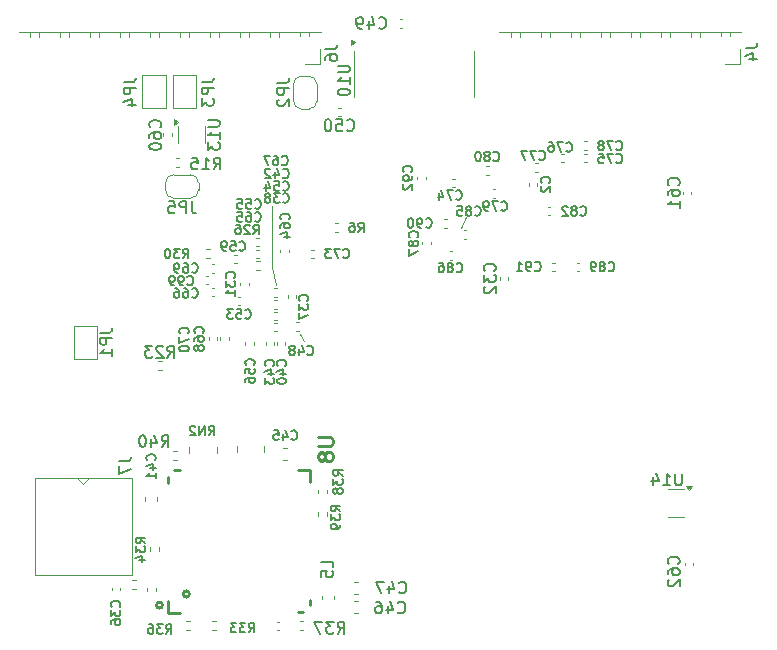
<source format=gbr>
%TF.GenerationSoftware,KiCad,Pcbnew,8.0.6*%
%TF.CreationDate,2025-04-17T11:33:28+02:00*%
%TF.ProjectId,hardware,68617264-7761-4726-952e-6b696361645f,rev?*%
%TF.SameCoordinates,Original*%
%TF.FileFunction,Legend,Bot*%
%TF.FilePolarity,Positive*%
%FSLAX46Y46*%
G04 Gerber Fmt 4.6, Leading zero omitted, Abs format (unit mm)*
G04 Created by KiCad (PCBNEW 8.0.6) date 2025-04-17 11:33:28*
%MOMM*%
%LPD*%
G01*
G04 APERTURE LIST*
%ADD10C,0.120000*%
%ADD11C,0.150000*%
%ADD12C,0.254000*%
G04 APERTURE END LIST*
D10*
X115506500Y-105600500D02*
X115824000Y-107124500D01*
X115506500Y-100457000D02*
X115506500Y-105600500D01*
X131889500Y-101409500D02*
X131508500Y-102298500D01*
X118173500Y-111887000D02*
X117856000Y-111315500D01*
D11*
X138986104Y-98466667D02*
X139024200Y-98428571D01*
X139024200Y-98428571D02*
X139062295Y-98314286D01*
X139062295Y-98314286D02*
X139062295Y-98238095D01*
X139062295Y-98238095D02*
X139024200Y-98123809D01*
X139024200Y-98123809D02*
X138948009Y-98047619D01*
X138948009Y-98047619D02*
X138871819Y-98009524D01*
X138871819Y-98009524D02*
X138719438Y-97971428D01*
X138719438Y-97971428D02*
X138605152Y-97971428D01*
X138605152Y-97971428D02*
X138452771Y-98009524D01*
X138452771Y-98009524D02*
X138376580Y-98047619D01*
X138376580Y-98047619D02*
X138300390Y-98123809D01*
X138300390Y-98123809D02*
X138262295Y-98238095D01*
X138262295Y-98238095D02*
X138262295Y-98314286D01*
X138262295Y-98314286D02*
X138300390Y-98428571D01*
X138300390Y-98428571D02*
X138338485Y-98466667D01*
X138338485Y-98771428D02*
X138300390Y-98809524D01*
X138300390Y-98809524D02*
X138262295Y-98885714D01*
X138262295Y-98885714D02*
X138262295Y-99076190D01*
X138262295Y-99076190D02*
X138300390Y-99152381D01*
X138300390Y-99152381D02*
X138338485Y-99190476D01*
X138338485Y-99190476D02*
X138414676Y-99228571D01*
X138414676Y-99228571D02*
X138490866Y-99228571D01*
X138490866Y-99228571D02*
X138605152Y-99190476D01*
X138605152Y-99190476D02*
X139062295Y-98733333D01*
X139062295Y-98733333D02*
X139062295Y-99228571D01*
X112283104Y-106534014D02*
X112321200Y-106495918D01*
X112321200Y-106495918D02*
X112359295Y-106381633D01*
X112359295Y-106381633D02*
X112359295Y-106305442D01*
X112359295Y-106305442D02*
X112321200Y-106191156D01*
X112321200Y-106191156D02*
X112245009Y-106114966D01*
X112245009Y-106114966D02*
X112168819Y-106076871D01*
X112168819Y-106076871D02*
X112016438Y-106038775D01*
X112016438Y-106038775D02*
X111902152Y-106038775D01*
X111902152Y-106038775D02*
X111749771Y-106076871D01*
X111749771Y-106076871D02*
X111673580Y-106114966D01*
X111673580Y-106114966D02*
X111597390Y-106191156D01*
X111597390Y-106191156D02*
X111559295Y-106305442D01*
X111559295Y-106305442D02*
X111559295Y-106381633D01*
X111559295Y-106381633D02*
X111597390Y-106495918D01*
X111597390Y-106495918D02*
X111635485Y-106534014D01*
X111559295Y-106800680D02*
X111559295Y-107295918D01*
X111559295Y-107295918D02*
X111864057Y-107029252D01*
X111864057Y-107029252D02*
X111864057Y-107143537D01*
X111864057Y-107143537D02*
X111902152Y-107219728D01*
X111902152Y-107219728D02*
X111940247Y-107257823D01*
X111940247Y-107257823D02*
X112016438Y-107295918D01*
X112016438Y-107295918D02*
X112206914Y-107295918D01*
X112206914Y-107295918D02*
X112283104Y-107257823D01*
X112283104Y-107257823D02*
X112321200Y-107219728D01*
X112321200Y-107219728D02*
X112359295Y-107143537D01*
X112359295Y-107143537D02*
X112359295Y-106914966D01*
X112359295Y-106914966D02*
X112321200Y-106838775D01*
X112321200Y-106838775D02*
X112283104Y-106800680D01*
X112359295Y-108057823D02*
X112359295Y-107600680D01*
X112359295Y-107829252D02*
X111559295Y-107829252D01*
X111559295Y-107829252D02*
X111673580Y-107753061D01*
X111673580Y-107753061D02*
X111749771Y-107676871D01*
X111749771Y-107676871D02*
X111787866Y-107600680D01*
X116401785Y-100108104D02*
X116439881Y-100146200D01*
X116439881Y-100146200D02*
X116554166Y-100184295D01*
X116554166Y-100184295D02*
X116630357Y-100184295D01*
X116630357Y-100184295D02*
X116744643Y-100146200D01*
X116744643Y-100146200D02*
X116820833Y-100070009D01*
X116820833Y-100070009D02*
X116858928Y-99993819D01*
X116858928Y-99993819D02*
X116897024Y-99841438D01*
X116897024Y-99841438D02*
X116897024Y-99727152D01*
X116897024Y-99727152D02*
X116858928Y-99574771D01*
X116858928Y-99574771D02*
X116820833Y-99498580D01*
X116820833Y-99498580D02*
X116744643Y-99422390D01*
X116744643Y-99422390D02*
X116630357Y-99384295D01*
X116630357Y-99384295D02*
X116554166Y-99384295D01*
X116554166Y-99384295D02*
X116439881Y-99422390D01*
X116439881Y-99422390D02*
X116401785Y-99460485D01*
X116135119Y-99384295D02*
X115639881Y-99384295D01*
X115639881Y-99384295D02*
X115906547Y-99689057D01*
X115906547Y-99689057D02*
X115792262Y-99689057D01*
X115792262Y-99689057D02*
X115716071Y-99727152D01*
X115716071Y-99727152D02*
X115677976Y-99765247D01*
X115677976Y-99765247D02*
X115639881Y-99841438D01*
X115639881Y-99841438D02*
X115639881Y-100031914D01*
X115639881Y-100031914D02*
X115677976Y-100108104D01*
X115677976Y-100108104D02*
X115716071Y-100146200D01*
X115716071Y-100146200D02*
X115792262Y-100184295D01*
X115792262Y-100184295D02*
X116020833Y-100184295D01*
X116020833Y-100184295D02*
X116097024Y-100146200D01*
X116097024Y-100146200D02*
X116135119Y-100108104D01*
X115182738Y-99727152D02*
X115258928Y-99689057D01*
X115258928Y-99689057D02*
X115297023Y-99650961D01*
X115297023Y-99650961D02*
X115335119Y-99574771D01*
X115335119Y-99574771D02*
X115335119Y-99536676D01*
X115335119Y-99536676D02*
X115297023Y-99460485D01*
X115297023Y-99460485D02*
X115258928Y-99422390D01*
X115258928Y-99422390D02*
X115182738Y-99384295D01*
X115182738Y-99384295D02*
X115030357Y-99384295D01*
X115030357Y-99384295D02*
X114954166Y-99422390D01*
X114954166Y-99422390D02*
X114916071Y-99460485D01*
X114916071Y-99460485D02*
X114877976Y-99536676D01*
X114877976Y-99536676D02*
X114877976Y-99574771D01*
X114877976Y-99574771D02*
X114916071Y-99650961D01*
X114916071Y-99650961D02*
X114954166Y-99689057D01*
X114954166Y-99689057D02*
X115030357Y-99727152D01*
X115030357Y-99727152D02*
X115182738Y-99727152D01*
X115182738Y-99727152D02*
X115258928Y-99765247D01*
X115258928Y-99765247D02*
X115297023Y-99803342D01*
X115297023Y-99803342D02*
X115335119Y-99879533D01*
X115335119Y-99879533D02*
X115335119Y-100031914D01*
X115335119Y-100031914D02*
X115297023Y-100108104D01*
X115297023Y-100108104D02*
X115258928Y-100146200D01*
X115258928Y-100146200D02*
X115182738Y-100184295D01*
X115182738Y-100184295D02*
X115030357Y-100184295D01*
X115030357Y-100184295D02*
X114954166Y-100146200D01*
X114954166Y-100146200D02*
X114916071Y-100108104D01*
X114916071Y-100108104D02*
X114877976Y-100031914D01*
X114877976Y-100031914D02*
X114877976Y-99879533D01*
X114877976Y-99879533D02*
X114916071Y-99803342D01*
X114916071Y-99803342D02*
X114954166Y-99765247D01*
X114954166Y-99765247D02*
X115030357Y-99727152D01*
X116401785Y-98012604D02*
X116439881Y-98050700D01*
X116439881Y-98050700D02*
X116554166Y-98088795D01*
X116554166Y-98088795D02*
X116630357Y-98088795D01*
X116630357Y-98088795D02*
X116744643Y-98050700D01*
X116744643Y-98050700D02*
X116820833Y-97974509D01*
X116820833Y-97974509D02*
X116858928Y-97898319D01*
X116858928Y-97898319D02*
X116897024Y-97745938D01*
X116897024Y-97745938D02*
X116897024Y-97631652D01*
X116897024Y-97631652D02*
X116858928Y-97479271D01*
X116858928Y-97479271D02*
X116820833Y-97403080D01*
X116820833Y-97403080D02*
X116744643Y-97326890D01*
X116744643Y-97326890D02*
X116630357Y-97288795D01*
X116630357Y-97288795D02*
X116554166Y-97288795D01*
X116554166Y-97288795D02*
X116439881Y-97326890D01*
X116439881Y-97326890D02*
X116401785Y-97364985D01*
X115716071Y-97555461D02*
X115716071Y-98088795D01*
X115906547Y-97250700D02*
X116097024Y-97822128D01*
X116097024Y-97822128D02*
X115601785Y-97822128D01*
X115335119Y-97364985D02*
X115297023Y-97326890D01*
X115297023Y-97326890D02*
X115220833Y-97288795D01*
X115220833Y-97288795D02*
X115030357Y-97288795D01*
X115030357Y-97288795D02*
X114954166Y-97326890D01*
X114954166Y-97326890D02*
X114916071Y-97364985D01*
X114916071Y-97364985D02*
X114877976Y-97441176D01*
X114877976Y-97441176D02*
X114877976Y-97517366D01*
X114877976Y-97517366D02*
X114916071Y-97631652D01*
X114916071Y-97631652D02*
X115373214Y-98088795D01*
X115373214Y-98088795D02*
X114877976Y-98088795D01*
X115602104Y-113976214D02*
X115640200Y-113938118D01*
X115640200Y-113938118D02*
X115678295Y-113823833D01*
X115678295Y-113823833D02*
X115678295Y-113747642D01*
X115678295Y-113747642D02*
X115640200Y-113633356D01*
X115640200Y-113633356D02*
X115564009Y-113557166D01*
X115564009Y-113557166D02*
X115487819Y-113519071D01*
X115487819Y-113519071D02*
X115335438Y-113480975D01*
X115335438Y-113480975D02*
X115221152Y-113480975D01*
X115221152Y-113480975D02*
X115068771Y-113519071D01*
X115068771Y-113519071D02*
X114992580Y-113557166D01*
X114992580Y-113557166D02*
X114916390Y-113633356D01*
X114916390Y-113633356D02*
X114878295Y-113747642D01*
X114878295Y-113747642D02*
X114878295Y-113823833D01*
X114878295Y-113823833D02*
X114916390Y-113938118D01*
X114916390Y-113938118D02*
X114954485Y-113976214D01*
X115144961Y-114661928D02*
X115678295Y-114661928D01*
X114840200Y-114471452D02*
X115411628Y-114280975D01*
X115411628Y-114280975D02*
X115411628Y-114776214D01*
X114878295Y-115004785D02*
X114878295Y-115500023D01*
X114878295Y-115500023D02*
X115183057Y-115233357D01*
X115183057Y-115233357D02*
X115183057Y-115347642D01*
X115183057Y-115347642D02*
X115221152Y-115423833D01*
X115221152Y-115423833D02*
X115259247Y-115461928D01*
X115259247Y-115461928D02*
X115335438Y-115500023D01*
X115335438Y-115500023D02*
X115525914Y-115500023D01*
X115525914Y-115500023D02*
X115602104Y-115461928D01*
X115602104Y-115461928D02*
X115640200Y-115423833D01*
X115640200Y-115423833D02*
X115678295Y-115347642D01*
X115678295Y-115347642D02*
X115678295Y-115119071D01*
X115678295Y-115119071D02*
X115640200Y-115042880D01*
X115640200Y-115042880D02*
X115602104Y-115004785D01*
X118497285Y-112998604D02*
X118535381Y-113036700D01*
X118535381Y-113036700D02*
X118649666Y-113074795D01*
X118649666Y-113074795D02*
X118725857Y-113074795D01*
X118725857Y-113074795D02*
X118840143Y-113036700D01*
X118840143Y-113036700D02*
X118916333Y-112960509D01*
X118916333Y-112960509D02*
X118954428Y-112884319D01*
X118954428Y-112884319D02*
X118992524Y-112731938D01*
X118992524Y-112731938D02*
X118992524Y-112617652D01*
X118992524Y-112617652D02*
X118954428Y-112465271D01*
X118954428Y-112465271D02*
X118916333Y-112389080D01*
X118916333Y-112389080D02*
X118840143Y-112312890D01*
X118840143Y-112312890D02*
X118725857Y-112274795D01*
X118725857Y-112274795D02*
X118649666Y-112274795D01*
X118649666Y-112274795D02*
X118535381Y-112312890D01*
X118535381Y-112312890D02*
X118497285Y-112350985D01*
X117811571Y-112541461D02*
X117811571Y-113074795D01*
X118002047Y-112236700D02*
X118192524Y-112808128D01*
X118192524Y-112808128D02*
X117697285Y-112808128D01*
X117278238Y-112617652D02*
X117354428Y-112579557D01*
X117354428Y-112579557D02*
X117392523Y-112541461D01*
X117392523Y-112541461D02*
X117430619Y-112465271D01*
X117430619Y-112465271D02*
X117430619Y-112427176D01*
X117430619Y-112427176D02*
X117392523Y-112350985D01*
X117392523Y-112350985D02*
X117354428Y-112312890D01*
X117354428Y-112312890D02*
X117278238Y-112274795D01*
X117278238Y-112274795D02*
X117125857Y-112274795D01*
X117125857Y-112274795D02*
X117049666Y-112312890D01*
X117049666Y-112312890D02*
X117011571Y-112350985D01*
X117011571Y-112350985D02*
X116973476Y-112427176D01*
X116973476Y-112427176D02*
X116973476Y-112465271D01*
X116973476Y-112465271D02*
X117011571Y-112541461D01*
X117011571Y-112541461D02*
X117049666Y-112579557D01*
X117049666Y-112579557D02*
X117125857Y-112617652D01*
X117125857Y-112617652D02*
X117278238Y-112617652D01*
X117278238Y-112617652D02*
X117354428Y-112655747D01*
X117354428Y-112655747D02*
X117392523Y-112693842D01*
X117392523Y-112693842D02*
X117430619Y-112770033D01*
X117430619Y-112770033D02*
X117430619Y-112922414D01*
X117430619Y-112922414D02*
X117392523Y-112998604D01*
X117392523Y-112998604D02*
X117354428Y-113036700D01*
X117354428Y-113036700D02*
X117278238Y-113074795D01*
X117278238Y-113074795D02*
X117125857Y-113074795D01*
X117125857Y-113074795D02*
X117049666Y-113036700D01*
X117049666Y-113036700D02*
X117011571Y-112998604D01*
X117011571Y-112998604D02*
X116973476Y-112922414D01*
X116973476Y-112922414D02*
X116973476Y-112770033D01*
X116973476Y-112770033D02*
X117011571Y-112693842D01*
X117011571Y-112693842D02*
X117049666Y-112655747D01*
X117049666Y-112655747D02*
X117125857Y-112617652D01*
X113214085Y-109929504D02*
X113252181Y-109967600D01*
X113252181Y-109967600D02*
X113366466Y-110005695D01*
X113366466Y-110005695D02*
X113442657Y-110005695D01*
X113442657Y-110005695D02*
X113556943Y-109967600D01*
X113556943Y-109967600D02*
X113633133Y-109891409D01*
X113633133Y-109891409D02*
X113671228Y-109815219D01*
X113671228Y-109815219D02*
X113709324Y-109662838D01*
X113709324Y-109662838D02*
X113709324Y-109548552D01*
X113709324Y-109548552D02*
X113671228Y-109396171D01*
X113671228Y-109396171D02*
X113633133Y-109319980D01*
X113633133Y-109319980D02*
X113556943Y-109243790D01*
X113556943Y-109243790D02*
X113442657Y-109205695D01*
X113442657Y-109205695D02*
X113366466Y-109205695D01*
X113366466Y-109205695D02*
X113252181Y-109243790D01*
X113252181Y-109243790D02*
X113214085Y-109281885D01*
X112490276Y-109205695D02*
X112871228Y-109205695D01*
X112871228Y-109205695D02*
X112909324Y-109586647D01*
X112909324Y-109586647D02*
X112871228Y-109548552D01*
X112871228Y-109548552D02*
X112795038Y-109510457D01*
X112795038Y-109510457D02*
X112604562Y-109510457D01*
X112604562Y-109510457D02*
X112528371Y-109548552D01*
X112528371Y-109548552D02*
X112490276Y-109586647D01*
X112490276Y-109586647D02*
X112452181Y-109662838D01*
X112452181Y-109662838D02*
X112452181Y-109853314D01*
X112452181Y-109853314D02*
X112490276Y-109929504D01*
X112490276Y-109929504D02*
X112528371Y-109967600D01*
X112528371Y-109967600D02*
X112604562Y-110005695D01*
X112604562Y-110005695D02*
X112795038Y-110005695D01*
X112795038Y-110005695D02*
X112871228Y-109967600D01*
X112871228Y-109967600D02*
X112909324Y-109929504D01*
X112185514Y-109205695D02*
X111690276Y-109205695D01*
X111690276Y-109205695D02*
X111956942Y-109510457D01*
X111956942Y-109510457D02*
X111842657Y-109510457D01*
X111842657Y-109510457D02*
X111766466Y-109548552D01*
X111766466Y-109548552D02*
X111728371Y-109586647D01*
X111728371Y-109586647D02*
X111690276Y-109662838D01*
X111690276Y-109662838D02*
X111690276Y-109853314D01*
X111690276Y-109853314D02*
X111728371Y-109929504D01*
X111728371Y-109929504D02*
X111766466Y-109967600D01*
X111766466Y-109967600D02*
X111842657Y-110005695D01*
X111842657Y-110005695D02*
X112071228Y-110005695D01*
X112071228Y-110005695D02*
X112147419Y-109967600D01*
X112147419Y-109967600D02*
X112185514Y-109929504D01*
X116401785Y-99092104D02*
X116439881Y-99130200D01*
X116439881Y-99130200D02*
X116554166Y-99168295D01*
X116554166Y-99168295D02*
X116630357Y-99168295D01*
X116630357Y-99168295D02*
X116744643Y-99130200D01*
X116744643Y-99130200D02*
X116820833Y-99054009D01*
X116820833Y-99054009D02*
X116858928Y-98977819D01*
X116858928Y-98977819D02*
X116897024Y-98825438D01*
X116897024Y-98825438D02*
X116897024Y-98711152D01*
X116897024Y-98711152D02*
X116858928Y-98558771D01*
X116858928Y-98558771D02*
X116820833Y-98482580D01*
X116820833Y-98482580D02*
X116744643Y-98406390D01*
X116744643Y-98406390D02*
X116630357Y-98368295D01*
X116630357Y-98368295D02*
X116554166Y-98368295D01*
X116554166Y-98368295D02*
X116439881Y-98406390D01*
X116439881Y-98406390D02*
X116401785Y-98444485D01*
X115677976Y-98368295D02*
X116058928Y-98368295D01*
X116058928Y-98368295D02*
X116097024Y-98749247D01*
X116097024Y-98749247D02*
X116058928Y-98711152D01*
X116058928Y-98711152D02*
X115982738Y-98673057D01*
X115982738Y-98673057D02*
X115792262Y-98673057D01*
X115792262Y-98673057D02*
X115716071Y-98711152D01*
X115716071Y-98711152D02*
X115677976Y-98749247D01*
X115677976Y-98749247D02*
X115639881Y-98825438D01*
X115639881Y-98825438D02*
X115639881Y-99015914D01*
X115639881Y-99015914D02*
X115677976Y-99092104D01*
X115677976Y-99092104D02*
X115716071Y-99130200D01*
X115716071Y-99130200D02*
X115792262Y-99168295D01*
X115792262Y-99168295D02*
X115982738Y-99168295D01*
X115982738Y-99168295D02*
X116058928Y-99130200D01*
X116058928Y-99130200D02*
X116097024Y-99092104D01*
X114954166Y-98634961D02*
X114954166Y-99168295D01*
X115144642Y-98330200D02*
X115335119Y-98901628D01*
X115335119Y-98901628D02*
X114839880Y-98901628D01*
X114052285Y-100616104D02*
X114090381Y-100654200D01*
X114090381Y-100654200D02*
X114204666Y-100692295D01*
X114204666Y-100692295D02*
X114280857Y-100692295D01*
X114280857Y-100692295D02*
X114395143Y-100654200D01*
X114395143Y-100654200D02*
X114471333Y-100578009D01*
X114471333Y-100578009D02*
X114509428Y-100501819D01*
X114509428Y-100501819D02*
X114547524Y-100349438D01*
X114547524Y-100349438D02*
X114547524Y-100235152D01*
X114547524Y-100235152D02*
X114509428Y-100082771D01*
X114509428Y-100082771D02*
X114471333Y-100006580D01*
X114471333Y-100006580D02*
X114395143Y-99930390D01*
X114395143Y-99930390D02*
X114280857Y-99892295D01*
X114280857Y-99892295D02*
X114204666Y-99892295D01*
X114204666Y-99892295D02*
X114090381Y-99930390D01*
X114090381Y-99930390D02*
X114052285Y-99968485D01*
X113328476Y-99892295D02*
X113709428Y-99892295D01*
X113709428Y-99892295D02*
X113747524Y-100273247D01*
X113747524Y-100273247D02*
X113709428Y-100235152D01*
X113709428Y-100235152D02*
X113633238Y-100197057D01*
X113633238Y-100197057D02*
X113442762Y-100197057D01*
X113442762Y-100197057D02*
X113366571Y-100235152D01*
X113366571Y-100235152D02*
X113328476Y-100273247D01*
X113328476Y-100273247D02*
X113290381Y-100349438D01*
X113290381Y-100349438D02*
X113290381Y-100539914D01*
X113290381Y-100539914D02*
X113328476Y-100616104D01*
X113328476Y-100616104D02*
X113366571Y-100654200D01*
X113366571Y-100654200D02*
X113442762Y-100692295D01*
X113442762Y-100692295D02*
X113633238Y-100692295D01*
X113633238Y-100692295D02*
X113709428Y-100654200D01*
X113709428Y-100654200D02*
X113747524Y-100616104D01*
X112566571Y-99892295D02*
X112947523Y-99892295D01*
X112947523Y-99892295D02*
X112985619Y-100273247D01*
X112985619Y-100273247D02*
X112947523Y-100235152D01*
X112947523Y-100235152D02*
X112871333Y-100197057D01*
X112871333Y-100197057D02*
X112680857Y-100197057D01*
X112680857Y-100197057D02*
X112604666Y-100235152D01*
X112604666Y-100235152D02*
X112566571Y-100273247D01*
X112566571Y-100273247D02*
X112528476Y-100349438D01*
X112528476Y-100349438D02*
X112528476Y-100539914D01*
X112528476Y-100539914D02*
X112566571Y-100616104D01*
X112566571Y-100616104D02*
X112604666Y-100654200D01*
X112604666Y-100654200D02*
X112680857Y-100692295D01*
X112680857Y-100692295D02*
X112871333Y-100692295D01*
X112871333Y-100692295D02*
X112947523Y-100654200D01*
X112947523Y-100654200D02*
X112985619Y-100616104D01*
X112718785Y-104172104D02*
X112756881Y-104210200D01*
X112756881Y-104210200D02*
X112871166Y-104248295D01*
X112871166Y-104248295D02*
X112947357Y-104248295D01*
X112947357Y-104248295D02*
X113061643Y-104210200D01*
X113061643Y-104210200D02*
X113137833Y-104134009D01*
X113137833Y-104134009D02*
X113175928Y-104057819D01*
X113175928Y-104057819D02*
X113214024Y-103905438D01*
X113214024Y-103905438D02*
X113214024Y-103791152D01*
X113214024Y-103791152D02*
X113175928Y-103638771D01*
X113175928Y-103638771D02*
X113137833Y-103562580D01*
X113137833Y-103562580D02*
X113061643Y-103486390D01*
X113061643Y-103486390D02*
X112947357Y-103448295D01*
X112947357Y-103448295D02*
X112871166Y-103448295D01*
X112871166Y-103448295D02*
X112756881Y-103486390D01*
X112756881Y-103486390D02*
X112718785Y-103524485D01*
X111994976Y-103448295D02*
X112375928Y-103448295D01*
X112375928Y-103448295D02*
X112414024Y-103829247D01*
X112414024Y-103829247D02*
X112375928Y-103791152D01*
X112375928Y-103791152D02*
X112299738Y-103753057D01*
X112299738Y-103753057D02*
X112109262Y-103753057D01*
X112109262Y-103753057D02*
X112033071Y-103791152D01*
X112033071Y-103791152D02*
X111994976Y-103829247D01*
X111994976Y-103829247D02*
X111956881Y-103905438D01*
X111956881Y-103905438D02*
X111956881Y-104095914D01*
X111956881Y-104095914D02*
X111994976Y-104172104D01*
X111994976Y-104172104D02*
X112033071Y-104210200D01*
X112033071Y-104210200D02*
X112109262Y-104248295D01*
X112109262Y-104248295D02*
X112299738Y-104248295D01*
X112299738Y-104248295D02*
X112375928Y-104210200D01*
X112375928Y-104210200D02*
X112414024Y-104172104D01*
X111575928Y-104248295D02*
X111423547Y-104248295D01*
X111423547Y-104248295D02*
X111347357Y-104210200D01*
X111347357Y-104210200D02*
X111309261Y-104172104D01*
X111309261Y-104172104D02*
X111233071Y-104057819D01*
X111233071Y-104057819D02*
X111194976Y-103905438D01*
X111194976Y-103905438D02*
X111194976Y-103600676D01*
X111194976Y-103600676D02*
X111233071Y-103524485D01*
X111233071Y-103524485D02*
X111271166Y-103486390D01*
X111271166Y-103486390D02*
X111347357Y-103448295D01*
X111347357Y-103448295D02*
X111499738Y-103448295D01*
X111499738Y-103448295D02*
X111575928Y-103486390D01*
X111575928Y-103486390D02*
X111614023Y-103524485D01*
X111614023Y-103524485D02*
X111652119Y-103600676D01*
X111652119Y-103600676D02*
X111652119Y-103791152D01*
X111652119Y-103791152D02*
X111614023Y-103867342D01*
X111614023Y-103867342D02*
X111575928Y-103905438D01*
X111575928Y-103905438D02*
X111499738Y-103943533D01*
X111499738Y-103943533D02*
X111347357Y-103943533D01*
X111347357Y-103943533D02*
X111271166Y-103905438D01*
X111271166Y-103905438D02*
X111233071Y-103867342D01*
X111233071Y-103867342D02*
X111194976Y-103791152D01*
X116935604Y-101593714D02*
X116973700Y-101555618D01*
X116973700Y-101555618D02*
X117011795Y-101441333D01*
X117011795Y-101441333D02*
X117011795Y-101365142D01*
X117011795Y-101365142D02*
X116973700Y-101250856D01*
X116973700Y-101250856D02*
X116897509Y-101174666D01*
X116897509Y-101174666D02*
X116821319Y-101136571D01*
X116821319Y-101136571D02*
X116668938Y-101098475D01*
X116668938Y-101098475D02*
X116554652Y-101098475D01*
X116554652Y-101098475D02*
X116402271Y-101136571D01*
X116402271Y-101136571D02*
X116326080Y-101174666D01*
X116326080Y-101174666D02*
X116249890Y-101250856D01*
X116249890Y-101250856D02*
X116211795Y-101365142D01*
X116211795Y-101365142D02*
X116211795Y-101441333D01*
X116211795Y-101441333D02*
X116249890Y-101555618D01*
X116249890Y-101555618D02*
X116287985Y-101593714D01*
X116211795Y-102279428D02*
X116211795Y-102127047D01*
X116211795Y-102127047D02*
X116249890Y-102050856D01*
X116249890Y-102050856D02*
X116287985Y-102012761D01*
X116287985Y-102012761D02*
X116402271Y-101936571D01*
X116402271Y-101936571D02*
X116554652Y-101898475D01*
X116554652Y-101898475D02*
X116859414Y-101898475D01*
X116859414Y-101898475D02*
X116935604Y-101936571D01*
X116935604Y-101936571D02*
X116973700Y-101974666D01*
X116973700Y-101974666D02*
X117011795Y-102050856D01*
X117011795Y-102050856D02*
X117011795Y-102203237D01*
X117011795Y-102203237D02*
X116973700Y-102279428D01*
X116973700Y-102279428D02*
X116935604Y-102317523D01*
X116935604Y-102317523D02*
X116859414Y-102355618D01*
X116859414Y-102355618D02*
X116668938Y-102355618D01*
X116668938Y-102355618D02*
X116592747Y-102317523D01*
X116592747Y-102317523D02*
X116554652Y-102279428D01*
X116554652Y-102279428D02*
X116516557Y-102203237D01*
X116516557Y-102203237D02*
X116516557Y-102050856D01*
X116516557Y-102050856D02*
X116554652Y-101974666D01*
X116554652Y-101974666D02*
X116592747Y-101936571D01*
X116592747Y-101936571D02*
X116668938Y-101898475D01*
X116478461Y-103041333D02*
X117011795Y-103041333D01*
X116173700Y-102850857D02*
X116745128Y-102660380D01*
X116745128Y-102660380D02*
X116745128Y-103155619D01*
X108708125Y-108144664D02*
X108746221Y-108182760D01*
X108746221Y-108182760D02*
X108860506Y-108220855D01*
X108860506Y-108220855D02*
X108936697Y-108220855D01*
X108936697Y-108220855D02*
X109050983Y-108182760D01*
X109050983Y-108182760D02*
X109127173Y-108106569D01*
X109127173Y-108106569D02*
X109165268Y-108030379D01*
X109165268Y-108030379D02*
X109203364Y-107877998D01*
X109203364Y-107877998D02*
X109203364Y-107763712D01*
X109203364Y-107763712D02*
X109165268Y-107611331D01*
X109165268Y-107611331D02*
X109127173Y-107535140D01*
X109127173Y-107535140D02*
X109050983Y-107458950D01*
X109050983Y-107458950D02*
X108936697Y-107420855D01*
X108936697Y-107420855D02*
X108860506Y-107420855D01*
X108860506Y-107420855D02*
X108746221Y-107458950D01*
X108746221Y-107458950D02*
X108708125Y-107497045D01*
X108022411Y-107420855D02*
X108174792Y-107420855D01*
X108174792Y-107420855D02*
X108250983Y-107458950D01*
X108250983Y-107458950D02*
X108289078Y-107497045D01*
X108289078Y-107497045D02*
X108365268Y-107611331D01*
X108365268Y-107611331D02*
X108403364Y-107763712D01*
X108403364Y-107763712D02*
X108403364Y-108068474D01*
X108403364Y-108068474D02*
X108365268Y-108144664D01*
X108365268Y-108144664D02*
X108327173Y-108182760D01*
X108327173Y-108182760D02*
X108250983Y-108220855D01*
X108250983Y-108220855D02*
X108098602Y-108220855D01*
X108098602Y-108220855D02*
X108022411Y-108182760D01*
X108022411Y-108182760D02*
X107984316Y-108144664D01*
X107984316Y-108144664D02*
X107946221Y-108068474D01*
X107946221Y-108068474D02*
X107946221Y-107877998D01*
X107946221Y-107877998D02*
X107984316Y-107801807D01*
X107984316Y-107801807D02*
X108022411Y-107763712D01*
X108022411Y-107763712D02*
X108098602Y-107725617D01*
X108098602Y-107725617D02*
X108250983Y-107725617D01*
X108250983Y-107725617D02*
X108327173Y-107763712D01*
X108327173Y-107763712D02*
X108365268Y-107801807D01*
X108365268Y-107801807D02*
X108403364Y-107877998D01*
X107260506Y-107420855D02*
X107412887Y-107420855D01*
X107412887Y-107420855D02*
X107489078Y-107458950D01*
X107489078Y-107458950D02*
X107527173Y-107497045D01*
X107527173Y-107497045D02*
X107603363Y-107611331D01*
X107603363Y-107611331D02*
X107641459Y-107763712D01*
X107641459Y-107763712D02*
X107641459Y-108068474D01*
X107641459Y-108068474D02*
X107603363Y-108144664D01*
X107603363Y-108144664D02*
X107565268Y-108182760D01*
X107565268Y-108182760D02*
X107489078Y-108220855D01*
X107489078Y-108220855D02*
X107336697Y-108220855D01*
X107336697Y-108220855D02*
X107260506Y-108182760D01*
X107260506Y-108182760D02*
X107222411Y-108144664D01*
X107222411Y-108144664D02*
X107184316Y-108068474D01*
X107184316Y-108068474D02*
X107184316Y-107877998D01*
X107184316Y-107877998D02*
X107222411Y-107801807D01*
X107222411Y-107801807D02*
X107260506Y-107763712D01*
X107260506Y-107763712D02*
X107336697Y-107725617D01*
X107336697Y-107725617D02*
X107489078Y-107725617D01*
X107489078Y-107725617D02*
X107565268Y-107763712D01*
X107565268Y-107763712D02*
X107603363Y-107801807D01*
X107603363Y-107801807D02*
X107641459Y-107877998D01*
X116338285Y-96933104D02*
X116376381Y-96971200D01*
X116376381Y-96971200D02*
X116490666Y-97009295D01*
X116490666Y-97009295D02*
X116566857Y-97009295D01*
X116566857Y-97009295D02*
X116681143Y-96971200D01*
X116681143Y-96971200D02*
X116757333Y-96895009D01*
X116757333Y-96895009D02*
X116795428Y-96818819D01*
X116795428Y-96818819D02*
X116833524Y-96666438D01*
X116833524Y-96666438D02*
X116833524Y-96552152D01*
X116833524Y-96552152D02*
X116795428Y-96399771D01*
X116795428Y-96399771D02*
X116757333Y-96323580D01*
X116757333Y-96323580D02*
X116681143Y-96247390D01*
X116681143Y-96247390D02*
X116566857Y-96209295D01*
X116566857Y-96209295D02*
X116490666Y-96209295D01*
X116490666Y-96209295D02*
X116376381Y-96247390D01*
X116376381Y-96247390D02*
X116338285Y-96285485D01*
X115652571Y-96209295D02*
X115804952Y-96209295D01*
X115804952Y-96209295D02*
X115881143Y-96247390D01*
X115881143Y-96247390D02*
X115919238Y-96285485D01*
X115919238Y-96285485D02*
X115995428Y-96399771D01*
X115995428Y-96399771D02*
X116033524Y-96552152D01*
X116033524Y-96552152D02*
X116033524Y-96856914D01*
X116033524Y-96856914D02*
X115995428Y-96933104D01*
X115995428Y-96933104D02*
X115957333Y-96971200D01*
X115957333Y-96971200D02*
X115881143Y-97009295D01*
X115881143Y-97009295D02*
X115728762Y-97009295D01*
X115728762Y-97009295D02*
X115652571Y-96971200D01*
X115652571Y-96971200D02*
X115614476Y-96933104D01*
X115614476Y-96933104D02*
X115576381Y-96856914D01*
X115576381Y-96856914D02*
X115576381Y-96666438D01*
X115576381Y-96666438D02*
X115614476Y-96590247D01*
X115614476Y-96590247D02*
X115652571Y-96552152D01*
X115652571Y-96552152D02*
X115728762Y-96514057D01*
X115728762Y-96514057D02*
X115881143Y-96514057D01*
X115881143Y-96514057D02*
X115957333Y-96552152D01*
X115957333Y-96552152D02*
X115995428Y-96590247D01*
X115995428Y-96590247D02*
X116033524Y-96666438D01*
X115309714Y-96209295D02*
X114776380Y-96209295D01*
X114776380Y-96209295D02*
X115119238Y-97009295D01*
X109633104Y-111182214D02*
X109671200Y-111144118D01*
X109671200Y-111144118D02*
X109709295Y-111029833D01*
X109709295Y-111029833D02*
X109709295Y-110953642D01*
X109709295Y-110953642D02*
X109671200Y-110839356D01*
X109671200Y-110839356D02*
X109595009Y-110763166D01*
X109595009Y-110763166D02*
X109518819Y-110725071D01*
X109518819Y-110725071D02*
X109366438Y-110686975D01*
X109366438Y-110686975D02*
X109252152Y-110686975D01*
X109252152Y-110686975D02*
X109099771Y-110725071D01*
X109099771Y-110725071D02*
X109023580Y-110763166D01*
X109023580Y-110763166D02*
X108947390Y-110839356D01*
X108947390Y-110839356D02*
X108909295Y-110953642D01*
X108909295Y-110953642D02*
X108909295Y-111029833D01*
X108909295Y-111029833D02*
X108947390Y-111144118D01*
X108947390Y-111144118D02*
X108985485Y-111182214D01*
X108909295Y-111867928D02*
X108909295Y-111715547D01*
X108909295Y-111715547D02*
X108947390Y-111639356D01*
X108947390Y-111639356D02*
X108985485Y-111601261D01*
X108985485Y-111601261D02*
X109099771Y-111525071D01*
X109099771Y-111525071D02*
X109252152Y-111486975D01*
X109252152Y-111486975D02*
X109556914Y-111486975D01*
X109556914Y-111486975D02*
X109633104Y-111525071D01*
X109633104Y-111525071D02*
X109671200Y-111563166D01*
X109671200Y-111563166D02*
X109709295Y-111639356D01*
X109709295Y-111639356D02*
X109709295Y-111791737D01*
X109709295Y-111791737D02*
X109671200Y-111867928D01*
X109671200Y-111867928D02*
X109633104Y-111906023D01*
X109633104Y-111906023D02*
X109556914Y-111944118D01*
X109556914Y-111944118D02*
X109366438Y-111944118D01*
X109366438Y-111944118D02*
X109290247Y-111906023D01*
X109290247Y-111906023D02*
X109252152Y-111867928D01*
X109252152Y-111867928D02*
X109214057Y-111791737D01*
X109214057Y-111791737D02*
X109214057Y-111639356D01*
X109214057Y-111639356D02*
X109252152Y-111563166D01*
X109252152Y-111563166D02*
X109290247Y-111525071D01*
X109290247Y-111525071D02*
X109366438Y-111486975D01*
X109252152Y-112401261D02*
X109214057Y-112325071D01*
X109214057Y-112325071D02*
X109175961Y-112286976D01*
X109175961Y-112286976D02*
X109099771Y-112248880D01*
X109099771Y-112248880D02*
X109061676Y-112248880D01*
X109061676Y-112248880D02*
X108985485Y-112286976D01*
X108985485Y-112286976D02*
X108947390Y-112325071D01*
X108947390Y-112325071D02*
X108909295Y-112401261D01*
X108909295Y-112401261D02*
X108909295Y-112553642D01*
X108909295Y-112553642D02*
X108947390Y-112629833D01*
X108947390Y-112629833D02*
X108985485Y-112667928D01*
X108985485Y-112667928D02*
X109061676Y-112706023D01*
X109061676Y-112706023D02*
X109099771Y-112706023D01*
X109099771Y-112706023D02*
X109175961Y-112667928D01*
X109175961Y-112667928D02*
X109214057Y-112629833D01*
X109214057Y-112629833D02*
X109252152Y-112553642D01*
X109252152Y-112553642D02*
X109252152Y-112401261D01*
X109252152Y-112401261D02*
X109290247Y-112325071D01*
X109290247Y-112325071D02*
X109328342Y-112286976D01*
X109328342Y-112286976D02*
X109404533Y-112248880D01*
X109404533Y-112248880D02*
X109556914Y-112248880D01*
X109556914Y-112248880D02*
X109633104Y-112286976D01*
X109633104Y-112286976D02*
X109671200Y-112325071D01*
X109671200Y-112325071D02*
X109709295Y-112401261D01*
X109709295Y-112401261D02*
X109709295Y-112553642D01*
X109709295Y-112553642D02*
X109671200Y-112629833D01*
X109671200Y-112629833D02*
X109633104Y-112667928D01*
X109633104Y-112667928D02*
X109556914Y-112706023D01*
X109556914Y-112706023D02*
X109404533Y-112706023D01*
X109404533Y-112706023D02*
X109328342Y-112667928D01*
X109328342Y-112667928D02*
X109290247Y-112629833D01*
X109290247Y-112629833D02*
X109252152Y-112553642D01*
X108718285Y-106013604D02*
X108756381Y-106051700D01*
X108756381Y-106051700D02*
X108870666Y-106089795D01*
X108870666Y-106089795D02*
X108946857Y-106089795D01*
X108946857Y-106089795D02*
X109061143Y-106051700D01*
X109061143Y-106051700D02*
X109137333Y-105975509D01*
X109137333Y-105975509D02*
X109175428Y-105899319D01*
X109175428Y-105899319D02*
X109213524Y-105746938D01*
X109213524Y-105746938D02*
X109213524Y-105632652D01*
X109213524Y-105632652D02*
X109175428Y-105480271D01*
X109175428Y-105480271D02*
X109137333Y-105404080D01*
X109137333Y-105404080D02*
X109061143Y-105327890D01*
X109061143Y-105327890D02*
X108946857Y-105289795D01*
X108946857Y-105289795D02*
X108870666Y-105289795D01*
X108870666Y-105289795D02*
X108756381Y-105327890D01*
X108756381Y-105327890D02*
X108718285Y-105365985D01*
X108032571Y-105289795D02*
X108184952Y-105289795D01*
X108184952Y-105289795D02*
X108261143Y-105327890D01*
X108261143Y-105327890D02*
X108299238Y-105365985D01*
X108299238Y-105365985D02*
X108375428Y-105480271D01*
X108375428Y-105480271D02*
X108413524Y-105632652D01*
X108413524Y-105632652D02*
X108413524Y-105937414D01*
X108413524Y-105937414D02*
X108375428Y-106013604D01*
X108375428Y-106013604D02*
X108337333Y-106051700D01*
X108337333Y-106051700D02*
X108261143Y-106089795D01*
X108261143Y-106089795D02*
X108108762Y-106089795D01*
X108108762Y-106089795D02*
X108032571Y-106051700D01*
X108032571Y-106051700D02*
X107994476Y-106013604D01*
X107994476Y-106013604D02*
X107956381Y-105937414D01*
X107956381Y-105937414D02*
X107956381Y-105746938D01*
X107956381Y-105746938D02*
X107994476Y-105670747D01*
X107994476Y-105670747D02*
X108032571Y-105632652D01*
X108032571Y-105632652D02*
X108108762Y-105594557D01*
X108108762Y-105594557D02*
X108261143Y-105594557D01*
X108261143Y-105594557D02*
X108337333Y-105632652D01*
X108337333Y-105632652D02*
X108375428Y-105670747D01*
X108375428Y-105670747D02*
X108413524Y-105746938D01*
X107575428Y-106089795D02*
X107423047Y-106089795D01*
X107423047Y-106089795D02*
X107346857Y-106051700D01*
X107346857Y-106051700D02*
X107308761Y-106013604D01*
X107308761Y-106013604D02*
X107232571Y-105899319D01*
X107232571Y-105899319D02*
X107194476Y-105746938D01*
X107194476Y-105746938D02*
X107194476Y-105442176D01*
X107194476Y-105442176D02*
X107232571Y-105365985D01*
X107232571Y-105365985D02*
X107270666Y-105327890D01*
X107270666Y-105327890D02*
X107346857Y-105289795D01*
X107346857Y-105289795D02*
X107499238Y-105289795D01*
X107499238Y-105289795D02*
X107575428Y-105327890D01*
X107575428Y-105327890D02*
X107613523Y-105365985D01*
X107613523Y-105365985D02*
X107651619Y-105442176D01*
X107651619Y-105442176D02*
X107651619Y-105632652D01*
X107651619Y-105632652D02*
X107613523Y-105708842D01*
X107613523Y-105708842D02*
X107575428Y-105746938D01*
X107575428Y-105746938D02*
X107499238Y-105785033D01*
X107499238Y-105785033D02*
X107346857Y-105785033D01*
X107346857Y-105785033D02*
X107270666Y-105746938D01*
X107270666Y-105746938D02*
X107232571Y-105708842D01*
X107232571Y-105708842D02*
X107194476Y-105632652D01*
X108363104Y-111245714D02*
X108401200Y-111207618D01*
X108401200Y-111207618D02*
X108439295Y-111093333D01*
X108439295Y-111093333D02*
X108439295Y-111017142D01*
X108439295Y-111017142D02*
X108401200Y-110902856D01*
X108401200Y-110902856D02*
X108325009Y-110826666D01*
X108325009Y-110826666D02*
X108248819Y-110788571D01*
X108248819Y-110788571D02*
X108096438Y-110750475D01*
X108096438Y-110750475D02*
X107982152Y-110750475D01*
X107982152Y-110750475D02*
X107829771Y-110788571D01*
X107829771Y-110788571D02*
X107753580Y-110826666D01*
X107753580Y-110826666D02*
X107677390Y-110902856D01*
X107677390Y-110902856D02*
X107639295Y-111017142D01*
X107639295Y-111017142D02*
X107639295Y-111093333D01*
X107639295Y-111093333D02*
X107677390Y-111207618D01*
X107677390Y-111207618D02*
X107715485Y-111245714D01*
X107639295Y-111512380D02*
X107639295Y-112045714D01*
X107639295Y-112045714D02*
X108439295Y-111702856D01*
X107639295Y-112502857D02*
X107639295Y-112579047D01*
X107639295Y-112579047D02*
X107677390Y-112655238D01*
X107677390Y-112655238D02*
X107715485Y-112693333D01*
X107715485Y-112693333D02*
X107791676Y-112731428D01*
X107791676Y-112731428D02*
X107944057Y-112769523D01*
X107944057Y-112769523D02*
X108134533Y-112769523D01*
X108134533Y-112769523D02*
X108286914Y-112731428D01*
X108286914Y-112731428D02*
X108363104Y-112693333D01*
X108363104Y-112693333D02*
X108401200Y-112655238D01*
X108401200Y-112655238D02*
X108439295Y-112579047D01*
X108439295Y-112579047D02*
X108439295Y-112502857D01*
X108439295Y-112502857D02*
X108401200Y-112426666D01*
X108401200Y-112426666D02*
X108363104Y-112388571D01*
X108363104Y-112388571D02*
X108286914Y-112350476D01*
X108286914Y-112350476D02*
X108134533Y-112312380D01*
X108134533Y-112312380D02*
X107944057Y-112312380D01*
X107944057Y-112312380D02*
X107791676Y-112350476D01*
X107791676Y-112350476D02*
X107715485Y-112388571D01*
X107715485Y-112388571D02*
X107677390Y-112426666D01*
X107677390Y-112426666D02*
X107639295Y-112502857D01*
X144659285Y-96742604D02*
X144697381Y-96780700D01*
X144697381Y-96780700D02*
X144811666Y-96818795D01*
X144811666Y-96818795D02*
X144887857Y-96818795D01*
X144887857Y-96818795D02*
X145002143Y-96780700D01*
X145002143Y-96780700D02*
X145078333Y-96704509D01*
X145078333Y-96704509D02*
X145116428Y-96628319D01*
X145116428Y-96628319D02*
X145154524Y-96475938D01*
X145154524Y-96475938D02*
X145154524Y-96361652D01*
X145154524Y-96361652D02*
X145116428Y-96209271D01*
X145116428Y-96209271D02*
X145078333Y-96133080D01*
X145078333Y-96133080D02*
X145002143Y-96056890D01*
X145002143Y-96056890D02*
X144887857Y-96018795D01*
X144887857Y-96018795D02*
X144811666Y-96018795D01*
X144811666Y-96018795D02*
X144697381Y-96056890D01*
X144697381Y-96056890D02*
X144659285Y-96094985D01*
X144392619Y-96018795D02*
X143859285Y-96018795D01*
X143859285Y-96018795D02*
X144202143Y-96818795D01*
X143173571Y-96018795D02*
X143554523Y-96018795D01*
X143554523Y-96018795D02*
X143592619Y-96399747D01*
X143592619Y-96399747D02*
X143554523Y-96361652D01*
X143554523Y-96361652D02*
X143478333Y-96323557D01*
X143478333Y-96323557D02*
X143287857Y-96323557D01*
X143287857Y-96323557D02*
X143211666Y-96361652D01*
X143211666Y-96361652D02*
X143173571Y-96399747D01*
X143173571Y-96399747D02*
X143135476Y-96475938D01*
X143135476Y-96475938D02*
X143135476Y-96666414D01*
X143135476Y-96666414D02*
X143173571Y-96742604D01*
X143173571Y-96742604D02*
X143211666Y-96780700D01*
X143211666Y-96780700D02*
X143287857Y-96818795D01*
X143287857Y-96818795D02*
X143478333Y-96818795D01*
X143478333Y-96818795D02*
X143554523Y-96780700D01*
X143554523Y-96780700D02*
X143592619Y-96742604D01*
X140404785Y-95790104D02*
X140442881Y-95828200D01*
X140442881Y-95828200D02*
X140557166Y-95866295D01*
X140557166Y-95866295D02*
X140633357Y-95866295D01*
X140633357Y-95866295D02*
X140747643Y-95828200D01*
X140747643Y-95828200D02*
X140823833Y-95752009D01*
X140823833Y-95752009D02*
X140861928Y-95675819D01*
X140861928Y-95675819D02*
X140900024Y-95523438D01*
X140900024Y-95523438D02*
X140900024Y-95409152D01*
X140900024Y-95409152D02*
X140861928Y-95256771D01*
X140861928Y-95256771D02*
X140823833Y-95180580D01*
X140823833Y-95180580D02*
X140747643Y-95104390D01*
X140747643Y-95104390D02*
X140633357Y-95066295D01*
X140633357Y-95066295D02*
X140557166Y-95066295D01*
X140557166Y-95066295D02*
X140442881Y-95104390D01*
X140442881Y-95104390D02*
X140404785Y-95142485D01*
X140138119Y-95066295D02*
X139604785Y-95066295D01*
X139604785Y-95066295D02*
X139947643Y-95866295D01*
X138957166Y-95066295D02*
X139109547Y-95066295D01*
X139109547Y-95066295D02*
X139185738Y-95104390D01*
X139185738Y-95104390D02*
X139223833Y-95142485D01*
X139223833Y-95142485D02*
X139300023Y-95256771D01*
X139300023Y-95256771D02*
X139338119Y-95409152D01*
X139338119Y-95409152D02*
X139338119Y-95713914D01*
X139338119Y-95713914D02*
X139300023Y-95790104D01*
X139300023Y-95790104D02*
X139261928Y-95828200D01*
X139261928Y-95828200D02*
X139185738Y-95866295D01*
X139185738Y-95866295D02*
X139033357Y-95866295D01*
X139033357Y-95866295D02*
X138957166Y-95828200D01*
X138957166Y-95828200D02*
X138919071Y-95790104D01*
X138919071Y-95790104D02*
X138880976Y-95713914D01*
X138880976Y-95713914D02*
X138880976Y-95523438D01*
X138880976Y-95523438D02*
X138919071Y-95447247D01*
X138919071Y-95447247D02*
X138957166Y-95409152D01*
X138957166Y-95409152D02*
X139033357Y-95371057D01*
X139033357Y-95371057D02*
X139185738Y-95371057D01*
X139185738Y-95371057D02*
X139261928Y-95409152D01*
X139261928Y-95409152D02*
X139300023Y-95447247D01*
X139300023Y-95447247D02*
X139338119Y-95523438D01*
X138118785Y-96488604D02*
X138156881Y-96526700D01*
X138156881Y-96526700D02*
X138271166Y-96564795D01*
X138271166Y-96564795D02*
X138347357Y-96564795D01*
X138347357Y-96564795D02*
X138461643Y-96526700D01*
X138461643Y-96526700D02*
X138537833Y-96450509D01*
X138537833Y-96450509D02*
X138575928Y-96374319D01*
X138575928Y-96374319D02*
X138614024Y-96221938D01*
X138614024Y-96221938D02*
X138614024Y-96107652D01*
X138614024Y-96107652D02*
X138575928Y-95955271D01*
X138575928Y-95955271D02*
X138537833Y-95879080D01*
X138537833Y-95879080D02*
X138461643Y-95802890D01*
X138461643Y-95802890D02*
X138347357Y-95764795D01*
X138347357Y-95764795D02*
X138271166Y-95764795D01*
X138271166Y-95764795D02*
X138156881Y-95802890D01*
X138156881Y-95802890D02*
X138118785Y-95840985D01*
X137852119Y-95764795D02*
X137318785Y-95764795D01*
X137318785Y-95764795D02*
X137661643Y-96564795D01*
X137090214Y-95764795D02*
X136556880Y-95764795D01*
X136556880Y-95764795D02*
X136899738Y-96564795D01*
X144659285Y-95663104D02*
X144697381Y-95701200D01*
X144697381Y-95701200D02*
X144811666Y-95739295D01*
X144811666Y-95739295D02*
X144887857Y-95739295D01*
X144887857Y-95739295D02*
X145002143Y-95701200D01*
X145002143Y-95701200D02*
X145078333Y-95625009D01*
X145078333Y-95625009D02*
X145116428Y-95548819D01*
X145116428Y-95548819D02*
X145154524Y-95396438D01*
X145154524Y-95396438D02*
X145154524Y-95282152D01*
X145154524Y-95282152D02*
X145116428Y-95129771D01*
X145116428Y-95129771D02*
X145078333Y-95053580D01*
X145078333Y-95053580D02*
X145002143Y-94977390D01*
X145002143Y-94977390D02*
X144887857Y-94939295D01*
X144887857Y-94939295D02*
X144811666Y-94939295D01*
X144811666Y-94939295D02*
X144697381Y-94977390D01*
X144697381Y-94977390D02*
X144659285Y-95015485D01*
X144392619Y-94939295D02*
X143859285Y-94939295D01*
X143859285Y-94939295D02*
X144202143Y-95739295D01*
X143440238Y-95282152D02*
X143516428Y-95244057D01*
X143516428Y-95244057D02*
X143554523Y-95205961D01*
X143554523Y-95205961D02*
X143592619Y-95129771D01*
X143592619Y-95129771D02*
X143592619Y-95091676D01*
X143592619Y-95091676D02*
X143554523Y-95015485D01*
X143554523Y-95015485D02*
X143516428Y-94977390D01*
X143516428Y-94977390D02*
X143440238Y-94939295D01*
X143440238Y-94939295D02*
X143287857Y-94939295D01*
X143287857Y-94939295D02*
X143211666Y-94977390D01*
X143211666Y-94977390D02*
X143173571Y-95015485D01*
X143173571Y-95015485D02*
X143135476Y-95091676D01*
X143135476Y-95091676D02*
X143135476Y-95129771D01*
X143135476Y-95129771D02*
X143173571Y-95205961D01*
X143173571Y-95205961D02*
X143211666Y-95244057D01*
X143211666Y-95244057D02*
X143287857Y-95282152D01*
X143287857Y-95282152D02*
X143440238Y-95282152D01*
X143440238Y-95282152D02*
X143516428Y-95320247D01*
X143516428Y-95320247D02*
X143554523Y-95358342D01*
X143554523Y-95358342D02*
X143592619Y-95434533D01*
X143592619Y-95434533D02*
X143592619Y-95586914D01*
X143592619Y-95586914D02*
X143554523Y-95663104D01*
X143554523Y-95663104D02*
X143516428Y-95701200D01*
X143516428Y-95701200D02*
X143440238Y-95739295D01*
X143440238Y-95739295D02*
X143287857Y-95739295D01*
X143287857Y-95739295D02*
X143211666Y-95701200D01*
X143211666Y-95701200D02*
X143173571Y-95663104D01*
X143173571Y-95663104D02*
X143135476Y-95586914D01*
X143135476Y-95586914D02*
X143135476Y-95434533D01*
X143135476Y-95434533D02*
X143173571Y-95358342D01*
X143173571Y-95358342D02*
X143211666Y-95320247D01*
X143211666Y-95320247D02*
X143287857Y-95282152D01*
X134914285Y-100786104D02*
X134952381Y-100824200D01*
X134952381Y-100824200D02*
X135066666Y-100862295D01*
X135066666Y-100862295D02*
X135142857Y-100862295D01*
X135142857Y-100862295D02*
X135257143Y-100824200D01*
X135257143Y-100824200D02*
X135333333Y-100748009D01*
X135333333Y-100748009D02*
X135371428Y-100671819D01*
X135371428Y-100671819D02*
X135409524Y-100519438D01*
X135409524Y-100519438D02*
X135409524Y-100405152D01*
X135409524Y-100405152D02*
X135371428Y-100252771D01*
X135371428Y-100252771D02*
X135333333Y-100176580D01*
X135333333Y-100176580D02*
X135257143Y-100100390D01*
X135257143Y-100100390D02*
X135142857Y-100062295D01*
X135142857Y-100062295D02*
X135066666Y-100062295D01*
X135066666Y-100062295D02*
X134952381Y-100100390D01*
X134952381Y-100100390D02*
X134914285Y-100138485D01*
X134647619Y-100062295D02*
X134114285Y-100062295D01*
X134114285Y-100062295D02*
X134457143Y-100862295D01*
X133771428Y-100862295D02*
X133619047Y-100862295D01*
X133619047Y-100862295D02*
X133542857Y-100824200D01*
X133542857Y-100824200D02*
X133504761Y-100786104D01*
X133504761Y-100786104D02*
X133428571Y-100671819D01*
X133428571Y-100671819D02*
X133390476Y-100519438D01*
X133390476Y-100519438D02*
X133390476Y-100214676D01*
X133390476Y-100214676D02*
X133428571Y-100138485D01*
X133428571Y-100138485D02*
X133466666Y-100100390D01*
X133466666Y-100100390D02*
X133542857Y-100062295D01*
X133542857Y-100062295D02*
X133695238Y-100062295D01*
X133695238Y-100062295D02*
X133771428Y-100100390D01*
X133771428Y-100100390D02*
X133809523Y-100138485D01*
X133809523Y-100138485D02*
X133847619Y-100214676D01*
X133847619Y-100214676D02*
X133847619Y-100405152D01*
X133847619Y-100405152D02*
X133809523Y-100481342D01*
X133809523Y-100481342D02*
X133771428Y-100519438D01*
X133771428Y-100519438D02*
X133695238Y-100557533D01*
X133695238Y-100557533D02*
X133542857Y-100557533D01*
X133542857Y-100557533D02*
X133466666Y-100519438D01*
X133466666Y-100519438D02*
X133428571Y-100481342D01*
X133428571Y-100481342D02*
X133390476Y-100405152D01*
X134245285Y-96573204D02*
X134283381Y-96611300D01*
X134283381Y-96611300D02*
X134397666Y-96649395D01*
X134397666Y-96649395D02*
X134473857Y-96649395D01*
X134473857Y-96649395D02*
X134588143Y-96611300D01*
X134588143Y-96611300D02*
X134664333Y-96535109D01*
X134664333Y-96535109D02*
X134702428Y-96458919D01*
X134702428Y-96458919D02*
X134740524Y-96306538D01*
X134740524Y-96306538D02*
X134740524Y-96192252D01*
X134740524Y-96192252D02*
X134702428Y-96039871D01*
X134702428Y-96039871D02*
X134664333Y-95963680D01*
X134664333Y-95963680D02*
X134588143Y-95887490D01*
X134588143Y-95887490D02*
X134473857Y-95849395D01*
X134473857Y-95849395D02*
X134397666Y-95849395D01*
X134397666Y-95849395D02*
X134283381Y-95887490D01*
X134283381Y-95887490D02*
X134245285Y-95925585D01*
X133788143Y-96192252D02*
X133864333Y-96154157D01*
X133864333Y-96154157D02*
X133902428Y-96116061D01*
X133902428Y-96116061D02*
X133940524Y-96039871D01*
X133940524Y-96039871D02*
X133940524Y-96001776D01*
X133940524Y-96001776D02*
X133902428Y-95925585D01*
X133902428Y-95925585D02*
X133864333Y-95887490D01*
X133864333Y-95887490D02*
X133788143Y-95849395D01*
X133788143Y-95849395D02*
X133635762Y-95849395D01*
X133635762Y-95849395D02*
X133559571Y-95887490D01*
X133559571Y-95887490D02*
X133521476Y-95925585D01*
X133521476Y-95925585D02*
X133483381Y-96001776D01*
X133483381Y-96001776D02*
X133483381Y-96039871D01*
X133483381Y-96039871D02*
X133521476Y-96116061D01*
X133521476Y-96116061D02*
X133559571Y-96154157D01*
X133559571Y-96154157D02*
X133635762Y-96192252D01*
X133635762Y-96192252D02*
X133788143Y-96192252D01*
X133788143Y-96192252D02*
X133864333Y-96230347D01*
X133864333Y-96230347D02*
X133902428Y-96268442D01*
X133902428Y-96268442D02*
X133940524Y-96344633D01*
X133940524Y-96344633D02*
X133940524Y-96497014D01*
X133940524Y-96497014D02*
X133902428Y-96573204D01*
X133902428Y-96573204D02*
X133864333Y-96611300D01*
X133864333Y-96611300D02*
X133788143Y-96649395D01*
X133788143Y-96649395D02*
X133635762Y-96649395D01*
X133635762Y-96649395D02*
X133559571Y-96611300D01*
X133559571Y-96611300D02*
X133521476Y-96573204D01*
X133521476Y-96573204D02*
X133483381Y-96497014D01*
X133483381Y-96497014D02*
X133483381Y-96344633D01*
X133483381Y-96344633D02*
X133521476Y-96268442D01*
X133521476Y-96268442D02*
X133559571Y-96230347D01*
X133559571Y-96230347D02*
X133635762Y-96192252D01*
X132988142Y-95849395D02*
X132911952Y-95849395D01*
X132911952Y-95849395D02*
X132835761Y-95887490D01*
X132835761Y-95887490D02*
X132797666Y-95925585D01*
X132797666Y-95925585D02*
X132759571Y-96001776D01*
X132759571Y-96001776D02*
X132721476Y-96154157D01*
X132721476Y-96154157D02*
X132721476Y-96344633D01*
X132721476Y-96344633D02*
X132759571Y-96497014D01*
X132759571Y-96497014D02*
X132797666Y-96573204D01*
X132797666Y-96573204D02*
X132835761Y-96611300D01*
X132835761Y-96611300D02*
X132911952Y-96649395D01*
X132911952Y-96649395D02*
X132988142Y-96649395D01*
X132988142Y-96649395D02*
X133064333Y-96611300D01*
X133064333Y-96611300D02*
X133102428Y-96573204D01*
X133102428Y-96573204D02*
X133140523Y-96497014D01*
X133140523Y-96497014D02*
X133178619Y-96344633D01*
X133178619Y-96344633D02*
X133178619Y-96154157D01*
X133178619Y-96154157D02*
X133140523Y-96001776D01*
X133140523Y-96001776D02*
X133102428Y-95925585D01*
X133102428Y-95925585D02*
X133064333Y-95887490D01*
X133064333Y-95887490D02*
X132988142Y-95849395D01*
X141611285Y-101187604D02*
X141649381Y-101225700D01*
X141649381Y-101225700D02*
X141763666Y-101263795D01*
X141763666Y-101263795D02*
X141839857Y-101263795D01*
X141839857Y-101263795D02*
X141954143Y-101225700D01*
X141954143Y-101225700D02*
X142030333Y-101149509D01*
X142030333Y-101149509D02*
X142068428Y-101073319D01*
X142068428Y-101073319D02*
X142106524Y-100920938D01*
X142106524Y-100920938D02*
X142106524Y-100806652D01*
X142106524Y-100806652D02*
X142068428Y-100654271D01*
X142068428Y-100654271D02*
X142030333Y-100578080D01*
X142030333Y-100578080D02*
X141954143Y-100501890D01*
X141954143Y-100501890D02*
X141839857Y-100463795D01*
X141839857Y-100463795D02*
X141763666Y-100463795D01*
X141763666Y-100463795D02*
X141649381Y-100501890D01*
X141649381Y-100501890D02*
X141611285Y-100539985D01*
X141154143Y-100806652D02*
X141230333Y-100768557D01*
X141230333Y-100768557D02*
X141268428Y-100730461D01*
X141268428Y-100730461D02*
X141306524Y-100654271D01*
X141306524Y-100654271D02*
X141306524Y-100616176D01*
X141306524Y-100616176D02*
X141268428Y-100539985D01*
X141268428Y-100539985D02*
X141230333Y-100501890D01*
X141230333Y-100501890D02*
X141154143Y-100463795D01*
X141154143Y-100463795D02*
X141001762Y-100463795D01*
X141001762Y-100463795D02*
X140925571Y-100501890D01*
X140925571Y-100501890D02*
X140887476Y-100539985D01*
X140887476Y-100539985D02*
X140849381Y-100616176D01*
X140849381Y-100616176D02*
X140849381Y-100654271D01*
X140849381Y-100654271D02*
X140887476Y-100730461D01*
X140887476Y-100730461D02*
X140925571Y-100768557D01*
X140925571Y-100768557D02*
X141001762Y-100806652D01*
X141001762Y-100806652D02*
X141154143Y-100806652D01*
X141154143Y-100806652D02*
X141230333Y-100844747D01*
X141230333Y-100844747D02*
X141268428Y-100882842D01*
X141268428Y-100882842D02*
X141306524Y-100959033D01*
X141306524Y-100959033D02*
X141306524Y-101111414D01*
X141306524Y-101111414D02*
X141268428Y-101187604D01*
X141268428Y-101187604D02*
X141230333Y-101225700D01*
X141230333Y-101225700D02*
X141154143Y-101263795D01*
X141154143Y-101263795D02*
X141001762Y-101263795D01*
X141001762Y-101263795D02*
X140925571Y-101225700D01*
X140925571Y-101225700D02*
X140887476Y-101187604D01*
X140887476Y-101187604D02*
X140849381Y-101111414D01*
X140849381Y-101111414D02*
X140849381Y-100959033D01*
X140849381Y-100959033D02*
X140887476Y-100882842D01*
X140887476Y-100882842D02*
X140925571Y-100844747D01*
X140925571Y-100844747D02*
X141001762Y-100806652D01*
X140544619Y-100539985D02*
X140506523Y-100501890D01*
X140506523Y-100501890D02*
X140430333Y-100463795D01*
X140430333Y-100463795D02*
X140239857Y-100463795D01*
X140239857Y-100463795D02*
X140163666Y-100501890D01*
X140163666Y-100501890D02*
X140125571Y-100539985D01*
X140125571Y-100539985D02*
X140087476Y-100616176D01*
X140087476Y-100616176D02*
X140087476Y-100692366D01*
X140087476Y-100692366D02*
X140125571Y-100806652D01*
X140125571Y-100806652D02*
X140582714Y-101263795D01*
X140582714Y-101263795D02*
X140087476Y-101263795D01*
X132657785Y-101187604D02*
X132695881Y-101225700D01*
X132695881Y-101225700D02*
X132810166Y-101263795D01*
X132810166Y-101263795D02*
X132886357Y-101263795D01*
X132886357Y-101263795D02*
X133000643Y-101225700D01*
X133000643Y-101225700D02*
X133076833Y-101149509D01*
X133076833Y-101149509D02*
X133114928Y-101073319D01*
X133114928Y-101073319D02*
X133153024Y-100920938D01*
X133153024Y-100920938D02*
X133153024Y-100806652D01*
X133153024Y-100806652D02*
X133114928Y-100654271D01*
X133114928Y-100654271D02*
X133076833Y-100578080D01*
X133076833Y-100578080D02*
X133000643Y-100501890D01*
X133000643Y-100501890D02*
X132886357Y-100463795D01*
X132886357Y-100463795D02*
X132810166Y-100463795D01*
X132810166Y-100463795D02*
X132695881Y-100501890D01*
X132695881Y-100501890D02*
X132657785Y-100539985D01*
X132200643Y-100806652D02*
X132276833Y-100768557D01*
X132276833Y-100768557D02*
X132314928Y-100730461D01*
X132314928Y-100730461D02*
X132353024Y-100654271D01*
X132353024Y-100654271D02*
X132353024Y-100616176D01*
X132353024Y-100616176D02*
X132314928Y-100539985D01*
X132314928Y-100539985D02*
X132276833Y-100501890D01*
X132276833Y-100501890D02*
X132200643Y-100463795D01*
X132200643Y-100463795D02*
X132048262Y-100463795D01*
X132048262Y-100463795D02*
X131972071Y-100501890D01*
X131972071Y-100501890D02*
X131933976Y-100539985D01*
X131933976Y-100539985D02*
X131895881Y-100616176D01*
X131895881Y-100616176D02*
X131895881Y-100654271D01*
X131895881Y-100654271D02*
X131933976Y-100730461D01*
X131933976Y-100730461D02*
X131972071Y-100768557D01*
X131972071Y-100768557D02*
X132048262Y-100806652D01*
X132048262Y-100806652D02*
X132200643Y-100806652D01*
X132200643Y-100806652D02*
X132276833Y-100844747D01*
X132276833Y-100844747D02*
X132314928Y-100882842D01*
X132314928Y-100882842D02*
X132353024Y-100959033D01*
X132353024Y-100959033D02*
X132353024Y-101111414D01*
X132353024Y-101111414D02*
X132314928Y-101187604D01*
X132314928Y-101187604D02*
X132276833Y-101225700D01*
X132276833Y-101225700D02*
X132200643Y-101263795D01*
X132200643Y-101263795D02*
X132048262Y-101263795D01*
X132048262Y-101263795D02*
X131972071Y-101225700D01*
X131972071Y-101225700D02*
X131933976Y-101187604D01*
X131933976Y-101187604D02*
X131895881Y-101111414D01*
X131895881Y-101111414D02*
X131895881Y-100959033D01*
X131895881Y-100959033D02*
X131933976Y-100882842D01*
X131933976Y-100882842D02*
X131972071Y-100844747D01*
X131972071Y-100844747D02*
X132048262Y-100806652D01*
X131172071Y-100463795D02*
X131553023Y-100463795D01*
X131553023Y-100463795D02*
X131591119Y-100844747D01*
X131591119Y-100844747D02*
X131553023Y-100806652D01*
X131553023Y-100806652D02*
X131476833Y-100768557D01*
X131476833Y-100768557D02*
X131286357Y-100768557D01*
X131286357Y-100768557D02*
X131210166Y-100806652D01*
X131210166Y-100806652D02*
X131172071Y-100844747D01*
X131172071Y-100844747D02*
X131133976Y-100920938D01*
X131133976Y-100920938D02*
X131133976Y-101111414D01*
X131133976Y-101111414D02*
X131172071Y-101187604D01*
X131172071Y-101187604D02*
X131210166Y-101225700D01*
X131210166Y-101225700D02*
X131286357Y-101263795D01*
X131286357Y-101263795D02*
X131476833Y-101263795D01*
X131476833Y-101263795D02*
X131553023Y-101225700D01*
X131553023Y-101225700D02*
X131591119Y-101187604D01*
X131114285Y-105986104D02*
X131152381Y-106024200D01*
X131152381Y-106024200D02*
X131266666Y-106062295D01*
X131266666Y-106062295D02*
X131342857Y-106062295D01*
X131342857Y-106062295D02*
X131457143Y-106024200D01*
X131457143Y-106024200D02*
X131533333Y-105948009D01*
X131533333Y-105948009D02*
X131571428Y-105871819D01*
X131571428Y-105871819D02*
X131609524Y-105719438D01*
X131609524Y-105719438D02*
X131609524Y-105605152D01*
X131609524Y-105605152D02*
X131571428Y-105452771D01*
X131571428Y-105452771D02*
X131533333Y-105376580D01*
X131533333Y-105376580D02*
X131457143Y-105300390D01*
X131457143Y-105300390D02*
X131342857Y-105262295D01*
X131342857Y-105262295D02*
X131266666Y-105262295D01*
X131266666Y-105262295D02*
X131152381Y-105300390D01*
X131152381Y-105300390D02*
X131114285Y-105338485D01*
X130657143Y-105605152D02*
X130733333Y-105567057D01*
X130733333Y-105567057D02*
X130771428Y-105528961D01*
X130771428Y-105528961D02*
X130809524Y-105452771D01*
X130809524Y-105452771D02*
X130809524Y-105414676D01*
X130809524Y-105414676D02*
X130771428Y-105338485D01*
X130771428Y-105338485D02*
X130733333Y-105300390D01*
X130733333Y-105300390D02*
X130657143Y-105262295D01*
X130657143Y-105262295D02*
X130504762Y-105262295D01*
X130504762Y-105262295D02*
X130428571Y-105300390D01*
X130428571Y-105300390D02*
X130390476Y-105338485D01*
X130390476Y-105338485D02*
X130352381Y-105414676D01*
X130352381Y-105414676D02*
X130352381Y-105452771D01*
X130352381Y-105452771D02*
X130390476Y-105528961D01*
X130390476Y-105528961D02*
X130428571Y-105567057D01*
X130428571Y-105567057D02*
X130504762Y-105605152D01*
X130504762Y-105605152D02*
X130657143Y-105605152D01*
X130657143Y-105605152D02*
X130733333Y-105643247D01*
X130733333Y-105643247D02*
X130771428Y-105681342D01*
X130771428Y-105681342D02*
X130809524Y-105757533D01*
X130809524Y-105757533D02*
X130809524Y-105909914D01*
X130809524Y-105909914D02*
X130771428Y-105986104D01*
X130771428Y-105986104D02*
X130733333Y-106024200D01*
X130733333Y-106024200D02*
X130657143Y-106062295D01*
X130657143Y-106062295D02*
X130504762Y-106062295D01*
X130504762Y-106062295D02*
X130428571Y-106024200D01*
X130428571Y-106024200D02*
X130390476Y-105986104D01*
X130390476Y-105986104D02*
X130352381Y-105909914D01*
X130352381Y-105909914D02*
X130352381Y-105757533D01*
X130352381Y-105757533D02*
X130390476Y-105681342D01*
X130390476Y-105681342D02*
X130428571Y-105643247D01*
X130428571Y-105643247D02*
X130504762Y-105605152D01*
X129666666Y-105262295D02*
X129819047Y-105262295D01*
X129819047Y-105262295D02*
X129895238Y-105300390D01*
X129895238Y-105300390D02*
X129933333Y-105338485D01*
X129933333Y-105338485D02*
X130009523Y-105452771D01*
X130009523Y-105452771D02*
X130047619Y-105605152D01*
X130047619Y-105605152D02*
X130047619Y-105909914D01*
X130047619Y-105909914D02*
X130009523Y-105986104D01*
X130009523Y-105986104D02*
X129971428Y-106024200D01*
X129971428Y-106024200D02*
X129895238Y-106062295D01*
X129895238Y-106062295D02*
X129742857Y-106062295D01*
X129742857Y-106062295D02*
X129666666Y-106024200D01*
X129666666Y-106024200D02*
X129628571Y-105986104D01*
X129628571Y-105986104D02*
X129590476Y-105909914D01*
X129590476Y-105909914D02*
X129590476Y-105719438D01*
X129590476Y-105719438D02*
X129628571Y-105643247D01*
X129628571Y-105643247D02*
X129666666Y-105605152D01*
X129666666Y-105605152D02*
X129742857Y-105567057D01*
X129742857Y-105567057D02*
X129895238Y-105567057D01*
X129895238Y-105567057D02*
X129971428Y-105605152D01*
X129971428Y-105605152D02*
X130009523Y-105643247D01*
X130009523Y-105643247D02*
X130047619Y-105719438D01*
X127786104Y-103085714D02*
X127824200Y-103047618D01*
X127824200Y-103047618D02*
X127862295Y-102933333D01*
X127862295Y-102933333D02*
X127862295Y-102857142D01*
X127862295Y-102857142D02*
X127824200Y-102742856D01*
X127824200Y-102742856D02*
X127748009Y-102666666D01*
X127748009Y-102666666D02*
X127671819Y-102628571D01*
X127671819Y-102628571D02*
X127519438Y-102590475D01*
X127519438Y-102590475D02*
X127405152Y-102590475D01*
X127405152Y-102590475D02*
X127252771Y-102628571D01*
X127252771Y-102628571D02*
X127176580Y-102666666D01*
X127176580Y-102666666D02*
X127100390Y-102742856D01*
X127100390Y-102742856D02*
X127062295Y-102857142D01*
X127062295Y-102857142D02*
X127062295Y-102933333D01*
X127062295Y-102933333D02*
X127100390Y-103047618D01*
X127100390Y-103047618D02*
X127138485Y-103085714D01*
X127405152Y-103542856D02*
X127367057Y-103466666D01*
X127367057Y-103466666D02*
X127328961Y-103428571D01*
X127328961Y-103428571D02*
X127252771Y-103390475D01*
X127252771Y-103390475D02*
X127214676Y-103390475D01*
X127214676Y-103390475D02*
X127138485Y-103428571D01*
X127138485Y-103428571D02*
X127100390Y-103466666D01*
X127100390Y-103466666D02*
X127062295Y-103542856D01*
X127062295Y-103542856D02*
X127062295Y-103695237D01*
X127062295Y-103695237D02*
X127100390Y-103771428D01*
X127100390Y-103771428D02*
X127138485Y-103809523D01*
X127138485Y-103809523D02*
X127214676Y-103847618D01*
X127214676Y-103847618D02*
X127252771Y-103847618D01*
X127252771Y-103847618D02*
X127328961Y-103809523D01*
X127328961Y-103809523D02*
X127367057Y-103771428D01*
X127367057Y-103771428D02*
X127405152Y-103695237D01*
X127405152Y-103695237D02*
X127405152Y-103542856D01*
X127405152Y-103542856D02*
X127443247Y-103466666D01*
X127443247Y-103466666D02*
X127481342Y-103428571D01*
X127481342Y-103428571D02*
X127557533Y-103390475D01*
X127557533Y-103390475D02*
X127709914Y-103390475D01*
X127709914Y-103390475D02*
X127786104Y-103428571D01*
X127786104Y-103428571D02*
X127824200Y-103466666D01*
X127824200Y-103466666D02*
X127862295Y-103542856D01*
X127862295Y-103542856D02*
X127862295Y-103695237D01*
X127862295Y-103695237D02*
X127824200Y-103771428D01*
X127824200Y-103771428D02*
X127786104Y-103809523D01*
X127786104Y-103809523D02*
X127709914Y-103847618D01*
X127709914Y-103847618D02*
X127557533Y-103847618D01*
X127557533Y-103847618D02*
X127481342Y-103809523D01*
X127481342Y-103809523D02*
X127443247Y-103771428D01*
X127443247Y-103771428D02*
X127405152Y-103695237D01*
X127062295Y-104114285D02*
X127062295Y-104647619D01*
X127062295Y-104647619D02*
X127862295Y-104304761D01*
X143983645Y-105889144D02*
X144021741Y-105927240D01*
X144021741Y-105927240D02*
X144136026Y-105965335D01*
X144136026Y-105965335D02*
X144212217Y-105965335D01*
X144212217Y-105965335D02*
X144326503Y-105927240D01*
X144326503Y-105927240D02*
X144402693Y-105851049D01*
X144402693Y-105851049D02*
X144440788Y-105774859D01*
X144440788Y-105774859D02*
X144478884Y-105622478D01*
X144478884Y-105622478D02*
X144478884Y-105508192D01*
X144478884Y-105508192D02*
X144440788Y-105355811D01*
X144440788Y-105355811D02*
X144402693Y-105279620D01*
X144402693Y-105279620D02*
X144326503Y-105203430D01*
X144326503Y-105203430D02*
X144212217Y-105165335D01*
X144212217Y-105165335D02*
X144136026Y-105165335D01*
X144136026Y-105165335D02*
X144021741Y-105203430D01*
X144021741Y-105203430D02*
X143983645Y-105241525D01*
X143526503Y-105508192D02*
X143602693Y-105470097D01*
X143602693Y-105470097D02*
X143640788Y-105432001D01*
X143640788Y-105432001D02*
X143678884Y-105355811D01*
X143678884Y-105355811D02*
X143678884Y-105317716D01*
X143678884Y-105317716D02*
X143640788Y-105241525D01*
X143640788Y-105241525D02*
X143602693Y-105203430D01*
X143602693Y-105203430D02*
X143526503Y-105165335D01*
X143526503Y-105165335D02*
X143374122Y-105165335D01*
X143374122Y-105165335D02*
X143297931Y-105203430D01*
X143297931Y-105203430D02*
X143259836Y-105241525D01*
X143259836Y-105241525D02*
X143221741Y-105317716D01*
X143221741Y-105317716D02*
X143221741Y-105355811D01*
X143221741Y-105355811D02*
X143259836Y-105432001D01*
X143259836Y-105432001D02*
X143297931Y-105470097D01*
X143297931Y-105470097D02*
X143374122Y-105508192D01*
X143374122Y-105508192D02*
X143526503Y-105508192D01*
X143526503Y-105508192D02*
X143602693Y-105546287D01*
X143602693Y-105546287D02*
X143640788Y-105584382D01*
X143640788Y-105584382D02*
X143678884Y-105660573D01*
X143678884Y-105660573D02*
X143678884Y-105812954D01*
X143678884Y-105812954D02*
X143640788Y-105889144D01*
X143640788Y-105889144D02*
X143602693Y-105927240D01*
X143602693Y-105927240D02*
X143526503Y-105965335D01*
X143526503Y-105965335D02*
X143374122Y-105965335D01*
X143374122Y-105965335D02*
X143297931Y-105927240D01*
X143297931Y-105927240D02*
X143259836Y-105889144D01*
X143259836Y-105889144D02*
X143221741Y-105812954D01*
X143221741Y-105812954D02*
X143221741Y-105660573D01*
X143221741Y-105660573D02*
X143259836Y-105584382D01*
X143259836Y-105584382D02*
X143297931Y-105546287D01*
X143297931Y-105546287D02*
X143374122Y-105508192D01*
X142840788Y-105965335D02*
X142688407Y-105965335D01*
X142688407Y-105965335D02*
X142612217Y-105927240D01*
X142612217Y-105927240D02*
X142574121Y-105889144D01*
X142574121Y-105889144D02*
X142497931Y-105774859D01*
X142497931Y-105774859D02*
X142459836Y-105622478D01*
X142459836Y-105622478D02*
X142459836Y-105317716D01*
X142459836Y-105317716D02*
X142497931Y-105241525D01*
X142497931Y-105241525D02*
X142536026Y-105203430D01*
X142536026Y-105203430D02*
X142612217Y-105165335D01*
X142612217Y-105165335D02*
X142764598Y-105165335D01*
X142764598Y-105165335D02*
X142840788Y-105203430D01*
X142840788Y-105203430D02*
X142878883Y-105241525D01*
X142878883Y-105241525D02*
X142916979Y-105317716D01*
X142916979Y-105317716D02*
X142916979Y-105508192D01*
X142916979Y-105508192D02*
X142878883Y-105584382D01*
X142878883Y-105584382D02*
X142840788Y-105622478D01*
X142840788Y-105622478D02*
X142764598Y-105660573D01*
X142764598Y-105660573D02*
X142612217Y-105660573D01*
X142612217Y-105660573D02*
X142536026Y-105622478D01*
X142536026Y-105622478D02*
X142497931Y-105584382D01*
X142497931Y-105584382D02*
X142459836Y-105508192D01*
X128530285Y-102203604D02*
X128568381Y-102241700D01*
X128568381Y-102241700D02*
X128682666Y-102279795D01*
X128682666Y-102279795D02*
X128758857Y-102279795D01*
X128758857Y-102279795D02*
X128873143Y-102241700D01*
X128873143Y-102241700D02*
X128949333Y-102165509D01*
X128949333Y-102165509D02*
X128987428Y-102089319D01*
X128987428Y-102089319D02*
X129025524Y-101936938D01*
X129025524Y-101936938D02*
X129025524Y-101822652D01*
X129025524Y-101822652D02*
X128987428Y-101670271D01*
X128987428Y-101670271D02*
X128949333Y-101594080D01*
X128949333Y-101594080D02*
X128873143Y-101517890D01*
X128873143Y-101517890D02*
X128758857Y-101479795D01*
X128758857Y-101479795D02*
X128682666Y-101479795D01*
X128682666Y-101479795D02*
X128568381Y-101517890D01*
X128568381Y-101517890D02*
X128530285Y-101555985D01*
X128149333Y-102279795D02*
X127996952Y-102279795D01*
X127996952Y-102279795D02*
X127920762Y-102241700D01*
X127920762Y-102241700D02*
X127882666Y-102203604D01*
X127882666Y-102203604D02*
X127806476Y-102089319D01*
X127806476Y-102089319D02*
X127768381Y-101936938D01*
X127768381Y-101936938D02*
X127768381Y-101632176D01*
X127768381Y-101632176D02*
X127806476Y-101555985D01*
X127806476Y-101555985D02*
X127844571Y-101517890D01*
X127844571Y-101517890D02*
X127920762Y-101479795D01*
X127920762Y-101479795D02*
X128073143Y-101479795D01*
X128073143Y-101479795D02*
X128149333Y-101517890D01*
X128149333Y-101517890D02*
X128187428Y-101555985D01*
X128187428Y-101555985D02*
X128225524Y-101632176D01*
X128225524Y-101632176D02*
X128225524Y-101822652D01*
X128225524Y-101822652D02*
X128187428Y-101898842D01*
X128187428Y-101898842D02*
X128149333Y-101936938D01*
X128149333Y-101936938D02*
X128073143Y-101975033D01*
X128073143Y-101975033D02*
X127920762Y-101975033D01*
X127920762Y-101975033D02*
X127844571Y-101936938D01*
X127844571Y-101936938D02*
X127806476Y-101898842D01*
X127806476Y-101898842D02*
X127768381Y-101822652D01*
X127273142Y-101479795D02*
X127196952Y-101479795D01*
X127196952Y-101479795D02*
X127120761Y-101517890D01*
X127120761Y-101517890D02*
X127082666Y-101555985D01*
X127082666Y-101555985D02*
X127044571Y-101632176D01*
X127044571Y-101632176D02*
X127006476Y-101784557D01*
X127006476Y-101784557D02*
X127006476Y-101975033D01*
X127006476Y-101975033D02*
X127044571Y-102127414D01*
X127044571Y-102127414D02*
X127082666Y-102203604D01*
X127082666Y-102203604D02*
X127120761Y-102241700D01*
X127120761Y-102241700D02*
X127196952Y-102279795D01*
X127196952Y-102279795D02*
X127273142Y-102279795D01*
X127273142Y-102279795D02*
X127349333Y-102241700D01*
X127349333Y-102241700D02*
X127387428Y-102203604D01*
X127387428Y-102203604D02*
X127425523Y-102127414D01*
X127425523Y-102127414D02*
X127463619Y-101975033D01*
X127463619Y-101975033D02*
X127463619Y-101784557D01*
X127463619Y-101784557D02*
X127425523Y-101632176D01*
X127425523Y-101632176D02*
X127387428Y-101555985D01*
X127387428Y-101555985D02*
X127349333Y-101517890D01*
X127349333Y-101517890D02*
X127273142Y-101479795D01*
X137737785Y-105886604D02*
X137775881Y-105924700D01*
X137775881Y-105924700D02*
X137890166Y-105962795D01*
X137890166Y-105962795D02*
X137966357Y-105962795D01*
X137966357Y-105962795D02*
X138080643Y-105924700D01*
X138080643Y-105924700D02*
X138156833Y-105848509D01*
X138156833Y-105848509D02*
X138194928Y-105772319D01*
X138194928Y-105772319D02*
X138233024Y-105619938D01*
X138233024Y-105619938D02*
X138233024Y-105505652D01*
X138233024Y-105505652D02*
X138194928Y-105353271D01*
X138194928Y-105353271D02*
X138156833Y-105277080D01*
X138156833Y-105277080D02*
X138080643Y-105200890D01*
X138080643Y-105200890D02*
X137966357Y-105162795D01*
X137966357Y-105162795D02*
X137890166Y-105162795D01*
X137890166Y-105162795D02*
X137775881Y-105200890D01*
X137775881Y-105200890D02*
X137737785Y-105238985D01*
X137356833Y-105962795D02*
X137204452Y-105962795D01*
X137204452Y-105962795D02*
X137128262Y-105924700D01*
X137128262Y-105924700D02*
X137090166Y-105886604D01*
X137090166Y-105886604D02*
X137013976Y-105772319D01*
X137013976Y-105772319D02*
X136975881Y-105619938D01*
X136975881Y-105619938D02*
X136975881Y-105315176D01*
X136975881Y-105315176D02*
X137013976Y-105238985D01*
X137013976Y-105238985D02*
X137052071Y-105200890D01*
X137052071Y-105200890D02*
X137128262Y-105162795D01*
X137128262Y-105162795D02*
X137280643Y-105162795D01*
X137280643Y-105162795D02*
X137356833Y-105200890D01*
X137356833Y-105200890D02*
X137394928Y-105238985D01*
X137394928Y-105238985D02*
X137433024Y-105315176D01*
X137433024Y-105315176D02*
X137433024Y-105505652D01*
X137433024Y-105505652D02*
X137394928Y-105581842D01*
X137394928Y-105581842D02*
X137356833Y-105619938D01*
X137356833Y-105619938D02*
X137280643Y-105658033D01*
X137280643Y-105658033D02*
X137128262Y-105658033D01*
X137128262Y-105658033D02*
X137052071Y-105619938D01*
X137052071Y-105619938D02*
X137013976Y-105581842D01*
X137013976Y-105581842D02*
X136975881Y-105505652D01*
X136213976Y-105962795D02*
X136671119Y-105962795D01*
X136442547Y-105962795D02*
X136442547Y-105162795D01*
X136442547Y-105162795D02*
X136518738Y-105277080D01*
X136518738Y-105277080D02*
X136594928Y-105353271D01*
X136594928Y-105353271D02*
X136671119Y-105391366D01*
X127286104Y-97565214D02*
X127324200Y-97527118D01*
X127324200Y-97527118D02*
X127362295Y-97412833D01*
X127362295Y-97412833D02*
X127362295Y-97336642D01*
X127362295Y-97336642D02*
X127324200Y-97222356D01*
X127324200Y-97222356D02*
X127248009Y-97146166D01*
X127248009Y-97146166D02*
X127171819Y-97108071D01*
X127171819Y-97108071D02*
X127019438Y-97069975D01*
X127019438Y-97069975D02*
X126905152Y-97069975D01*
X126905152Y-97069975D02*
X126752771Y-97108071D01*
X126752771Y-97108071D02*
X126676580Y-97146166D01*
X126676580Y-97146166D02*
X126600390Y-97222356D01*
X126600390Y-97222356D02*
X126562295Y-97336642D01*
X126562295Y-97336642D02*
X126562295Y-97412833D01*
X126562295Y-97412833D02*
X126600390Y-97527118D01*
X126600390Y-97527118D02*
X126638485Y-97565214D01*
X127362295Y-97946166D02*
X127362295Y-98098547D01*
X127362295Y-98098547D02*
X127324200Y-98174737D01*
X127324200Y-98174737D02*
X127286104Y-98212833D01*
X127286104Y-98212833D02*
X127171819Y-98289023D01*
X127171819Y-98289023D02*
X127019438Y-98327118D01*
X127019438Y-98327118D02*
X126714676Y-98327118D01*
X126714676Y-98327118D02*
X126638485Y-98289023D01*
X126638485Y-98289023D02*
X126600390Y-98250928D01*
X126600390Y-98250928D02*
X126562295Y-98174737D01*
X126562295Y-98174737D02*
X126562295Y-98022356D01*
X126562295Y-98022356D02*
X126600390Y-97946166D01*
X126600390Y-97946166D02*
X126638485Y-97908071D01*
X126638485Y-97908071D02*
X126714676Y-97869975D01*
X126714676Y-97869975D02*
X126905152Y-97869975D01*
X126905152Y-97869975D02*
X126981342Y-97908071D01*
X126981342Y-97908071D02*
X127019438Y-97946166D01*
X127019438Y-97946166D02*
X127057533Y-98022356D01*
X127057533Y-98022356D02*
X127057533Y-98174737D01*
X127057533Y-98174737D02*
X127019438Y-98250928D01*
X127019438Y-98250928D02*
X126981342Y-98289023D01*
X126981342Y-98289023D02*
X126905152Y-98327118D01*
X126638485Y-98631880D02*
X126600390Y-98669976D01*
X126600390Y-98669976D02*
X126562295Y-98746166D01*
X126562295Y-98746166D02*
X126562295Y-98936642D01*
X126562295Y-98936642D02*
X126600390Y-99012833D01*
X126600390Y-99012833D02*
X126638485Y-99050928D01*
X126638485Y-99050928D02*
X126714676Y-99089023D01*
X126714676Y-99089023D02*
X126790866Y-99089023D01*
X126790866Y-99089023D02*
X126905152Y-99050928D01*
X126905152Y-99050928D02*
X127362295Y-98593785D01*
X127362295Y-98593785D02*
X127362295Y-99089023D01*
X108337285Y-107093104D02*
X108375381Y-107131200D01*
X108375381Y-107131200D02*
X108489666Y-107169295D01*
X108489666Y-107169295D02*
X108565857Y-107169295D01*
X108565857Y-107169295D02*
X108680143Y-107131200D01*
X108680143Y-107131200D02*
X108756333Y-107055009D01*
X108756333Y-107055009D02*
X108794428Y-106978819D01*
X108794428Y-106978819D02*
X108832524Y-106826438D01*
X108832524Y-106826438D02*
X108832524Y-106712152D01*
X108832524Y-106712152D02*
X108794428Y-106559771D01*
X108794428Y-106559771D02*
X108756333Y-106483580D01*
X108756333Y-106483580D02*
X108680143Y-106407390D01*
X108680143Y-106407390D02*
X108565857Y-106369295D01*
X108565857Y-106369295D02*
X108489666Y-106369295D01*
X108489666Y-106369295D02*
X108375381Y-106407390D01*
X108375381Y-106407390D02*
X108337285Y-106445485D01*
X107956333Y-107169295D02*
X107803952Y-107169295D01*
X107803952Y-107169295D02*
X107727762Y-107131200D01*
X107727762Y-107131200D02*
X107689666Y-107093104D01*
X107689666Y-107093104D02*
X107613476Y-106978819D01*
X107613476Y-106978819D02*
X107575381Y-106826438D01*
X107575381Y-106826438D02*
X107575381Y-106521676D01*
X107575381Y-106521676D02*
X107613476Y-106445485D01*
X107613476Y-106445485D02*
X107651571Y-106407390D01*
X107651571Y-106407390D02*
X107727762Y-106369295D01*
X107727762Y-106369295D02*
X107880143Y-106369295D01*
X107880143Y-106369295D02*
X107956333Y-106407390D01*
X107956333Y-106407390D02*
X107994428Y-106445485D01*
X107994428Y-106445485D02*
X108032524Y-106521676D01*
X108032524Y-106521676D02*
X108032524Y-106712152D01*
X108032524Y-106712152D02*
X107994428Y-106788342D01*
X107994428Y-106788342D02*
X107956333Y-106826438D01*
X107956333Y-106826438D02*
X107880143Y-106864533D01*
X107880143Y-106864533D02*
X107727762Y-106864533D01*
X107727762Y-106864533D02*
X107651571Y-106826438D01*
X107651571Y-106826438D02*
X107613476Y-106788342D01*
X107613476Y-106788342D02*
X107575381Y-106712152D01*
X107194428Y-107169295D02*
X107042047Y-107169295D01*
X107042047Y-107169295D02*
X106965857Y-107131200D01*
X106965857Y-107131200D02*
X106927761Y-107093104D01*
X106927761Y-107093104D02*
X106851571Y-106978819D01*
X106851571Y-106978819D02*
X106813476Y-106826438D01*
X106813476Y-106826438D02*
X106813476Y-106521676D01*
X106813476Y-106521676D02*
X106851571Y-106445485D01*
X106851571Y-106445485D02*
X106889666Y-106407390D01*
X106889666Y-106407390D02*
X106965857Y-106369295D01*
X106965857Y-106369295D02*
X107118238Y-106369295D01*
X107118238Y-106369295D02*
X107194428Y-106407390D01*
X107194428Y-106407390D02*
X107232523Y-106445485D01*
X107232523Y-106445485D02*
X107270619Y-106521676D01*
X107270619Y-106521676D02*
X107270619Y-106712152D01*
X107270619Y-106712152D02*
X107232523Y-106788342D01*
X107232523Y-106788342D02*
X107194428Y-106826438D01*
X107194428Y-106826438D02*
X107118238Y-106864533D01*
X107118238Y-106864533D02*
X106965857Y-106864533D01*
X106965857Y-106864533D02*
X106889666Y-106826438D01*
X106889666Y-106826438D02*
X106851571Y-106788342D01*
X106851571Y-106788342D02*
X106813476Y-106712152D01*
X107935965Y-104868055D02*
X108202632Y-104487102D01*
X108393108Y-104868055D02*
X108393108Y-104068055D01*
X108393108Y-104068055D02*
X108088346Y-104068055D01*
X108088346Y-104068055D02*
X108012156Y-104106150D01*
X108012156Y-104106150D02*
X107974061Y-104144245D01*
X107974061Y-104144245D02*
X107935965Y-104220436D01*
X107935965Y-104220436D02*
X107935965Y-104334721D01*
X107935965Y-104334721D02*
X107974061Y-104410912D01*
X107974061Y-104410912D02*
X108012156Y-104449007D01*
X108012156Y-104449007D02*
X108088346Y-104487102D01*
X108088346Y-104487102D02*
X108393108Y-104487102D01*
X107669299Y-104068055D02*
X107174061Y-104068055D01*
X107174061Y-104068055D02*
X107440727Y-104372817D01*
X107440727Y-104372817D02*
X107326442Y-104372817D01*
X107326442Y-104372817D02*
X107250251Y-104410912D01*
X107250251Y-104410912D02*
X107212156Y-104449007D01*
X107212156Y-104449007D02*
X107174061Y-104525198D01*
X107174061Y-104525198D02*
X107174061Y-104715674D01*
X107174061Y-104715674D02*
X107212156Y-104791864D01*
X107212156Y-104791864D02*
X107250251Y-104829960D01*
X107250251Y-104829960D02*
X107326442Y-104868055D01*
X107326442Y-104868055D02*
X107555013Y-104868055D01*
X107555013Y-104868055D02*
X107631204Y-104829960D01*
X107631204Y-104829960D02*
X107669299Y-104791864D01*
X106678822Y-104068055D02*
X106602632Y-104068055D01*
X106602632Y-104068055D02*
X106526441Y-104106150D01*
X106526441Y-104106150D02*
X106488346Y-104144245D01*
X106488346Y-104144245D02*
X106450251Y-104220436D01*
X106450251Y-104220436D02*
X106412156Y-104372817D01*
X106412156Y-104372817D02*
X106412156Y-104563293D01*
X106412156Y-104563293D02*
X106450251Y-104715674D01*
X106450251Y-104715674D02*
X106488346Y-104791864D01*
X106488346Y-104791864D02*
X106526441Y-104829960D01*
X106526441Y-104829960D02*
X106602632Y-104868055D01*
X106602632Y-104868055D02*
X106678822Y-104868055D01*
X106678822Y-104868055D02*
X106755013Y-104829960D01*
X106755013Y-104829960D02*
X106793108Y-104791864D01*
X106793108Y-104791864D02*
X106831203Y-104715674D01*
X106831203Y-104715674D02*
X106869299Y-104563293D01*
X106869299Y-104563293D02*
X106869299Y-104372817D01*
X106869299Y-104372817D02*
X106831203Y-104220436D01*
X106831203Y-104220436D02*
X106793108Y-104144245D01*
X106793108Y-104144245D02*
X106755013Y-104106150D01*
X106755013Y-104106150D02*
X106678822Y-104068055D01*
X131070285Y-99854104D02*
X131108381Y-99892200D01*
X131108381Y-99892200D02*
X131222666Y-99930295D01*
X131222666Y-99930295D02*
X131298857Y-99930295D01*
X131298857Y-99930295D02*
X131413143Y-99892200D01*
X131413143Y-99892200D02*
X131489333Y-99816009D01*
X131489333Y-99816009D02*
X131527428Y-99739819D01*
X131527428Y-99739819D02*
X131565524Y-99587438D01*
X131565524Y-99587438D02*
X131565524Y-99473152D01*
X131565524Y-99473152D02*
X131527428Y-99320771D01*
X131527428Y-99320771D02*
X131489333Y-99244580D01*
X131489333Y-99244580D02*
X131413143Y-99168390D01*
X131413143Y-99168390D02*
X131298857Y-99130295D01*
X131298857Y-99130295D02*
X131222666Y-99130295D01*
X131222666Y-99130295D02*
X131108381Y-99168390D01*
X131108381Y-99168390D02*
X131070285Y-99206485D01*
X130803619Y-99130295D02*
X130270285Y-99130295D01*
X130270285Y-99130295D02*
X130613143Y-99930295D01*
X129622666Y-99396961D02*
X129622666Y-99930295D01*
X129813142Y-99092200D02*
X130003619Y-99663628D01*
X130003619Y-99663628D02*
X129508380Y-99663628D01*
X116618104Y-113976214D02*
X116656200Y-113938118D01*
X116656200Y-113938118D02*
X116694295Y-113823833D01*
X116694295Y-113823833D02*
X116694295Y-113747642D01*
X116694295Y-113747642D02*
X116656200Y-113633356D01*
X116656200Y-113633356D02*
X116580009Y-113557166D01*
X116580009Y-113557166D02*
X116503819Y-113519071D01*
X116503819Y-113519071D02*
X116351438Y-113480975D01*
X116351438Y-113480975D02*
X116237152Y-113480975D01*
X116237152Y-113480975D02*
X116084771Y-113519071D01*
X116084771Y-113519071D02*
X116008580Y-113557166D01*
X116008580Y-113557166D02*
X115932390Y-113633356D01*
X115932390Y-113633356D02*
X115894295Y-113747642D01*
X115894295Y-113747642D02*
X115894295Y-113823833D01*
X115894295Y-113823833D02*
X115932390Y-113938118D01*
X115932390Y-113938118D02*
X115970485Y-113976214D01*
X116160961Y-114661928D02*
X116694295Y-114661928D01*
X115856200Y-114471452D02*
X116427628Y-114280975D01*
X116427628Y-114280975D02*
X116427628Y-114776214D01*
X115894295Y-115233357D02*
X115894295Y-115309547D01*
X115894295Y-115309547D02*
X115932390Y-115385738D01*
X115932390Y-115385738D02*
X115970485Y-115423833D01*
X115970485Y-115423833D02*
X116046676Y-115461928D01*
X116046676Y-115461928D02*
X116199057Y-115500023D01*
X116199057Y-115500023D02*
X116389533Y-115500023D01*
X116389533Y-115500023D02*
X116541914Y-115461928D01*
X116541914Y-115461928D02*
X116618104Y-115423833D01*
X116618104Y-115423833D02*
X116656200Y-115385738D01*
X116656200Y-115385738D02*
X116694295Y-115309547D01*
X116694295Y-115309547D02*
X116694295Y-115233357D01*
X116694295Y-115233357D02*
X116656200Y-115157166D01*
X116656200Y-115157166D02*
X116618104Y-115119071D01*
X116618104Y-115119071D02*
X116541914Y-115080976D01*
X116541914Y-115080976D02*
X116389533Y-115042880D01*
X116389533Y-115042880D02*
X116199057Y-115042880D01*
X116199057Y-115042880D02*
X116046676Y-115080976D01*
X116046676Y-115080976D02*
X115970485Y-115119071D01*
X115970485Y-115119071D02*
X115932390Y-115157166D01*
X115932390Y-115157166D02*
X115894295Y-115233357D01*
X113951104Y-113912714D02*
X113989200Y-113874618D01*
X113989200Y-113874618D02*
X114027295Y-113760333D01*
X114027295Y-113760333D02*
X114027295Y-113684142D01*
X114027295Y-113684142D02*
X113989200Y-113569856D01*
X113989200Y-113569856D02*
X113913009Y-113493666D01*
X113913009Y-113493666D02*
X113836819Y-113455571D01*
X113836819Y-113455571D02*
X113684438Y-113417475D01*
X113684438Y-113417475D02*
X113570152Y-113417475D01*
X113570152Y-113417475D02*
X113417771Y-113455571D01*
X113417771Y-113455571D02*
X113341580Y-113493666D01*
X113341580Y-113493666D02*
X113265390Y-113569856D01*
X113265390Y-113569856D02*
X113227295Y-113684142D01*
X113227295Y-113684142D02*
X113227295Y-113760333D01*
X113227295Y-113760333D02*
X113265390Y-113874618D01*
X113265390Y-113874618D02*
X113303485Y-113912714D01*
X113227295Y-114636523D02*
X113227295Y-114255571D01*
X113227295Y-114255571D02*
X113608247Y-114217475D01*
X113608247Y-114217475D02*
X113570152Y-114255571D01*
X113570152Y-114255571D02*
X113532057Y-114331761D01*
X113532057Y-114331761D02*
X113532057Y-114522237D01*
X113532057Y-114522237D02*
X113570152Y-114598428D01*
X113570152Y-114598428D02*
X113608247Y-114636523D01*
X113608247Y-114636523D02*
X113684438Y-114674618D01*
X113684438Y-114674618D02*
X113874914Y-114674618D01*
X113874914Y-114674618D02*
X113951104Y-114636523D01*
X113951104Y-114636523D02*
X113989200Y-114598428D01*
X113989200Y-114598428D02*
X114027295Y-114522237D01*
X114027295Y-114522237D02*
X114027295Y-114331761D01*
X114027295Y-114331761D02*
X113989200Y-114255571D01*
X113989200Y-114255571D02*
X113951104Y-114217475D01*
X113227295Y-115360333D02*
X113227295Y-115207952D01*
X113227295Y-115207952D02*
X113265390Y-115131761D01*
X113265390Y-115131761D02*
X113303485Y-115093666D01*
X113303485Y-115093666D02*
X113417771Y-115017476D01*
X113417771Y-115017476D02*
X113570152Y-114979380D01*
X113570152Y-114979380D02*
X113874914Y-114979380D01*
X113874914Y-114979380D02*
X113951104Y-115017476D01*
X113951104Y-115017476D02*
X113989200Y-115055571D01*
X113989200Y-115055571D02*
X114027295Y-115131761D01*
X114027295Y-115131761D02*
X114027295Y-115284142D01*
X114027295Y-115284142D02*
X113989200Y-115360333D01*
X113989200Y-115360333D02*
X113951104Y-115398428D01*
X113951104Y-115398428D02*
X113874914Y-115436523D01*
X113874914Y-115436523D02*
X113684438Y-115436523D01*
X113684438Y-115436523D02*
X113608247Y-115398428D01*
X113608247Y-115398428D02*
X113570152Y-115360333D01*
X113570152Y-115360333D02*
X113532057Y-115284142D01*
X113532057Y-115284142D02*
X113532057Y-115131761D01*
X113532057Y-115131761D02*
X113570152Y-115055571D01*
X113570152Y-115055571D02*
X113608247Y-115017476D01*
X113608247Y-115017476D02*
X113684438Y-114979380D01*
X121522485Y-104798804D02*
X121560581Y-104836900D01*
X121560581Y-104836900D02*
X121674866Y-104874995D01*
X121674866Y-104874995D02*
X121751057Y-104874995D01*
X121751057Y-104874995D02*
X121865343Y-104836900D01*
X121865343Y-104836900D02*
X121941533Y-104760709D01*
X121941533Y-104760709D02*
X121979628Y-104684519D01*
X121979628Y-104684519D02*
X122017724Y-104532138D01*
X122017724Y-104532138D02*
X122017724Y-104417852D01*
X122017724Y-104417852D02*
X121979628Y-104265471D01*
X121979628Y-104265471D02*
X121941533Y-104189280D01*
X121941533Y-104189280D02*
X121865343Y-104113090D01*
X121865343Y-104113090D02*
X121751057Y-104074995D01*
X121751057Y-104074995D02*
X121674866Y-104074995D01*
X121674866Y-104074995D02*
X121560581Y-104113090D01*
X121560581Y-104113090D02*
X121522485Y-104151185D01*
X121255819Y-104074995D02*
X120722485Y-104074995D01*
X120722485Y-104074995D02*
X121065343Y-104874995D01*
X120493914Y-104074995D02*
X119998676Y-104074995D01*
X119998676Y-104074995D02*
X120265342Y-104379757D01*
X120265342Y-104379757D02*
X120151057Y-104379757D01*
X120151057Y-104379757D02*
X120074866Y-104417852D01*
X120074866Y-104417852D02*
X120036771Y-104455947D01*
X120036771Y-104455947D02*
X119998676Y-104532138D01*
X119998676Y-104532138D02*
X119998676Y-104722614D01*
X119998676Y-104722614D02*
X120036771Y-104798804D01*
X120036771Y-104798804D02*
X120074866Y-104836900D01*
X120074866Y-104836900D02*
X120151057Y-104874995D01*
X120151057Y-104874995D02*
X120379628Y-104874995D01*
X120379628Y-104874995D02*
X120455819Y-104836900D01*
X120455819Y-104836900D02*
X120493914Y-104798804D01*
X114052285Y-101695604D02*
X114090381Y-101733700D01*
X114090381Y-101733700D02*
X114204666Y-101771795D01*
X114204666Y-101771795D02*
X114280857Y-101771795D01*
X114280857Y-101771795D02*
X114395143Y-101733700D01*
X114395143Y-101733700D02*
X114471333Y-101657509D01*
X114471333Y-101657509D02*
X114509428Y-101581319D01*
X114509428Y-101581319D02*
X114547524Y-101428938D01*
X114547524Y-101428938D02*
X114547524Y-101314652D01*
X114547524Y-101314652D02*
X114509428Y-101162271D01*
X114509428Y-101162271D02*
X114471333Y-101086080D01*
X114471333Y-101086080D02*
X114395143Y-101009890D01*
X114395143Y-101009890D02*
X114280857Y-100971795D01*
X114280857Y-100971795D02*
X114204666Y-100971795D01*
X114204666Y-100971795D02*
X114090381Y-101009890D01*
X114090381Y-101009890D02*
X114052285Y-101047985D01*
X113366571Y-100971795D02*
X113518952Y-100971795D01*
X113518952Y-100971795D02*
X113595143Y-101009890D01*
X113595143Y-101009890D02*
X113633238Y-101047985D01*
X113633238Y-101047985D02*
X113709428Y-101162271D01*
X113709428Y-101162271D02*
X113747524Y-101314652D01*
X113747524Y-101314652D02*
X113747524Y-101619414D01*
X113747524Y-101619414D02*
X113709428Y-101695604D01*
X113709428Y-101695604D02*
X113671333Y-101733700D01*
X113671333Y-101733700D02*
X113595143Y-101771795D01*
X113595143Y-101771795D02*
X113442762Y-101771795D01*
X113442762Y-101771795D02*
X113366571Y-101733700D01*
X113366571Y-101733700D02*
X113328476Y-101695604D01*
X113328476Y-101695604D02*
X113290381Y-101619414D01*
X113290381Y-101619414D02*
X113290381Y-101428938D01*
X113290381Y-101428938D02*
X113328476Y-101352747D01*
X113328476Y-101352747D02*
X113366571Y-101314652D01*
X113366571Y-101314652D02*
X113442762Y-101276557D01*
X113442762Y-101276557D02*
X113595143Y-101276557D01*
X113595143Y-101276557D02*
X113671333Y-101314652D01*
X113671333Y-101314652D02*
X113709428Y-101352747D01*
X113709428Y-101352747D02*
X113747524Y-101428938D01*
X112566571Y-100971795D02*
X112947523Y-100971795D01*
X112947523Y-100971795D02*
X112985619Y-101352747D01*
X112985619Y-101352747D02*
X112947523Y-101314652D01*
X112947523Y-101314652D02*
X112871333Y-101276557D01*
X112871333Y-101276557D02*
X112680857Y-101276557D01*
X112680857Y-101276557D02*
X112604666Y-101314652D01*
X112604666Y-101314652D02*
X112566571Y-101352747D01*
X112566571Y-101352747D02*
X112528476Y-101428938D01*
X112528476Y-101428938D02*
X112528476Y-101619414D01*
X112528476Y-101619414D02*
X112566571Y-101695604D01*
X112566571Y-101695604D02*
X112604666Y-101733700D01*
X112604666Y-101733700D02*
X112680857Y-101771795D01*
X112680857Y-101771795D02*
X112871333Y-101771795D01*
X112871333Y-101771795D02*
X112947523Y-101733700D01*
X112947523Y-101733700D02*
X112985619Y-101695604D01*
X113925285Y-102851295D02*
X114191952Y-102470342D01*
X114382428Y-102851295D02*
X114382428Y-102051295D01*
X114382428Y-102051295D02*
X114077666Y-102051295D01*
X114077666Y-102051295D02*
X114001476Y-102089390D01*
X114001476Y-102089390D02*
X113963381Y-102127485D01*
X113963381Y-102127485D02*
X113925285Y-102203676D01*
X113925285Y-102203676D02*
X113925285Y-102317961D01*
X113925285Y-102317961D02*
X113963381Y-102394152D01*
X113963381Y-102394152D02*
X114001476Y-102432247D01*
X114001476Y-102432247D02*
X114077666Y-102470342D01*
X114077666Y-102470342D02*
X114382428Y-102470342D01*
X113620524Y-102127485D02*
X113582428Y-102089390D01*
X113582428Y-102089390D02*
X113506238Y-102051295D01*
X113506238Y-102051295D02*
X113315762Y-102051295D01*
X113315762Y-102051295D02*
X113239571Y-102089390D01*
X113239571Y-102089390D02*
X113201476Y-102127485D01*
X113201476Y-102127485D02*
X113163381Y-102203676D01*
X113163381Y-102203676D02*
X113163381Y-102279866D01*
X113163381Y-102279866D02*
X113201476Y-102394152D01*
X113201476Y-102394152D02*
X113658619Y-102851295D01*
X113658619Y-102851295D02*
X113163381Y-102851295D01*
X112477666Y-102051295D02*
X112630047Y-102051295D01*
X112630047Y-102051295D02*
X112706238Y-102089390D01*
X112706238Y-102089390D02*
X112744333Y-102127485D01*
X112744333Y-102127485D02*
X112820523Y-102241771D01*
X112820523Y-102241771D02*
X112858619Y-102394152D01*
X112858619Y-102394152D02*
X112858619Y-102698914D01*
X112858619Y-102698914D02*
X112820523Y-102775104D01*
X112820523Y-102775104D02*
X112782428Y-102813200D01*
X112782428Y-102813200D02*
X112706238Y-102851295D01*
X112706238Y-102851295D02*
X112553857Y-102851295D01*
X112553857Y-102851295D02*
X112477666Y-102813200D01*
X112477666Y-102813200D02*
X112439571Y-102775104D01*
X112439571Y-102775104D02*
X112401476Y-102698914D01*
X112401476Y-102698914D02*
X112401476Y-102508438D01*
X112401476Y-102508438D02*
X112439571Y-102432247D01*
X112439571Y-102432247D02*
X112477666Y-102394152D01*
X112477666Y-102394152D02*
X112553857Y-102356057D01*
X112553857Y-102356057D02*
X112706238Y-102356057D01*
X112706238Y-102356057D02*
X112782428Y-102394152D01*
X112782428Y-102394152D02*
X112820523Y-102432247D01*
X112820523Y-102432247D02*
X112858619Y-102508438D01*
X134327580Y-105948242D02*
X134375200Y-105900623D01*
X134375200Y-105900623D02*
X134422819Y-105757766D01*
X134422819Y-105757766D02*
X134422819Y-105662528D01*
X134422819Y-105662528D02*
X134375200Y-105519671D01*
X134375200Y-105519671D02*
X134279961Y-105424433D01*
X134279961Y-105424433D02*
X134184723Y-105376814D01*
X134184723Y-105376814D02*
X133994247Y-105329195D01*
X133994247Y-105329195D02*
X133851390Y-105329195D01*
X133851390Y-105329195D02*
X133660914Y-105376814D01*
X133660914Y-105376814D02*
X133565676Y-105424433D01*
X133565676Y-105424433D02*
X133470438Y-105519671D01*
X133470438Y-105519671D02*
X133422819Y-105662528D01*
X133422819Y-105662528D02*
X133422819Y-105757766D01*
X133422819Y-105757766D02*
X133470438Y-105900623D01*
X133470438Y-105900623D02*
X133518057Y-105948242D01*
X133422819Y-106281576D02*
X133422819Y-106900623D01*
X133422819Y-106900623D02*
X133803771Y-106567290D01*
X133803771Y-106567290D02*
X133803771Y-106710147D01*
X133803771Y-106710147D02*
X133851390Y-106805385D01*
X133851390Y-106805385D02*
X133899009Y-106853004D01*
X133899009Y-106853004D02*
X133994247Y-106900623D01*
X133994247Y-106900623D02*
X134232342Y-106900623D01*
X134232342Y-106900623D02*
X134327580Y-106853004D01*
X134327580Y-106853004D02*
X134375200Y-106805385D01*
X134375200Y-106805385D02*
X134422819Y-106710147D01*
X134422819Y-106710147D02*
X134422819Y-106424433D01*
X134422819Y-106424433D02*
X134375200Y-106329195D01*
X134375200Y-106329195D02*
X134327580Y-106281576D01*
X133518057Y-107281576D02*
X133470438Y-107329195D01*
X133470438Y-107329195D02*
X133422819Y-107424433D01*
X133422819Y-107424433D02*
X133422819Y-107662528D01*
X133422819Y-107662528D02*
X133470438Y-107757766D01*
X133470438Y-107757766D02*
X133518057Y-107805385D01*
X133518057Y-107805385D02*
X133613295Y-107853004D01*
X133613295Y-107853004D02*
X133708533Y-107853004D01*
X133708533Y-107853004D02*
X133851390Y-107805385D01*
X133851390Y-107805385D02*
X134422819Y-107233957D01*
X134422819Y-107233957D02*
X134422819Y-107853004D01*
X118489404Y-108487414D02*
X118527500Y-108449318D01*
X118527500Y-108449318D02*
X118565595Y-108335033D01*
X118565595Y-108335033D02*
X118565595Y-108258842D01*
X118565595Y-108258842D02*
X118527500Y-108144556D01*
X118527500Y-108144556D02*
X118451309Y-108068366D01*
X118451309Y-108068366D02*
X118375119Y-108030271D01*
X118375119Y-108030271D02*
X118222738Y-107992175D01*
X118222738Y-107992175D02*
X118108452Y-107992175D01*
X118108452Y-107992175D02*
X117956071Y-108030271D01*
X117956071Y-108030271D02*
X117879880Y-108068366D01*
X117879880Y-108068366D02*
X117803690Y-108144556D01*
X117803690Y-108144556D02*
X117765595Y-108258842D01*
X117765595Y-108258842D02*
X117765595Y-108335033D01*
X117765595Y-108335033D02*
X117803690Y-108449318D01*
X117803690Y-108449318D02*
X117841785Y-108487414D01*
X117765595Y-108754080D02*
X117765595Y-109249318D01*
X117765595Y-109249318D02*
X118070357Y-108982652D01*
X118070357Y-108982652D02*
X118070357Y-109096937D01*
X118070357Y-109096937D02*
X118108452Y-109173128D01*
X118108452Y-109173128D02*
X118146547Y-109211223D01*
X118146547Y-109211223D02*
X118222738Y-109249318D01*
X118222738Y-109249318D02*
X118413214Y-109249318D01*
X118413214Y-109249318D02*
X118489404Y-109211223D01*
X118489404Y-109211223D02*
X118527500Y-109173128D01*
X118527500Y-109173128D02*
X118565595Y-109096937D01*
X118565595Y-109096937D02*
X118565595Y-108868366D01*
X118565595Y-108868366D02*
X118527500Y-108792175D01*
X118527500Y-108792175D02*
X118489404Y-108754080D01*
X117765595Y-109515985D02*
X117765595Y-110049319D01*
X117765595Y-110049319D02*
X118565595Y-109706461D01*
X122815332Y-102660795D02*
X123081999Y-102279842D01*
X123272475Y-102660795D02*
X123272475Y-101860795D01*
X123272475Y-101860795D02*
X122967713Y-101860795D01*
X122967713Y-101860795D02*
X122891523Y-101898890D01*
X122891523Y-101898890D02*
X122853428Y-101936985D01*
X122853428Y-101936985D02*
X122815332Y-102013176D01*
X122815332Y-102013176D02*
X122815332Y-102127461D01*
X122815332Y-102127461D02*
X122853428Y-102203652D01*
X122853428Y-102203652D02*
X122891523Y-102241747D01*
X122891523Y-102241747D02*
X122967713Y-102279842D01*
X122967713Y-102279842D02*
X123272475Y-102279842D01*
X122129618Y-101860795D02*
X122281999Y-101860795D01*
X122281999Y-101860795D02*
X122358190Y-101898890D01*
X122358190Y-101898890D02*
X122396285Y-101936985D01*
X122396285Y-101936985D02*
X122472475Y-102051271D01*
X122472475Y-102051271D02*
X122510571Y-102203652D01*
X122510571Y-102203652D02*
X122510571Y-102508414D01*
X122510571Y-102508414D02*
X122472475Y-102584604D01*
X122472475Y-102584604D02*
X122434380Y-102622700D01*
X122434380Y-102622700D02*
X122358190Y-102660795D01*
X122358190Y-102660795D02*
X122205809Y-102660795D01*
X122205809Y-102660795D02*
X122129618Y-102622700D01*
X122129618Y-102622700D02*
X122091523Y-102584604D01*
X122091523Y-102584604D02*
X122053428Y-102508414D01*
X122053428Y-102508414D02*
X122053428Y-102317938D01*
X122053428Y-102317938D02*
X122091523Y-102241747D01*
X122091523Y-102241747D02*
X122129618Y-102203652D01*
X122129618Y-102203652D02*
X122205809Y-102165557D01*
X122205809Y-102165557D02*
X122358190Y-102165557D01*
X122358190Y-102165557D02*
X122434380Y-102203652D01*
X122434380Y-102203652D02*
X122472475Y-102241747D01*
X122472475Y-102241747D02*
X122510571Y-102317938D01*
X126142857Y-134859580D02*
X126190476Y-134907200D01*
X126190476Y-134907200D02*
X126333333Y-134954819D01*
X126333333Y-134954819D02*
X126428571Y-134954819D01*
X126428571Y-134954819D02*
X126571428Y-134907200D01*
X126571428Y-134907200D02*
X126666666Y-134811961D01*
X126666666Y-134811961D02*
X126714285Y-134716723D01*
X126714285Y-134716723D02*
X126761904Y-134526247D01*
X126761904Y-134526247D02*
X126761904Y-134383390D01*
X126761904Y-134383390D02*
X126714285Y-134192914D01*
X126714285Y-134192914D02*
X126666666Y-134097676D01*
X126666666Y-134097676D02*
X126571428Y-134002438D01*
X126571428Y-134002438D02*
X126428571Y-133954819D01*
X126428571Y-133954819D02*
X126333333Y-133954819D01*
X126333333Y-133954819D02*
X126190476Y-134002438D01*
X126190476Y-134002438D02*
X126142857Y-134050057D01*
X125285714Y-134288152D02*
X125285714Y-134954819D01*
X125523809Y-133907200D02*
X125761904Y-134621485D01*
X125761904Y-134621485D02*
X125142857Y-134621485D01*
X124333333Y-133954819D02*
X124523809Y-133954819D01*
X124523809Y-133954819D02*
X124619047Y-134002438D01*
X124619047Y-134002438D02*
X124666666Y-134050057D01*
X124666666Y-134050057D02*
X124761904Y-134192914D01*
X124761904Y-134192914D02*
X124809523Y-134383390D01*
X124809523Y-134383390D02*
X124809523Y-134764342D01*
X124809523Y-134764342D02*
X124761904Y-134859580D01*
X124761904Y-134859580D02*
X124714285Y-134907200D01*
X124714285Y-134907200D02*
X124619047Y-134954819D01*
X124619047Y-134954819D02*
X124428571Y-134954819D01*
X124428571Y-134954819D02*
X124333333Y-134907200D01*
X124333333Y-134907200D02*
X124285714Y-134859580D01*
X124285714Y-134859580D02*
X124238095Y-134764342D01*
X124238095Y-134764342D02*
X124238095Y-134526247D01*
X124238095Y-134526247D02*
X124285714Y-134431009D01*
X124285714Y-134431009D02*
X124333333Y-134383390D01*
X124333333Y-134383390D02*
X124428571Y-134335771D01*
X124428571Y-134335771D02*
X124619047Y-134335771D01*
X124619047Y-134335771D02*
X124714285Y-134383390D01*
X124714285Y-134383390D02*
X124761904Y-134431009D01*
X124761904Y-134431009D02*
X124809523Y-134526247D01*
X115954819Y-90016666D02*
X116669104Y-90016666D01*
X116669104Y-90016666D02*
X116811961Y-89969047D01*
X116811961Y-89969047D02*
X116907200Y-89873809D01*
X116907200Y-89873809D02*
X116954819Y-89730952D01*
X116954819Y-89730952D02*
X116954819Y-89635714D01*
X116954819Y-90492857D02*
X115954819Y-90492857D01*
X115954819Y-90492857D02*
X115954819Y-90873809D01*
X115954819Y-90873809D02*
X116002438Y-90969047D01*
X116002438Y-90969047D02*
X116050057Y-91016666D01*
X116050057Y-91016666D02*
X116145295Y-91064285D01*
X116145295Y-91064285D02*
X116288152Y-91064285D01*
X116288152Y-91064285D02*
X116383390Y-91016666D01*
X116383390Y-91016666D02*
X116431009Y-90969047D01*
X116431009Y-90969047D02*
X116478628Y-90873809D01*
X116478628Y-90873809D02*
X116478628Y-90492857D01*
X116050057Y-91445238D02*
X116002438Y-91492857D01*
X116002438Y-91492857D02*
X115954819Y-91588095D01*
X115954819Y-91588095D02*
X115954819Y-91826190D01*
X115954819Y-91826190D02*
X116002438Y-91921428D01*
X116002438Y-91921428D02*
X116050057Y-91969047D01*
X116050057Y-91969047D02*
X116145295Y-92016666D01*
X116145295Y-92016666D02*
X116240533Y-92016666D01*
X116240533Y-92016666D02*
X116383390Y-91969047D01*
X116383390Y-91969047D02*
X116954819Y-91397619D01*
X116954819Y-91397619D02*
X116954819Y-92016666D01*
X124542857Y-85359580D02*
X124590476Y-85407200D01*
X124590476Y-85407200D02*
X124733333Y-85454819D01*
X124733333Y-85454819D02*
X124828571Y-85454819D01*
X124828571Y-85454819D02*
X124971428Y-85407200D01*
X124971428Y-85407200D02*
X125066666Y-85311961D01*
X125066666Y-85311961D02*
X125114285Y-85216723D01*
X125114285Y-85216723D02*
X125161904Y-85026247D01*
X125161904Y-85026247D02*
X125161904Y-84883390D01*
X125161904Y-84883390D02*
X125114285Y-84692914D01*
X125114285Y-84692914D02*
X125066666Y-84597676D01*
X125066666Y-84597676D02*
X124971428Y-84502438D01*
X124971428Y-84502438D02*
X124828571Y-84454819D01*
X124828571Y-84454819D02*
X124733333Y-84454819D01*
X124733333Y-84454819D02*
X124590476Y-84502438D01*
X124590476Y-84502438D02*
X124542857Y-84550057D01*
X123685714Y-84788152D02*
X123685714Y-85454819D01*
X123923809Y-84407200D02*
X124161904Y-85121485D01*
X124161904Y-85121485D02*
X123542857Y-85121485D01*
X123114285Y-85454819D02*
X122923809Y-85454819D01*
X122923809Y-85454819D02*
X122828571Y-85407200D01*
X122828571Y-85407200D02*
X122780952Y-85359580D01*
X122780952Y-85359580D02*
X122685714Y-85216723D01*
X122685714Y-85216723D02*
X122638095Y-85026247D01*
X122638095Y-85026247D02*
X122638095Y-84645295D01*
X122638095Y-84645295D02*
X122685714Y-84550057D01*
X122685714Y-84550057D02*
X122733333Y-84502438D01*
X122733333Y-84502438D02*
X122828571Y-84454819D01*
X122828571Y-84454819D02*
X123019047Y-84454819D01*
X123019047Y-84454819D02*
X123114285Y-84502438D01*
X123114285Y-84502438D02*
X123161904Y-84550057D01*
X123161904Y-84550057D02*
X123209523Y-84645295D01*
X123209523Y-84645295D02*
X123209523Y-84883390D01*
X123209523Y-84883390D02*
X123161904Y-84978628D01*
X123161904Y-84978628D02*
X123114285Y-85026247D01*
X123114285Y-85026247D02*
X123019047Y-85073866D01*
X123019047Y-85073866D02*
X122828571Y-85073866D01*
X122828571Y-85073866D02*
X122733333Y-85026247D01*
X122733333Y-85026247D02*
X122685714Y-84978628D01*
X122685714Y-84978628D02*
X122638095Y-84883390D01*
X108703333Y-100054819D02*
X108703333Y-100769104D01*
X108703333Y-100769104D02*
X108750952Y-100911961D01*
X108750952Y-100911961D02*
X108846190Y-101007200D01*
X108846190Y-101007200D02*
X108989047Y-101054819D01*
X108989047Y-101054819D02*
X109084285Y-101054819D01*
X108227142Y-101054819D02*
X108227142Y-100054819D01*
X108227142Y-100054819D02*
X107846190Y-100054819D01*
X107846190Y-100054819D02*
X107750952Y-100102438D01*
X107750952Y-100102438D02*
X107703333Y-100150057D01*
X107703333Y-100150057D02*
X107655714Y-100245295D01*
X107655714Y-100245295D02*
X107655714Y-100388152D01*
X107655714Y-100388152D02*
X107703333Y-100483390D01*
X107703333Y-100483390D02*
X107750952Y-100531009D01*
X107750952Y-100531009D02*
X107846190Y-100578628D01*
X107846190Y-100578628D02*
X108227142Y-100578628D01*
X106750952Y-100054819D02*
X107227142Y-100054819D01*
X107227142Y-100054819D02*
X107274761Y-100531009D01*
X107274761Y-100531009D02*
X107227142Y-100483390D01*
X107227142Y-100483390D02*
X107131904Y-100435771D01*
X107131904Y-100435771D02*
X106893809Y-100435771D01*
X106893809Y-100435771D02*
X106798571Y-100483390D01*
X106798571Y-100483390D02*
X106750952Y-100531009D01*
X106750952Y-100531009D02*
X106703333Y-100626247D01*
X106703333Y-100626247D02*
X106703333Y-100864342D01*
X106703333Y-100864342D02*
X106750952Y-100959580D01*
X106750952Y-100959580D02*
X106798571Y-101007200D01*
X106798571Y-101007200D02*
X106893809Y-101054819D01*
X106893809Y-101054819D02*
X107131904Y-101054819D01*
X107131904Y-101054819D02*
X107227142Y-101007200D01*
X107227142Y-101007200D02*
X107274761Y-100959580D01*
X120654819Y-131033333D02*
X120654819Y-130557143D01*
X120654819Y-130557143D02*
X119654819Y-130557143D01*
X119654819Y-131842857D02*
X119654819Y-131366667D01*
X119654819Y-131366667D02*
X120131009Y-131319048D01*
X120131009Y-131319048D02*
X120083390Y-131366667D01*
X120083390Y-131366667D02*
X120035771Y-131461905D01*
X120035771Y-131461905D02*
X120035771Y-131700000D01*
X120035771Y-131700000D02*
X120083390Y-131795238D01*
X120083390Y-131795238D02*
X120131009Y-131842857D01*
X120131009Y-131842857D02*
X120226247Y-131890476D01*
X120226247Y-131890476D02*
X120464342Y-131890476D01*
X120464342Y-131890476D02*
X120559580Y-131842857D01*
X120559580Y-131842857D02*
X120607200Y-131795238D01*
X120607200Y-131795238D02*
X120654819Y-131700000D01*
X120654819Y-131700000D02*
X120654819Y-131461905D01*
X120654819Y-131461905D02*
X120607200Y-131366667D01*
X120607200Y-131366667D02*
X120559580Y-131319048D01*
D12*
X119404318Y-120032380D02*
X120432413Y-120032380D01*
X120432413Y-120032380D02*
X120553365Y-120092857D01*
X120553365Y-120092857D02*
X120613842Y-120153333D01*
X120613842Y-120153333D02*
X120674318Y-120274285D01*
X120674318Y-120274285D02*
X120674318Y-120516190D01*
X120674318Y-120516190D02*
X120613842Y-120637142D01*
X120613842Y-120637142D02*
X120553365Y-120697619D01*
X120553365Y-120697619D02*
X120432413Y-120758095D01*
X120432413Y-120758095D02*
X119404318Y-120758095D01*
X119948603Y-121544285D02*
X119888127Y-121423333D01*
X119888127Y-121423333D02*
X119827651Y-121362856D01*
X119827651Y-121362856D02*
X119706699Y-121302380D01*
X119706699Y-121302380D02*
X119646222Y-121302380D01*
X119646222Y-121302380D02*
X119525270Y-121362856D01*
X119525270Y-121362856D02*
X119464794Y-121423333D01*
X119464794Y-121423333D02*
X119404318Y-121544285D01*
X119404318Y-121544285D02*
X119404318Y-121786190D01*
X119404318Y-121786190D02*
X119464794Y-121907142D01*
X119464794Y-121907142D02*
X119525270Y-121967618D01*
X119525270Y-121967618D02*
X119646222Y-122028095D01*
X119646222Y-122028095D02*
X119706699Y-122028095D01*
X119706699Y-122028095D02*
X119827651Y-121967618D01*
X119827651Y-121967618D02*
X119888127Y-121907142D01*
X119888127Y-121907142D02*
X119948603Y-121786190D01*
X119948603Y-121786190D02*
X119948603Y-121544285D01*
X119948603Y-121544285D02*
X120009080Y-121423333D01*
X120009080Y-121423333D02*
X120069556Y-121362856D01*
X120069556Y-121362856D02*
X120190508Y-121302380D01*
X120190508Y-121302380D02*
X120432413Y-121302380D01*
X120432413Y-121302380D02*
X120553365Y-121362856D01*
X120553365Y-121362856D02*
X120613842Y-121423333D01*
X120613842Y-121423333D02*
X120674318Y-121544285D01*
X120674318Y-121544285D02*
X120674318Y-121786190D01*
X120674318Y-121786190D02*
X120613842Y-121907142D01*
X120613842Y-121907142D02*
X120553365Y-121967618D01*
X120553365Y-121967618D02*
X120432413Y-122028095D01*
X120432413Y-122028095D02*
X120190508Y-122028095D01*
X120190508Y-122028095D02*
X120069556Y-121967618D01*
X120069556Y-121967618D02*
X120009080Y-121907142D01*
X120009080Y-121907142D02*
X119948603Y-121786190D01*
D11*
X120004819Y-87176666D02*
X120719104Y-87176666D01*
X120719104Y-87176666D02*
X120861961Y-87129047D01*
X120861961Y-87129047D02*
X120957200Y-87033809D01*
X120957200Y-87033809D02*
X121004819Y-86890952D01*
X121004819Y-86890952D02*
X121004819Y-86795714D01*
X120004819Y-88081428D02*
X120004819Y-87890952D01*
X120004819Y-87890952D02*
X120052438Y-87795714D01*
X120052438Y-87795714D02*
X120100057Y-87748095D01*
X120100057Y-87748095D02*
X120242914Y-87652857D01*
X120242914Y-87652857D02*
X120433390Y-87605238D01*
X120433390Y-87605238D02*
X120814342Y-87605238D01*
X120814342Y-87605238D02*
X120909580Y-87652857D01*
X120909580Y-87652857D02*
X120957200Y-87700476D01*
X120957200Y-87700476D02*
X121004819Y-87795714D01*
X121004819Y-87795714D02*
X121004819Y-87986190D01*
X121004819Y-87986190D02*
X120957200Y-88081428D01*
X120957200Y-88081428D02*
X120909580Y-88129047D01*
X120909580Y-88129047D02*
X120814342Y-88176666D01*
X120814342Y-88176666D02*
X120576247Y-88176666D01*
X120576247Y-88176666D02*
X120481009Y-88129047D01*
X120481009Y-88129047D02*
X120433390Y-88081428D01*
X120433390Y-88081428D02*
X120385771Y-87986190D01*
X120385771Y-87986190D02*
X120385771Y-87795714D01*
X120385771Y-87795714D02*
X120433390Y-87700476D01*
X120433390Y-87700476D02*
X120481009Y-87652857D01*
X120481009Y-87652857D02*
X120576247Y-87605238D01*
X155584819Y-87066666D02*
X156299104Y-87066666D01*
X156299104Y-87066666D02*
X156441961Y-87019047D01*
X156441961Y-87019047D02*
X156537200Y-86923809D01*
X156537200Y-86923809D02*
X156584819Y-86780952D01*
X156584819Y-86780952D02*
X156584819Y-86685714D01*
X155918152Y-87971428D02*
X156584819Y-87971428D01*
X155537200Y-87733333D02*
X156251485Y-87495238D01*
X156251485Y-87495238D02*
X156251485Y-88114285D01*
X106009580Y-93807142D02*
X106057200Y-93759523D01*
X106057200Y-93759523D02*
X106104819Y-93616666D01*
X106104819Y-93616666D02*
X106104819Y-93521428D01*
X106104819Y-93521428D02*
X106057200Y-93378571D01*
X106057200Y-93378571D02*
X105961961Y-93283333D01*
X105961961Y-93283333D02*
X105866723Y-93235714D01*
X105866723Y-93235714D02*
X105676247Y-93188095D01*
X105676247Y-93188095D02*
X105533390Y-93188095D01*
X105533390Y-93188095D02*
X105342914Y-93235714D01*
X105342914Y-93235714D02*
X105247676Y-93283333D01*
X105247676Y-93283333D02*
X105152438Y-93378571D01*
X105152438Y-93378571D02*
X105104819Y-93521428D01*
X105104819Y-93521428D02*
X105104819Y-93616666D01*
X105104819Y-93616666D02*
X105152438Y-93759523D01*
X105152438Y-93759523D02*
X105200057Y-93807142D01*
X105104819Y-94664285D02*
X105104819Y-94473809D01*
X105104819Y-94473809D02*
X105152438Y-94378571D01*
X105152438Y-94378571D02*
X105200057Y-94330952D01*
X105200057Y-94330952D02*
X105342914Y-94235714D01*
X105342914Y-94235714D02*
X105533390Y-94188095D01*
X105533390Y-94188095D02*
X105914342Y-94188095D01*
X105914342Y-94188095D02*
X106009580Y-94235714D01*
X106009580Y-94235714D02*
X106057200Y-94283333D01*
X106057200Y-94283333D02*
X106104819Y-94378571D01*
X106104819Y-94378571D02*
X106104819Y-94569047D01*
X106104819Y-94569047D02*
X106057200Y-94664285D01*
X106057200Y-94664285D02*
X106009580Y-94711904D01*
X106009580Y-94711904D02*
X105914342Y-94759523D01*
X105914342Y-94759523D02*
X105676247Y-94759523D01*
X105676247Y-94759523D02*
X105581009Y-94711904D01*
X105581009Y-94711904D02*
X105533390Y-94664285D01*
X105533390Y-94664285D02*
X105485771Y-94569047D01*
X105485771Y-94569047D02*
X105485771Y-94378571D01*
X105485771Y-94378571D02*
X105533390Y-94283333D01*
X105533390Y-94283333D02*
X105581009Y-94235714D01*
X105581009Y-94235714D02*
X105676247Y-94188095D01*
X105104819Y-95378571D02*
X105104819Y-95473809D01*
X105104819Y-95473809D02*
X105152438Y-95569047D01*
X105152438Y-95569047D02*
X105200057Y-95616666D01*
X105200057Y-95616666D02*
X105295295Y-95664285D01*
X105295295Y-95664285D02*
X105485771Y-95711904D01*
X105485771Y-95711904D02*
X105723866Y-95711904D01*
X105723866Y-95711904D02*
X105914342Y-95664285D01*
X105914342Y-95664285D02*
X106009580Y-95616666D01*
X106009580Y-95616666D02*
X106057200Y-95569047D01*
X106057200Y-95569047D02*
X106104819Y-95473809D01*
X106104819Y-95473809D02*
X106104819Y-95378571D01*
X106104819Y-95378571D02*
X106057200Y-95283333D01*
X106057200Y-95283333D02*
X106009580Y-95235714D01*
X106009580Y-95235714D02*
X105914342Y-95188095D01*
X105914342Y-95188095D02*
X105723866Y-95140476D01*
X105723866Y-95140476D02*
X105485771Y-95140476D01*
X105485771Y-95140476D02*
X105295295Y-95188095D01*
X105295295Y-95188095D02*
X105200057Y-95235714D01*
X105200057Y-95235714D02*
X105152438Y-95283333D01*
X105152438Y-95283333D02*
X105104819Y-95378571D01*
X113514285Y-136562295D02*
X113780952Y-136181342D01*
X113971428Y-136562295D02*
X113971428Y-135762295D01*
X113971428Y-135762295D02*
X113666666Y-135762295D01*
X113666666Y-135762295D02*
X113590476Y-135800390D01*
X113590476Y-135800390D02*
X113552381Y-135838485D01*
X113552381Y-135838485D02*
X113514285Y-135914676D01*
X113514285Y-135914676D02*
X113514285Y-136028961D01*
X113514285Y-136028961D02*
X113552381Y-136105152D01*
X113552381Y-136105152D02*
X113590476Y-136143247D01*
X113590476Y-136143247D02*
X113666666Y-136181342D01*
X113666666Y-136181342D02*
X113971428Y-136181342D01*
X113247619Y-135762295D02*
X112752381Y-135762295D01*
X112752381Y-135762295D02*
X113019047Y-136067057D01*
X113019047Y-136067057D02*
X112904762Y-136067057D01*
X112904762Y-136067057D02*
X112828571Y-136105152D01*
X112828571Y-136105152D02*
X112790476Y-136143247D01*
X112790476Y-136143247D02*
X112752381Y-136219438D01*
X112752381Y-136219438D02*
X112752381Y-136409914D01*
X112752381Y-136409914D02*
X112790476Y-136486104D01*
X112790476Y-136486104D02*
X112828571Y-136524200D01*
X112828571Y-136524200D02*
X112904762Y-136562295D01*
X112904762Y-136562295D02*
X113133333Y-136562295D01*
X113133333Y-136562295D02*
X113209524Y-136524200D01*
X113209524Y-136524200D02*
X113247619Y-136486104D01*
X112485714Y-135762295D02*
X111990476Y-135762295D01*
X111990476Y-135762295D02*
X112257142Y-136067057D01*
X112257142Y-136067057D02*
X112142857Y-136067057D01*
X112142857Y-136067057D02*
X112066666Y-136105152D01*
X112066666Y-136105152D02*
X112028571Y-136143247D01*
X112028571Y-136143247D02*
X111990476Y-136219438D01*
X111990476Y-136219438D02*
X111990476Y-136409914D01*
X111990476Y-136409914D02*
X112028571Y-136486104D01*
X112028571Y-136486104D02*
X112066666Y-136524200D01*
X112066666Y-136524200D02*
X112142857Y-136562295D01*
X112142857Y-136562295D02*
X112371428Y-136562295D01*
X112371428Y-136562295D02*
X112447619Y-136524200D01*
X112447619Y-136524200D02*
X112485714Y-136486104D01*
X121462295Y-123285714D02*
X121081342Y-123019047D01*
X121462295Y-122828571D02*
X120662295Y-122828571D01*
X120662295Y-122828571D02*
X120662295Y-123133333D01*
X120662295Y-123133333D02*
X120700390Y-123209523D01*
X120700390Y-123209523D02*
X120738485Y-123247618D01*
X120738485Y-123247618D02*
X120814676Y-123285714D01*
X120814676Y-123285714D02*
X120928961Y-123285714D01*
X120928961Y-123285714D02*
X121005152Y-123247618D01*
X121005152Y-123247618D02*
X121043247Y-123209523D01*
X121043247Y-123209523D02*
X121081342Y-123133333D01*
X121081342Y-123133333D02*
X121081342Y-122828571D01*
X120662295Y-123552380D02*
X120662295Y-124047618D01*
X120662295Y-124047618D02*
X120967057Y-123780952D01*
X120967057Y-123780952D02*
X120967057Y-123895237D01*
X120967057Y-123895237D02*
X121005152Y-123971428D01*
X121005152Y-123971428D02*
X121043247Y-124009523D01*
X121043247Y-124009523D02*
X121119438Y-124047618D01*
X121119438Y-124047618D02*
X121309914Y-124047618D01*
X121309914Y-124047618D02*
X121386104Y-124009523D01*
X121386104Y-124009523D02*
X121424200Y-123971428D01*
X121424200Y-123971428D02*
X121462295Y-123895237D01*
X121462295Y-123895237D02*
X121462295Y-123666666D01*
X121462295Y-123666666D02*
X121424200Y-123590475D01*
X121424200Y-123590475D02*
X121386104Y-123552380D01*
X121005152Y-124504761D02*
X120967057Y-124428571D01*
X120967057Y-124428571D02*
X120928961Y-124390476D01*
X120928961Y-124390476D02*
X120852771Y-124352380D01*
X120852771Y-124352380D02*
X120814676Y-124352380D01*
X120814676Y-124352380D02*
X120738485Y-124390476D01*
X120738485Y-124390476D02*
X120700390Y-124428571D01*
X120700390Y-124428571D02*
X120662295Y-124504761D01*
X120662295Y-124504761D02*
X120662295Y-124657142D01*
X120662295Y-124657142D02*
X120700390Y-124733333D01*
X120700390Y-124733333D02*
X120738485Y-124771428D01*
X120738485Y-124771428D02*
X120814676Y-124809523D01*
X120814676Y-124809523D02*
X120852771Y-124809523D01*
X120852771Y-124809523D02*
X120928961Y-124771428D01*
X120928961Y-124771428D02*
X120967057Y-124733333D01*
X120967057Y-124733333D02*
X121005152Y-124657142D01*
X121005152Y-124657142D02*
X121005152Y-124504761D01*
X121005152Y-124504761D02*
X121043247Y-124428571D01*
X121043247Y-124428571D02*
X121081342Y-124390476D01*
X121081342Y-124390476D02*
X121157533Y-124352380D01*
X121157533Y-124352380D02*
X121309914Y-124352380D01*
X121309914Y-124352380D02*
X121386104Y-124390476D01*
X121386104Y-124390476D02*
X121424200Y-124428571D01*
X121424200Y-124428571D02*
X121462295Y-124504761D01*
X121462295Y-124504761D02*
X121462295Y-124657142D01*
X121462295Y-124657142D02*
X121424200Y-124733333D01*
X121424200Y-124733333D02*
X121386104Y-124771428D01*
X121386104Y-124771428D02*
X121309914Y-124809523D01*
X121309914Y-124809523D02*
X121157533Y-124809523D01*
X121157533Y-124809523D02*
X121081342Y-124771428D01*
X121081342Y-124771428D02*
X121043247Y-124733333D01*
X121043247Y-124733333D02*
X121005152Y-124657142D01*
X117114285Y-120186104D02*
X117152381Y-120224200D01*
X117152381Y-120224200D02*
X117266666Y-120262295D01*
X117266666Y-120262295D02*
X117342857Y-120262295D01*
X117342857Y-120262295D02*
X117457143Y-120224200D01*
X117457143Y-120224200D02*
X117533333Y-120148009D01*
X117533333Y-120148009D02*
X117571428Y-120071819D01*
X117571428Y-120071819D02*
X117609524Y-119919438D01*
X117609524Y-119919438D02*
X117609524Y-119805152D01*
X117609524Y-119805152D02*
X117571428Y-119652771D01*
X117571428Y-119652771D02*
X117533333Y-119576580D01*
X117533333Y-119576580D02*
X117457143Y-119500390D01*
X117457143Y-119500390D02*
X117342857Y-119462295D01*
X117342857Y-119462295D02*
X117266666Y-119462295D01*
X117266666Y-119462295D02*
X117152381Y-119500390D01*
X117152381Y-119500390D02*
X117114285Y-119538485D01*
X116428571Y-119728961D02*
X116428571Y-120262295D01*
X116619047Y-119424200D02*
X116809524Y-119995628D01*
X116809524Y-119995628D02*
X116314285Y-119995628D01*
X115628571Y-119462295D02*
X116009523Y-119462295D01*
X116009523Y-119462295D02*
X116047619Y-119843247D01*
X116047619Y-119843247D02*
X116009523Y-119805152D01*
X116009523Y-119805152D02*
X115933333Y-119767057D01*
X115933333Y-119767057D02*
X115742857Y-119767057D01*
X115742857Y-119767057D02*
X115666666Y-119805152D01*
X115666666Y-119805152D02*
X115628571Y-119843247D01*
X115628571Y-119843247D02*
X115590476Y-119919438D01*
X115590476Y-119919438D02*
X115590476Y-120109914D01*
X115590476Y-120109914D02*
X115628571Y-120186104D01*
X115628571Y-120186104D02*
X115666666Y-120224200D01*
X115666666Y-120224200D02*
X115742857Y-120262295D01*
X115742857Y-120262295D02*
X115933333Y-120262295D01*
X115933333Y-120262295D02*
X116009523Y-120224200D01*
X116009523Y-120224200D02*
X116047619Y-120186104D01*
X150188094Y-123104819D02*
X150188094Y-123914342D01*
X150188094Y-123914342D02*
X150140475Y-124009580D01*
X150140475Y-124009580D02*
X150092856Y-124057200D01*
X150092856Y-124057200D02*
X149997618Y-124104819D01*
X149997618Y-124104819D02*
X149807142Y-124104819D01*
X149807142Y-124104819D02*
X149711904Y-124057200D01*
X149711904Y-124057200D02*
X149664285Y-124009580D01*
X149664285Y-124009580D02*
X149616666Y-123914342D01*
X149616666Y-123914342D02*
X149616666Y-123104819D01*
X148616666Y-124104819D02*
X149188094Y-124104819D01*
X148902380Y-124104819D02*
X148902380Y-123104819D01*
X148902380Y-123104819D02*
X148997618Y-123247676D01*
X148997618Y-123247676D02*
X149092856Y-123342914D01*
X149092856Y-123342914D02*
X149188094Y-123390533D01*
X147759523Y-123438152D02*
X147759523Y-124104819D01*
X147997618Y-123057200D02*
X148235713Y-123771485D01*
X148235713Y-123771485D02*
X147616666Y-123771485D01*
X149909580Y-98697142D02*
X149957200Y-98649523D01*
X149957200Y-98649523D02*
X150004819Y-98506666D01*
X150004819Y-98506666D02*
X150004819Y-98411428D01*
X150004819Y-98411428D02*
X149957200Y-98268571D01*
X149957200Y-98268571D02*
X149861961Y-98173333D01*
X149861961Y-98173333D02*
X149766723Y-98125714D01*
X149766723Y-98125714D02*
X149576247Y-98078095D01*
X149576247Y-98078095D02*
X149433390Y-98078095D01*
X149433390Y-98078095D02*
X149242914Y-98125714D01*
X149242914Y-98125714D02*
X149147676Y-98173333D01*
X149147676Y-98173333D02*
X149052438Y-98268571D01*
X149052438Y-98268571D02*
X149004819Y-98411428D01*
X149004819Y-98411428D02*
X149004819Y-98506666D01*
X149004819Y-98506666D02*
X149052438Y-98649523D01*
X149052438Y-98649523D02*
X149100057Y-98697142D01*
X149004819Y-99554285D02*
X149004819Y-99363809D01*
X149004819Y-99363809D02*
X149052438Y-99268571D01*
X149052438Y-99268571D02*
X149100057Y-99220952D01*
X149100057Y-99220952D02*
X149242914Y-99125714D01*
X149242914Y-99125714D02*
X149433390Y-99078095D01*
X149433390Y-99078095D02*
X149814342Y-99078095D01*
X149814342Y-99078095D02*
X149909580Y-99125714D01*
X149909580Y-99125714D02*
X149957200Y-99173333D01*
X149957200Y-99173333D02*
X150004819Y-99268571D01*
X150004819Y-99268571D02*
X150004819Y-99459047D01*
X150004819Y-99459047D02*
X149957200Y-99554285D01*
X149957200Y-99554285D02*
X149909580Y-99601904D01*
X149909580Y-99601904D02*
X149814342Y-99649523D01*
X149814342Y-99649523D02*
X149576247Y-99649523D01*
X149576247Y-99649523D02*
X149481009Y-99601904D01*
X149481009Y-99601904D02*
X149433390Y-99554285D01*
X149433390Y-99554285D02*
X149385771Y-99459047D01*
X149385771Y-99459047D02*
X149385771Y-99268571D01*
X149385771Y-99268571D02*
X149433390Y-99173333D01*
X149433390Y-99173333D02*
X149481009Y-99125714D01*
X149481009Y-99125714D02*
X149576247Y-99078095D01*
X150004819Y-100601904D02*
X150004819Y-100030476D01*
X150004819Y-100316190D02*
X149004819Y-100316190D01*
X149004819Y-100316190D02*
X149147676Y-100220952D01*
X149147676Y-100220952D02*
X149242914Y-100125714D01*
X149242914Y-100125714D02*
X149290533Y-100030476D01*
X121042857Y-136654819D02*
X121376190Y-136178628D01*
X121614285Y-136654819D02*
X121614285Y-135654819D01*
X121614285Y-135654819D02*
X121233333Y-135654819D01*
X121233333Y-135654819D02*
X121138095Y-135702438D01*
X121138095Y-135702438D02*
X121090476Y-135750057D01*
X121090476Y-135750057D02*
X121042857Y-135845295D01*
X121042857Y-135845295D02*
X121042857Y-135988152D01*
X121042857Y-135988152D02*
X121090476Y-136083390D01*
X121090476Y-136083390D02*
X121138095Y-136131009D01*
X121138095Y-136131009D02*
X121233333Y-136178628D01*
X121233333Y-136178628D02*
X121614285Y-136178628D01*
X120709523Y-135654819D02*
X120090476Y-135654819D01*
X120090476Y-135654819D02*
X120423809Y-136035771D01*
X120423809Y-136035771D02*
X120280952Y-136035771D01*
X120280952Y-136035771D02*
X120185714Y-136083390D01*
X120185714Y-136083390D02*
X120138095Y-136131009D01*
X120138095Y-136131009D02*
X120090476Y-136226247D01*
X120090476Y-136226247D02*
X120090476Y-136464342D01*
X120090476Y-136464342D02*
X120138095Y-136559580D01*
X120138095Y-136559580D02*
X120185714Y-136607200D01*
X120185714Y-136607200D02*
X120280952Y-136654819D01*
X120280952Y-136654819D02*
X120566666Y-136654819D01*
X120566666Y-136654819D02*
X120661904Y-136607200D01*
X120661904Y-136607200D02*
X120709523Y-136559580D01*
X119757142Y-135654819D02*
X119090476Y-135654819D01*
X119090476Y-135654819D02*
X119519047Y-136654819D01*
X110054819Y-93171905D02*
X110864342Y-93171905D01*
X110864342Y-93171905D02*
X110959580Y-93219524D01*
X110959580Y-93219524D02*
X111007200Y-93267143D01*
X111007200Y-93267143D02*
X111054819Y-93362381D01*
X111054819Y-93362381D02*
X111054819Y-93552857D01*
X111054819Y-93552857D02*
X111007200Y-93648095D01*
X111007200Y-93648095D02*
X110959580Y-93695714D01*
X110959580Y-93695714D02*
X110864342Y-93743333D01*
X110864342Y-93743333D02*
X110054819Y-93743333D01*
X111054819Y-94743333D02*
X111054819Y-94171905D01*
X111054819Y-94457619D02*
X110054819Y-94457619D01*
X110054819Y-94457619D02*
X110197676Y-94362381D01*
X110197676Y-94362381D02*
X110292914Y-94267143D01*
X110292914Y-94267143D02*
X110340533Y-94171905D01*
X110054819Y-95076667D02*
X110054819Y-95695714D01*
X110054819Y-95695714D02*
X110435771Y-95362381D01*
X110435771Y-95362381D02*
X110435771Y-95505238D01*
X110435771Y-95505238D02*
X110483390Y-95600476D01*
X110483390Y-95600476D02*
X110531009Y-95648095D01*
X110531009Y-95648095D02*
X110626247Y-95695714D01*
X110626247Y-95695714D02*
X110864342Y-95695714D01*
X110864342Y-95695714D02*
X110959580Y-95648095D01*
X110959580Y-95648095D02*
X111007200Y-95600476D01*
X111007200Y-95600476D02*
X111054819Y-95505238D01*
X111054819Y-95505238D02*
X111054819Y-95219524D01*
X111054819Y-95219524D02*
X111007200Y-95124286D01*
X111007200Y-95124286D02*
X110959580Y-95076667D01*
X121054819Y-88561905D02*
X121864342Y-88561905D01*
X121864342Y-88561905D02*
X121959580Y-88609524D01*
X121959580Y-88609524D02*
X122007200Y-88657143D01*
X122007200Y-88657143D02*
X122054819Y-88752381D01*
X122054819Y-88752381D02*
X122054819Y-88942857D01*
X122054819Y-88942857D02*
X122007200Y-89038095D01*
X122007200Y-89038095D02*
X121959580Y-89085714D01*
X121959580Y-89085714D02*
X121864342Y-89133333D01*
X121864342Y-89133333D02*
X121054819Y-89133333D01*
X122054819Y-90133333D02*
X122054819Y-89561905D01*
X122054819Y-89847619D02*
X121054819Y-89847619D01*
X121054819Y-89847619D02*
X121197676Y-89752381D01*
X121197676Y-89752381D02*
X121292914Y-89657143D01*
X121292914Y-89657143D02*
X121340533Y-89561905D01*
X121054819Y-90752381D02*
X121054819Y-90847619D01*
X121054819Y-90847619D02*
X121102438Y-90942857D01*
X121102438Y-90942857D02*
X121150057Y-90990476D01*
X121150057Y-90990476D02*
X121245295Y-91038095D01*
X121245295Y-91038095D02*
X121435771Y-91085714D01*
X121435771Y-91085714D02*
X121673866Y-91085714D01*
X121673866Y-91085714D02*
X121864342Y-91038095D01*
X121864342Y-91038095D02*
X121959580Y-90990476D01*
X121959580Y-90990476D02*
X122007200Y-90942857D01*
X122007200Y-90942857D02*
X122054819Y-90847619D01*
X122054819Y-90847619D02*
X122054819Y-90752381D01*
X122054819Y-90752381D02*
X122007200Y-90657143D01*
X122007200Y-90657143D02*
X121959580Y-90609524D01*
X121959580Y-90609524D02*
X121864342Y-90561905D01*
X121864342Y-90561905D02*
X121673866Y-90514286D01*
X121673866Y-90514286D02*
X121435771Y-90514286D01*
X121435771Y-90514286D02*
X121245295Y-90561905D01*
X121245295Y-90561905D02*
X121150057Y-90609524D01*
X121150057Y-90609524D02*
X121102438Y-90657143D01*
X121102438Y-90657143D02*
X121054819Y-90752381D01*
X121262295Y-126285714D02*
X120881342Y-126019047D01*
X121262295Y-125828571D02*
X120462295Y-125828571D01*
X120462295Y-125828571D02*
X120462295Y-126133333D01*
X120462295Y-126133333D02*
X120500390Y-126209523D01*
X120500390Y-126209523D02*
X120538485Y-126247618D01*
X120538485Y-126247618D02*
X120614676Y-126285714D01*
X120614676Y-126285714D02*
X120728961Y-126285714D01*
X120728961Y-126285714D02*
X120805152Y-126247618D01*
X120805152Y-126247618D02*
X120843247Y-126209523D01*
X120843247Y-126209523D02*
X120881342Y-126133333D01*
X120881342Y-126133333D02*
X120881342Y-125828571D01*
X120462295Y-126552380D02*
X120462295Y-127047618D01*
X120462295Y-127047618D02*
X120767057Y-126780952D01*
X120767057Y-126780952D02*
X120767057Y-126895237D01*
X120767057Y-126895237D02*
X120805152Y-126971428D01*
X120805152Y-126971428D02*
X120843247Y-127009523D01*
X120843247Y-127009523D02*
X120919438Y-127047618D01*
X120919438Y-127047618D02*
X121109914Y-127047618D01*
X121109914Y-127047618D02*
X121186104Y-127009523D01*
X121186104Y-127009523D02*
X121224200Y-126971428D01*
X121224200Y-126971428D02*
X121262295Y-126895237D01*
X121262295Y-126895237D02*
X121262295Y-126666666D01*
X121262295Y-126666666D02*
X121224200Y-126590475D01*
X121224200Y-126590475D02*
X121186104Y-126552380D01*
X121262295Y-127428571D02*
X121262295Y-127580952D01*
X121262295Y-127580952D02*
X121224200Y-127657142D01*
X121224200Y-127657142D02*
X121186104Y-127695238D01*
X121186104Y-127695238D02*
X121071819Y-127771428D01*
X121071819Y-127771428D02*
X120919438Y-127809523D01*
X120919438Y-127809523D02*
X120614676Y-127809523D01*
X120614676Y-127809523D02*
X120538485Y-127771428D01*
X120538485Y-127771428D02*
X120500390Y-127733333D01*
X120500390Y-127733333D02*
X120462295Y-127657142D01*
X120462295Y-127657142D02*
X120462295Y-127504761D01*
X120462295Y-127504761D02*
X120500390Y-127428571D01*
X120500390Y-127428571D02*
X120538485Y-127390476D01*
X120538485Y-127390476D02*
X120614676Y-127352380D01*
X120614676Y-127352380D02*
X120805152Y-127352380D01*
X120805152Y-127352380D02*
X120881342Y-127390476D01*
X120881342Y-127390476D02*
X120919438Y-127428571D01*
X120919438Y-127428571D02*
X120957533Y-127504761D01*
X120957533Y-127504761D02*
X120957533Y-127657142D01*
X120957533Y-127657142D02*
X120919438Y-127733333D01*
X120919438Y-127733333D02*
X120881342Y-127771428D01*
X120881342Y-127771428D02*
X120805152Y-127809523D01*
X109554819Y-89966666D02*
X110269104Y-89966666D01*
X110269104Y-89966666D02*
X110411961Y-89919047D01*
X110411961Y-89919047D02*
X110507200Y-89823809D01*
X110507200Y-89823809D02*
X110554819Y-89680952D01*
X110554819Y-89680952D02*
X110554819Y-89585714D01*
X110554819Y-90442857D02*
X109554819Y-90442857D01*
X109554819Y-90442857D02*
X109554819Y-90823809D01*
X109554819Y-90823809D02*
X109602438Y-90919047D01*
X109602438Y-90919047D02*
X109650057Y-90966666D01*
X109650057Y-90966666D02*
X109745295Y-91014285D01*
X109745295Y-91014285D02*
X109888152Y-91014285D01*
X109888152Y-91014285D02*
X109983390Y-90966666D01*
X109983390Y-90966666D02*
X110031009Y-90919047D01*
X110031009Y-90919047D02*
X110078628Y-90823809D01*
X110078628Y-90823809D02*
X110078628Y-90442857D01*
X109554819Y-91347619D02*
X109554819Y-91966666D01*
X109554819Y-91966666D02*
X109935771Y-91633333D01*
X109935771Y-91633333D02*
X109935771Y-91776190D01*
X109935771Y-91776190D02*
X109983390Y-91871428D01*
X109983390Y-91871428D02*
X110031009Y-91919047D01*
X110031009Y-91919047D02*
X110126247Y-91966666D01*
X110126247Y-91966666D02*
X110364342Y-91966666D01*
X110364342Y-91966666D02*
X110459580Y-91919047D01*
X110459580Y-91919047D02*
X110507200Y-91871428D01*
X110507200Y-91871428D02*
X110554819Y-91776190D01*
X110554819Y-91776190D02*
X110554819Y-91490476D01*
X110554819Y-91490476D02*
X110507200Y-91395238D01*
X110507200Y-91395238D02*
X110459580Y-91347619D01*
X149909580Y-130757142D02*
X149957200Y-130709523D01*
X149957200Y-130709523D02*
X150004819Y-130566666D01*
X150004819Y-130566666D02*
X150004819Y-130471428D01*
X150004819Y-130471428D02*
X149957200Y-130328571D01*
X149957200Y-130328571D02*
X149861961Y-130233333D01*
X149861961Y-130233333D02*
X149766723Y-130185714D01*
X149766723Y-130185714D02*
X149576247Y-130138095D01*
X149576247Y-130138095D02*
X149433390Y-130138095D01*
X149433390Y-130138095D02*
X149242914Y-130185714D01*
X149242914Y-130185714D02*
X149147676Y-130233333D01*
X149147676Y-130233333D02*
X149052438Y-130328571D01*
X149052438Y-130328571D02*
X149004819Y-130471428D01*
X149004819Y-130471428D02*
X149004819Y-130566666D01*
X149004819Y-130566666D02*
X149052438Y-130709523D01*
X149052438Y-130709523D02*
X149100057Y-130757142D01*
X149004819Y-131614285D02*
X149004819Y-131423809D01*
X149004819Y-131423809D02*
X149052438Y-131328571D01*
X149052438Y-131328571D02*
X149100057Y-131280952D01*
X149100057Y-131280952D02*
X149242914Y-131185714D01*
X149242914Y-131185714D02*
X149433390Y-131138095D01*
X149433390Y-131138095D02*
X149814342Y-131138095D01*
X149814342Y-131138095D02*
X149909580Y-131185714D01*
X149909580Y-131185714D02*
X149957200Y-131233333D01*
X149957200Y-131233333D02*
X150004819Y-131328571D01*
X150004819Y-131328571D02*
X150004819Y-131519047D01*
X150004819Y-131519047D02*
X149957200Y-131614285D01*
X149957200Y-131614285D02*
X149909580Y-131661904D01*
X149909580Y-131661904D02*
X149814342Y-131709523D01*
X149814342Y-131709523D02*
X149576247Y-131709523D01*
X149576247Y-131709523D02*
X149481009Y-131661904D01*
X149481009Y-131661904D02*
X149433390Y-131614285D01*
X149433390Y-131614285D02*
X149385771Y-131519047D01*
X149385771Y-131519047D02*
X149385771Y-131328571D01*
X149385771Y-131328571D02*
X149433390Y-131233333D01*
X149433390Y-131233333D02*
X149481009Y-131185714D01*
X149481009Y-131185714D02*
X149576247Y-131138095D01*
X149100057Y-132090476D02*
X149052438Y-132138095D01*
X149052438Y-132138095D02*
X149004819Y-132233333D01*
X149004819Y-132233333D02*
X149004819Y-132471428D01*
X149004819Y-132471428D02*
X149052438Y-132566666D01*
X149052438Y-132566666D02*
X149100057Y-132614285D01*
X149100057Y-132614285D02*
X149195295Y-132661904D01*
X149195295Y-132661904D02*
X149290533Y-132661904D01*
X149290533Y-132661904D02*
X149433390Y-132614285D01*
X149433390Y-132614285D02*
X150004819Y-132042857D01*
X150004819Y-132042857D02*
X150004819Y-132661904D01*
X110542857Y-97354819D02*
X110876190Y-96878628D01*
X111114285Y-97354819D02*
X111114285Y-96354819D01*
X111114285Y-96354819D02*
X110733333Y-96354819D01*
X110733333Y-96354819D02*
X110638095Y-96402438D01*
X110638095Y-96402438D02*
X110590476Y-96450057D01*
X110590476Y-96450057D02*
X110542857Y-96545295D01*
X110542857Y-96545295D02*
X110542857Y-96688152D01*
X110542857Y-96688152D02*
X110590476Y-96783390D01*
X110590476Y-96783390D02*
X110638095Y-96831009D01*
X110638095Y-96831009D02*
X110733333Y-96878628D01*
X110733333Y-96878628D02*
X111114285Y-96878628D01*
X109590476Y-97354819D02*
X110161904Y-97354819D01*
X109876190Y-97354819D02*
X109876190Y-96354819D01*
X109876190Y-96354819D02*
X109971428Y-96497676D01*
X109971428Y-96497676D02*
X110066666Y-96592914D01*
X110066666Y-96592914D02*
X110161904Y-96640533D01*
X108685714Y-96354819D02*
X109161904Y-96354819D01*
X109161904Y-96354819D02*
X109209523Y-96831009D01*
X109209523Y-96831009D02*
X109161904Y-96783390D01*
X109161904Y-96783390D02*
X109066666Y-96735771D01*
X109066666Y-96735771D02*
X108828571Y-96735771D01*
X108828571Y-96735771D02*
X108733333Y-96783390D01*
X108733333Y-96783390D02*
X108685714Y-96831009D01*
X108685714Y-96831009D02*
X108638095Y-96926247D01*
X108638095Y-96926247D02*
X108638095Y-97164342D01*
X108638095Y-97164342D02*
X108685714Y-97259580D01*
X108685714Y-97259580D02*
X108733333Y-97307200D01*
X108733333Y-97307200D02*
X108828571Y-97354819D01*
X108828571Y-97354819D02*
X109066666Y-97354819D01*
X109066666Y-97354819D02*
X109161904Y-97307200D01*
X109161904Y-97307200D02*
X109209523Y-97259580D01*
X100954819Y-111166666D02*
X101669104Y-111166666D01*
X101669104Y-111166666D02*
X101811961Y-111119047D01*
X101811961Y-111119047D02*
X101907200Y-111023809D01*
X101907200Y-111023809D02*
X101954819Y-110880952D01*
X101954819Y-110880952D02*
X101954819Y-110785714D01*
X101954819Y-111642857D02*
X100954819Y-111642857D01*
X100954819Y-111642857D02*
X100954819Y-112023809D01*
X100954819Y-112023809D02*
X101002438Y-112119047D01*
X101002438Y-112119047D02*
X101050057Y-112166666D01*
X101050057Y-112166666D02*
X101145295Y-112214285D01*
X101145295Y-112214285D02*
X101288152Y-112214285D01*
X101288152Y-112214285D02*
X101383390Y-112166666D01*
X101383390Y-112166666D02*
X101431009Y-112119047D01*
X101431009Y-112119047D02*
X101478628Y-112023809D01*
X101478628Y-112023809D02*
X101478628Y-111642857D01*
X101954819Y-113166666D02*
X101954819Y-112595238D01*
X101954819Y-112880952D02*
X100954819Y-112880952D01*
X100954819Y-112880952D02*
X101097676Y-112785714D01*
X101097676Y-112785714D02*
X101192914Y-112690476D01*
X101192914Y-112690476D02*
X101240533Y-112595238D01*
X126242857Y-133159580D02*
X126290476Y-133207200D01*
X126290476Y-133207200D02*
X126433333Y-133254819D01*
X126433333Y-133254819D02*
X126528571Y-133254819D01*
X126528571Y-133254819D02*
X126671428Y-133207200D01*
X126671428Y-133207200D02*
X126766666Y-133111961D01*
X126766666Y-133111961D02*
X126814285Y-133016723D01*
X126814285Y-133016723D02*
X126861904Y-132826247D01*
X126861904Y-132826247D02*
X126861904Y-132683390D01*
X126861904Y-132683390D02*
X126814285Y-132492914D01*
X126814285Y-132492914D02*
X126766666Y-132397676D01*
X126766666Y-132397676D02*
X126671428Y-132302438D01*
X126671428Y-132302438D02*
X126528571Y-132254819D01*
X126528571Y-132254819D02*
X126433333Y-132254819D01*
X126433333Y-132254819D02*
X126290476Y-132302438D01*
X126290476Y-132302438D02*
X126242857Y-132350057D01*
X125385714Y-132588152D02*
X125385714Y-133254819D01*
X125623809Y-132207200D02*
X125861904Y-132921485D01*
X125861904Y-132921485D02*
X125242857Y-132921485D01*
X124957142Y-132254819D02*
X124290476Y-132254819D01*
X124290476Y-132254819D02*
X124719047Y-133254819D01*
X105586104Y-121985714D02*
X105624200Y-121947618D01*
X105624200Y-121947618D02*
X105662295Y-121833333D01*
X105662295Y-121833333D02*
X105662295Y-121757142D01*
X105662295Y-121757142D02*
X105624200Y-121642856D01*
X105624200Y-121642856D02*
X105548009Y-121566666D01*
X105548009Y-121566666D02*
X105471819Y-121528571D01*
X105471819Y-121528571D02*
X105319438Y-121490475D01*
X105319438Y-121490475D02*
X105205152Y-121490475D01*
X105205152Y-121490475D02*
X105052771Y-121528571D01*
X105052771Y-121528571D02*
X104976580Y-121566666D01*
X104976580Y-121566666D02*
X104900390Y-121642856D01*
X104900390Y-121642856D02*
X104862295Y-121757142D01*
X104862295Y-121757142D02*
X104862295Y-121833333D01*
X104862295Y-121833333D02*
X104900390Y-121947618D01*
X104900390Y-121947618D02*
X104938485Y-121985714D01*
X105128961Y-122671428D02*
X105662295Y-122671428D01*
X104824200Y-122480952D02*
X105395628Y-122290475D01*
X105395628Y-122290475D02*
X105395628Y-122785714D01*
X105662295Y-123509523D02*
X105662295Y-123052380D01*
X105662295Y-123280952D02*
X104862295Y-123280952D01*
X104862295Y-123280952D02*
X104976580Y-123204761D01*
X104976580Y-123204761D02*
X105052771Y-123128571D01*
X105052771Y-123128571D02*
X105090866Y-123052380D01*
X102954819Y-89966666D02*
X103669104Y-89966666D01*
X103669104Y-89966666D02*
X103811961Y-89919047D01*
X103811961Y-89919047D02*
X103907200Y-89823809D01*
X103907200Y-89823809D02*
X103954819Y-89680952D01*
X103954819Y-89680952D02*
X103954819Y-89585714D01*
X103954819Y-90442857D02*
X102954819Y-90442857D01*
X102954819Y-90442857D02*
X102954819Y-90823809D01*
X102954819Y-90823809D02*
X103002438Y-90919047D01*
X103002438Y-90919047D02*
X103050057Y-90966666D01*
X103050057Y-90966666D02*
X103145295Y-91014285D01*
X103145295Y-91014285D02*
X103288152Y-91014285D01*
X103288152Y-91014285D02*
X103383390Y-90966666D01*
X103383390Y-90966666D02*
X103431009Y-90919047D01*
X103431009Y-90919047D02*
X103478628Y-90823809D01*
X103478628Y-90823809D02*
X103478628Y-90442857D01*
X103288152Y-91871428D02*
X103954819Y-91871428D01*
X102907200Y-91633333D02*
X103621485Y-91395238D01*
X103621485Y-91395238D02*
X103621485Y-92014285D01*
X121842857Y-94019580D02*
X121890476Y-94067200D01*
X121890476Y-94067200D02*
X122033333Y-94114819D01*
X122033333Y-94114819D02*
X122128571Y-94114819D01*
X122128571Y-94114819D02*
X122271428Y-94067200D01*
X122271428Y-94067200D02*
X122366666Y-93971961D01*
X122366666Y-93971961D02*
X122414285Y-93876723D01*
X122414285Y-93876723D02*
X122461904Y-93686247D01*
X122461904Y-93686247D02*
X122461904Y-93543390D01*
X122461904Y-93543390D02*
X122414285Y-93352914D01*
X122414285Y-93352914D02*
X122366666Y-93257676D01*
X122366666Y-93257676D02*
X122271428Y-93162438D01*
X122271428Y-93162438D02*
X122128571Y-93114819D01*
X122128571Y-93114819D02*
X122033333Y-93114819D01*
X122033333Y-93114819D02*
X121890476Y-93162438D01*
X121890476Y-93162438D02*
X121842857Y-93210057D01*
X120938095Y-93114819D02*
X121414285Y-93114819D01*
X121414285Y-93114819D02*
X121461904Y-93591009D01*
X121461904Y-93591009D02*
X121414285Y-93543390D01*
X121414285Y-93543390D02*
X121319047Y-93495771D01*
X121319047Y-93495771D02*
X121080952Y-93495771D01*
X121080952Y-93495771D02*
X120985714Y-93543390D01*
X120985714Y-93543390D02*
X120938095Y-93591009D01*
X120938095Y-93591009D02*
X120890476Y-93686247D01*
X120890476Y-93686247D02*
X120890476Y-93924342D01*
X120890476Y-93924342D02*
X120938095Y-94019580D01*
X120938095Y-94019580D02*
X120985714Y-94067200D01*
X120985714Y-94067200D02*
X121080952Y-94114819D01*
X121080952Y-94114819D02*
X121319047Y-94114819D01*
X121319047Y-94114819D02*
X121414285Y-94067200D01*
X121414285Y-94067200D02*
X121461904Y-94019580D01*
X120271428Y-93114819D02*
X120176190Y-93114819D01*
X120176190Y-93114819D02*
X120080952Y-93162438D01*
X120080952Y-93162438D02*
X120033333Y-93210057D01*
X120033333Y-93210057D02*
X119985714Y-93305295D01*
X119985714Y-93305295D02*
X119938095Y-93495771D01*
X119938095Y-93495771D02*
X119938095Y-93733866D01*
X119938095Y-93733866D02*
X119985714Y-93924342D01*
X119985714Y-93924342D02*
X120033333Y-94019580D01*
X120033333Y-94019580D02*
X120080952Y-94067200D01*
X120080952Y-94067200D02*
X120176190Y-94114819D01*
X120176190Y-94114819D02*
X120271428Y-94114819D01*
X120271428Y-94114819D02*
X120366666Y-94067200D01*
X120366666Y-94067200D02*
X120414285Y-94019580D01*
X120414285Y-94019580D02*
X120461904Y-93924342D01*
X120461904Y-93924342D02*
X120509523Y-93733866D01*
X120509523Y-93733866D02*
X120509523Y-93495771D01*
X120509523Y-93495771D02*
X120461904Y-93305295D01*
X120461904Y-93305295D02*
X120414285Y-93210057D01*
X120414285Y-93210057D02*
X120366666Y-93162438D01*
X120366666Y-93162438D02*
X120271428Y-93114819D01*
X102586104Y-134365714D02*
X102624200Y-134327618D01*
X102624200Y-134327618D02*
X102662295Y-134213333D01*
X102662295Y-134213333D02*
X102662295Y-134137142D01*
X102662295Y-134137142D02*
X102624200Y-134022856D01*
X102624200Y-134022856D02*
X102548009Y-133946666D01*
X102548009Y-133946666D02*
X102471819Y-133908571D01*
X102471819Y-133908571D02*
X102319438Y-133870475D01*
X102319438Y-133870475D02*
X102205152Y-133870475D01*
X102205152Y-133870475D02*
X102052771Y-133908571D01*
X102052771Y-133908571D02*
X101976580Y-133946666D01*
X101976580Y-133946666D02*
X101900390Y-134022856D01*
X101900390Y-134022856D02*
X101862295Y-134137142D01*
X101862295Y-134137142D02*
X101862295Y-134213333D01*
X101862295Y-134213333D02*
X101900390Y-134327618D01*
X101900390Y-134327618D02*
X101938485Y-134365714D01*
X101862295Y-134632380D02*
X101862295Y-135127618D01*
X101862295Y-135127618D02*
X102167057Y-134860952D01*
X102167057Y-134860952D02*
X102167057Y-134975237D01*
X102167057Y-134975237D02*
X102205152Y-135051428D01*
X102205152Y-135051428D02*
X102243247Y-135089523D01*
X102243247Y-135089523D02*
X102319438Y-135127618D01*
X102319438Y-135127618D02*
X102509914Y-135127618D01*
X102509914Y-135127618D02*
X102586104Y-135089523D01*
X102586104Y-135089523D02*
X102624200Y-135051428D01*
X102624200Y-135051428D02*
X102662295Y-134975237D01*
X102662295Y-134975237D02*
X102662295Y-134746666D01*
X102662295Y-134746666D02*
X102624200Y-134670475D01*
X102624200Y-134670475D02*
X102586104Y-134632380D01*
X101862295Y-135813333D02*
X101862295Y-135660952D01*
X101862295Y-135660952D02*
X101900390Y-135584761D01*
X101900390Y-135584761D02*
X101938485Y-135546666D01*
X101938485Y-135546666D02*
X102052771Y-135470476D01*
X102052771Y-135470476D02*
X102205152Y-135432380D01*
X102205152Y-135432380D02*
X102509914Y-135432380D01*
X102509914Y-135432380D02*
X102586104Y-135470476D01*
X102586104Y-135470476D02*
X102624200Y-135508571D01*
X102624200Y-135508571D02*
X102662295Y-135584761D01*
X102662295Y-135584761D02*
X102662295Y-135737142D01*
X102662295Y-135737142D02*
X102624200Y-135813333D01*
X102624200Y-135813333D02*
X102586104Y-135851428D01*
X102586104Y-135851428D02*
X102509914Y-135889523D01*
X102509914Y-135889523D02*
X102319438Y-135889523D01*
X102319438Y-135889523D02*
X102243247Y-135851428D01*
X102243247Y-135851428D02*
X102205152Y-135813333D01*
X102205152Y-135813333D02*
X102167057Y-135737142D01*
X102167057Y-135737142D02*
X102167057Y-135584761D01*
X102167057Y-135584761D02*
X102205152Y-135508571D01*
X102205152Y-135508571D02*
X102243247Y-135470476D01*
X102243247Y-135470476D02*
X102319438Y-135432380D01*
X106142857Y-120854819D02*
X106476190Y-120378628D01*
X106714285Y-120854819D02*
X106714285Y-119854819D01*
X106714285Y-119854819D02*
X106333333Y-119854819D01*
X106333333Y-119854819D02*
X106238095Y-119902438D01*
X106238095Y-119902438D02*
X106190476Y-119950057D01*
X106190476Y-119950057D02*
X106142857Y-120045295D01*
X106142857Y-120045295D02*
X106142857Y-120188152D01*
X106142857Y-120188152D02*
X106190476Y-120283390D01*
X106190476Y-120283390D02*
X106238095Y-120331009D01*
X106238095Y-120331009D02*
X106333333Y-120378628D01*
X106333333Y-120378628D02*
X106714285Y-120378628D01*
X105285714Y-120188152D02*
X105285714Y-120854819D01*
X105523809Y-119807200D02*
X105761904Y-120521485D01*
X105761904Y-120521485D02*
X105142857Y-120521485D01*
X104571428Y-119854819D02*
X104476190Y-119854819D01*
X104476190Y-119854819D02*
X104380952Y-119902438D01*
X104380952Y-119902438D02*
X104333333Y-119950057D01*
X104333333Y-119950057D02*
X104285714Y-120045295D01*
X104285714Y-120045295D02*
X104238095Y-120235771D01*
X104238095Y-120235771D02*
X104238095Y-120473866D01*
X104238095Y-120473866D02*
X104285714Y-120664342D01*
X104285714Y-120664342D02*
X104333333Y-120759580D01*
X104333333Y-120759580D02*
X104380952Y-120807200D01*
X104380952Y-120807200D02*
X104476190Y-120854819D01*
X104476190Y-120854819D02*
X104571428Y-120854819D01*
X104571428Y-120854819D02*
X104666666Y-120807200D01*
X104666666Y-120807200D02*
X104714285Y-120759580D01*
X104714285Y-120759580D02*
X104761904Y-120664342D01*
X104761904Y-120664342D02*
X104809523Y-120473866D01*
X104809523Y-120473866D02*
X104809523Y-120235771D01*
X104809523Y-120235771D02*
X104761904Y-120045295D01*
X104761904Y-120045295D02*
X104714285Y-119950057D01*
X104714285Y-119950057D02*
X104666666Y-119902438D01*
X104666666Y-119902438D02*
X104571428Y-119854819D01*
X106514285Y-136662295D02*
X106780952Y-136281342D01*
X106971428Y-136662295D02*
X106971428Y-135862295D01*
X106971428Y-135862295D02*
X106666666Y-135862295D01*
X106666666Y-135862295D02*
X106590476Y-135900390D01*
X106590476Y-135900390D02*
X106552381Y-135938485D01*
X106552381Y-135938485D02*
X106514285Y-136014676D01*
X106514285Y-136014676D02*
X106514285Y-136128961D01*
X106514285Y-136128961D02*
X106552381Y-136205152D01*
X106552381Y-136205152D02*
X106590476Y-136243247D01*
X106590476Y-136243247D02*
X106666666Y-136281342D01*
X106666666Y-136281342D02*
X106971428Y-136281342D01*
X106247619Y-135862295D02*
X105752381Y-135862295D01*
X105752381Y-135862295D02*
X106019047Y-136167057D01*
X106019047Y-136167057D02*
X105904762Y-136167057D01*
X105904762Y-136167057D02*
X105828571Y-136205152D01*
X105828571Y-136205152D02*
X105790476Y-136243247D01*
X105790476Y-136243247D02*
X105752381Y-136319438D01*
X105752381Y-136319438D02*
X105752381Y-136509914D01*
X105752381Y-136509914D02*
X105790476Y-136586104D01*
X105790476Y-136586104D02*
X105828571Y-136624200D01*
X105828571Y-136624200D02*
X105904762Y-136662295D01*
X105904762Y-136662295D02*
X106133333Y-136662295D01*
X106133333Y-136662295D02*
X106209524Y-136624200D01*
X106209524Y-136624200D02*
X106247619Y-136586104D01*
X105066666Y-135862295D02*
X105219047Y-135862295D01*
X105219047Y-135862295D02*
X105295238Y-135900390D01*
X105295238Y-135900390D02*
X105333333Y-135938485D01*
X105333333Y-135938485D02*
X105409523Y-136052771D01*
X105409523Y-136052771D02*
X105447619Y-136205152D01*
X105447619Y-136205152D02*
X105447619Y-136509914D01*
X105447619Y-136509914D02*
X105409523Y-136586104D01*
X105409523Y-136586104D02*
X105371428Y-136624200D01*
X105371428Y-136624200D02*
X105295238Y-136662295D01*
X105295238Y-136662295D02*
X105142857Y-136662295D01*
X105142857Y-136662295D02*
X105066666Y-136624200D01*
X105066666Y-136624200D02*
X105028571Y-136586104D01*
X105028571Y-136586104D02*
X104990476Y-136509914D01*
X104990476Y-136509914D02*
X104990476Y-136319438D01*
X104990476Y-136319438D02*
X105028571Y-136243247D01*
X105028571Y-136243247D02*
X105066666Y-136205152D01*
X105066666Y-136205152D02*
X105142857Y-136167057D01*
X105142857Y-136167057D02*
X105295238Y-136167057D01*
X105295238Y-136167057D02*
X105371428Y-136205152D01*
X105371428Y-136205152D02*
X105409523Y-136243247D01*
X105409523Y-136243247D02*
X105447619Y-136319438D01*
X106642857Y-113284819D02*
X106976190Y-112808628D01*
X107214285Y-113284819D02*
X107214285Y-112284819D01*
X107214285Y-112284819D02*
X106833333Y-112284819D01*
X106833333Y-112284819D02*
X106738095Y-112332438D01*
X106738095Y-112332438D02*
X106690476Y-112380057D01*
X106690476Y-112380057D02*
X106642857Y-112475295D01*
X106642857Y-112475295D02*
X106642857Y-112618152D01*
X106642857Y-112618152D02*
X106690476Y-112713390D01*
X106690476Y-112713390D02*
X106738095Y-112761009D01*
X106738095Y-112761009D02*
X106833333Y-112808628D01*
X106833333Y-112808628D02*
X107214285Y-112808628D01*
X106261904Y-112380057D02*
X106214285Y-112332438D01*
X106214285Y-112332438D02*
X106119047Y-112284819D01*
X106119047Y-112284819D02*
X105880952Y-112284819D01*
X105880952Y-112284819D02*
X105785714Y-112332438D01*
X105785714Y-112332438D02*
X105738095Y-112380057D01*
X105738095Y-112380057D02*
X105690476Y-112475295D01*
X105690476Y-112475295D02*
X105690476Y-112570533D01*
X105690476Y-112570533D02*
X105738095Y-112713390D01*
X105738095Y-112713390D02*
X106309523Y-113284819D01*
X106309523Y-113284819D02*
X105690476Y-113284819D01*
X105357142Y-112284819D02*
X104738095Y-112284819D01*
X104738095Y-112284819D02*
X105071428Y-112665771D01*
X105071428Y-112665771D02*
X104928571Y-112665771D01*
X104928571Y-112665771D02*
X104833333Y-112713390D01*
X104833333Y-112713390D02*
X104785714Y-112761009D01*
X104785714Y-112761009D02*
X104738095Y-112856247D01*
X104738095Y-112856247D02*
X104738095Y-113094342D01*
X104738095Y-113094342D02*
X104785714Y-113189580D01*
X104785714Y-113189580D02*
X104833333Y-113237200D01*
X104833333Y-113237200D02*
X104928571Y-113284819D01*
X104928571Y-113284819D02*
X105214285Y-113284819D01*
X105214285Y-113284819D02*
X105309523Y-113237200D01*
X105309523Y-113237200D02*
X105357142Y-113189580D01*
X110152380Y-119862295D02*
X110419047Y-119481342D01*
X110609523Y-119862295D02*
X110609523Y-119062295D01*
X110609523Y-119062295D02*
X110304761Y-119062295D01*
X110304761Y-119062295D02*
X110228571Y-119100390D01*
X110228571Y-119100390D02*
X110190476Y-119138485D01*
X110190476Y-119138485D02*
X110152380Y-119214676D01*
X110152380Y-119214676D02*
X110152380Y-119328961D01*
X110152380Y-119328961D02*
X110190476Y-119405152D01*
X110190476Y-119405152D02*
X110228571Y-119443247D01*
X110228571Y-119443247D02*
X110304761Y-119481342D01*
X110304761Y-119481342D02*
X110609523Y-119481342D01*
X109809523Y-119862295D02*
X109809523Y-119062295D01*
X109809523Y-119062295D02*
X109352380Y-119862295D01*
X109352380Y-119862295D02*
X109352380Y-119062295D01*
X109009524Y-119138485D02*
X108971428Y-119100390D01*
X108971428Y-119100390D02*
X108895238Y-119062295D01*
X108895238Y-119062295D02*
X108704762Y-119062295D01*
X108704762Y-119062295D02*
X108628571Y-119100390D01*
X108628571Y-119100390D02*
X108590476Y-119138485D01*
X108590476Y-119138485D02*
X108552381Y-119214676D01*
X108552381Y-119214676D02*
X108552381Y-119290866D01*
X108552381Y-119290866D02*
X108590476Y-119405152D01*
X108590476Y-119405152D02*
X109047619Y-119862295D01*
X109047619Y-119862295D02*
X108552381Y-119862295D01*
X104762295Y-129000714D02*
X104381342Y-128734047D01*
X104762295Y-128543571D02*
X103962295Y-128543571D01*
X103962295Y-128543571D02*
X103962295Y-128848333D01*
X103962295Y-128848333D02*
X104000390Y-128924523D01*
X104000390Y-128924523D02*
X104038485Y-128962618D01*
X104038485Y-128962618D02*
X104114676Y-129000714D01*
X104114676Y-129000714D02*
X104228961Y-129000714D01*
X104228961Y-129000714D02*
X104305152Y-128962618D01*
X104305152Y-128962618D02*
X104343247Y-128924523D01*
X104343247Y-128924523D02*
X104381342Y-128848333D01*
X104381342Y-128848333D02*
X104381342Y-128543571D01*
X103962295Y-129267380D02*
X103962295Y-129762618D01*
X103962295Y-129762618D02*
X104267057Y-129495952D01*
X104267057Y-129495952D02*
X104267057Y-129610237D01*
X104267057Y-129610237D02*
X104305152Y-129686428D01*
X104305152Y-129686428D02*
X104343247Y-129724523D01*
X104343247Y-129724523D02*
X104419438Y-129762618D01*
X104419438Y-129762618D02*
X104609914Y-129762618D01*
X104609914Y-129762618D02*
X104686104Y-129724523D01*
X104686104Y-129724523D02*
X104724200Y-129686428D01*
X104724200Y-129686428D02*
X104762295Y-129610237D01*
X104762295Y-129610237D02*
X104762295Y-129381666D01*
X104762295Y-129381666D02*
X104724200Y-129305475D01*
X104724200Y-129305475D02*
X104686104Y-129267380D01*
X104228961Y-130448333D02*
X104762295Y-130448333D01*
X103924200Y-130257857D02*
X104495628Y-130067380D01*
X104495628Y-130067380D02*
X104495628Y-130562619D01*
X102554819Y-122066666D02*
X103269104Y-122066666D01*
X103269104Y-122066666D02*
X103411961Y-122019047D01*
X103411961Y-122019047D02*
X103507200Y-121923809D01*
X103507200Y-121923809D02*
X103554819Y-121780952D01*
X103554819Y-121780952D02*
X103554819Y-121685714D01*
X102554819Y-122447619D02*
X102554819Y-123114285D01*
X102554819Y-123114285D02*
X103554819Y-122685714D01*
D10*
%TO.C,C2*%
X137219100Y-98723336D02*
X137219100Y-98507664D01*
X137939100Y-98723336D02*
X137939100Y-98507664D01*
%TO.C,C31*%
X112797000Y-107156136D02*
X112797000Y-106940464D01*
X113517000Y-107156136D02*
X113517000Y-106940464D01*
%TO.C,C38*%
X115665364Y-110333200D02*
X115881036Y-110333200D01*
X115665364Y-111053200D02*
X115881036Y-111053200D01*
%TO.C,C42*%
X115678064Y-108415500D02*
X115893736Y-108415500D01*
X115678064Y-109135500D02*
X115893736Y-109135500D01*
%TO.C,C43*%
X114943300Y-111987444D02*
X114943300Y-112203116D01*
X115663300Y-111987444D02*
X115663300Y-112203116D01*
%TO.C,C48*%
X117529724Y-110277320D02*
X117745396Y-110277320D01*
X117529724Y-110997320D02*
X117745396Y-110997320D01*
%TO.C,C53*%
X112807636Y-108123400D02*
X112591964Y-108123400D01*
X112807636Y-108843400D02*
X112591964Y-108843400D01*
%TO.C,C54*%
X115665364Y-109393400D02*
X115881036Y-109393400D01*
X115665364Y-110113400D02*
X115881036Y-110113400D01*
%TO.C,C55*%
X114179464Y-103157700D02*
X114395136Y-103157700D01*
X114179464Y-103877700D02*
X114395136Y-103877700D01*
%TO.C,C59*%
X112490136Y-104567400D02*
X112274464Y-104567400D01*
X112490136Y-105287400D02*
X112274464Y-105287400D01*
%TO.C,C64*%
X116200600Y-104159164D02*
X116200600Y-104374836D01*
X116920600Y-104159164D02*
X116920600Y-104374836D01*
%TO.C,C66*%
X110382164Y-107361400D02*
X110597836Y-107361400D01*
X110382164Y-108081400D02*
X110597836Y-108081400D01*
%TO.C,C67*%
X115678064Y-107424900D02*
X115893736Y-107424900D01*
X115678064Y-108144900D02*
X115893736Y-108144900D01*
%TO.C,C68*%
X111107900Y-111588664D02*
X111107900Y-111804336D01*
X111827900Y-111588664D02*
X111827900Y-111804336D01*
%TO.C,C69*%
X110382164Y-105380200D02*
X110597836Y-105380200D01*
X110382164Y-106100200D02*
X110597836Y-106100200D01*
%TO.C,C70*%
X110130000Y-111588664D02*
X110130000Y-111804336D01*
X110850000Y-111588664D02*
X110850000Y-111804336D01*
%TO.C,C75*%
X142131936Y-96045700D02*
X141916264Y-96045700D01*
X142131936Y-96765700D02*
X141916264Y-96765700D01*
%TO.C,C76*%
X140201536Y-96045700D02*
X139985864Y-96045700D01*
X140201536Y-96765700D02*
X139985864Y-96765700D01*
%TO.C,C77*%
X137979036Y-96820400D02*
X137763364Y-96820400D01*
X137979036Y-97540400D02*
X137763364Y-97540400D01*
%TO.C,C78*%
X142131936Y-94991600D02*
X141916264Y-94991600D01*
X142131936Y-95711600D02*
X141916264Y-95711600D01*
%TO.C,C79*%
X134194664Y-99042900D02*
X134410336Y-99042900D01*
X134194664Y-99762900D02*
X134410336Y-99762900D01*
%TO.C,C80*%
X133623164Y-97087100D02*
X133838836Y-97087100D01*
X133623164Y-97807100D02*
X133838836Y-97807100D01*
%TO.C,C82*%
X139045836Y-100528800D02*
X138830164Y-100528800D01*
X139045836Y-101248800D02*
X138830164Y-101248800D01*
%TO.C,C85*%
X131718164Y-102522700D02*
X131933836Y-102522700D01*
X131718164Y-103242700D02*
X131933836Y-103242700D01*
%TO.C,C86*%
X130534524Y-104293080D02*
X130750196Y-104293080D01*
X130534524Y-105013080D02*
X130750196Y-105013080D01*
%TO.C,C87*%
X128202100Y-103486064D02*
X128202100Y-103701736D01*
X128922100Y-103486064D02*
X128922100Y-103701736D01*
%TO.C,C89*%
X141519796Y-105268440D02*
X141304124Y-105268440D01*
X141519796Y-105988440D02*
X141304124Y-105988440D01*
%TO.C,C90*%
X130282836Y-101582900D02*
X130067164Y-101582900D01*
X130282836Y-102302900D02*
X130067164Y-102302900D01*
%TO.C,C91*%
X139426836Y-105253200D02*
X139211164Y-105253200D01*
X139426836Y-105973200D02*
X139211164Y-105973200D01*
%TO.C,C92*%
X127770300Y-97971664D02*
X127770300Y-98187336D01*
X128490300Y-97971664D02*
X128490300Y-98187336D01*
%TO.C,C99*%
X109874164Y-106370800D02*
X110089836Y-106370800D01*
X109874164Y-107090800D02*
X110089836Y-107090800D01*
%TO.C,R30*%
X109929959Y-104090200D02*
X110237241Y-104090200D01*
X109929959Y-104850200D02*
X110237241Y-104850200D01*
%TO.C,C74*%
X130752964Y-98141200D02*
X130968636Y-98141200D01*
X130752964Y-98861200D02*
X130968636Y-98861200D01*
%TO.C,C40*%
X115888180Y-111987444D02*
X115888180Y-112203116D01*
X116608180Y-111987444D02*
X116608180Y-112203116D01*
%TO.C,C56*%
X113216100Y-111979764D02*
X113216100Y-112195436D01*
X113936100Y-111979764D02*
X113936100Y-112195436D01*
%TO.C,C73*%
X118792164Y-104140000D02*
X119007836Y-104140000D01*
X118792164Y-104860000D02*
X119007836Y-104860000D01*
%TO.C,C65*%
X114179464Y-104173700D02*
X114395136Y-104173700D01*
X114179464Y-104893700D02*
X114395136Y-104893700D01*
%TO.C,R26*%
X114146359Y-105144300D02*
X114453641Y-105144300D01*
X114146359Y-105904300D02*
X114453641Y-105904300D01*
%TO.C,C32*%
X134768000Y-106698936D02*
X134768000Y-106483264D01*
X135488000Y-106698936D02*
X135488000Y-106483264D01*
%TO.C,C37*%
X116840000Y-108207836D02*
X116840000Y-107992164D01*
X117560000Y-108207836D02*
X117560000Y-107992164D01*
%TO.C,R6*%
X121093201Y-101900720D02*
X120785919Y-101900720D01*
X121093201Y-102660720D02*
X120785919Y-102660720D01*
%TO.C,C46*%
X122740580Y-133890000D02*
X122459420Y-133890000D01*
X122740580Y-134910000D02*
X122459420Y-134910000D01*
%TO.C,JP2*%
X117300000Y-91550000D02*
X117300000Y-90150000D01*
X118000000Y-89450000D02*
X118600000Y-89450000D01*
X118600000Y-92250000D02*
X118000000Y-92250000D01*
X119300000Y-90150000D02*
X119300000Y-91550000D01*
X117300000Y-90150000D02*
G75*
G02*
X118000000Y-89450000I699999J1D01*
G01*
X118000000Y-92250000D02*
G75*
G02*
X117300000Y-91550000I0J700000D01*
G01*
X118600000Y-89450000D02*
G75*
G02*
X119300000Y-90150000I1J-699999D01*
G01*
X119300000Y-91550000D02*
G75*
G02*
X118600000Y-92250000I-700000J0D01*
G01*
%TO.C,C49*%
X126507836Y-84640000D02*
X126292164Y-84640000D01*
X126507836Y-85360000D02*
X126292164Y-85360000D01*
%TO.C,JP5*%
X106470000Y-99100000D02*
X106470000Y-98500000D01*
X107170000Y-97800000D02*
X108570000Y-97800000D01*
X108570000Y-99800000D02*
X107170000Y-99800000D01*
X109270000Y-98500000D02*
X109270000Y-99100000D01*
X106470000Y-98500000D02*
G75*
G02*
X107170000Y-97800000I699999J1D01*
G01*
X107170000Y-99800000D02*
G75*
G02*
X106470000Y-99100000I-1J699999D01*
G01*
X108570000Y-97800000D02*
G75*
G02*
X109270000Y-98500000I0J-700000D01*
G01*
X109270000Y-99100000D02*
G75*
G02*
X108570000Y-99800000I-700000J0D01*
G01*
%TO.C,L5*%
X119690000Y-133437221D02*
X119690000Y-133762779D01*
X120710000Y-133437221D02*
X120710000Y-133762779D01*
D12*
%TO.C,U8*%
X106700000Y-123380000D02*
X106700000Y-123870000D01*
X106700000Y-133930000D02*
X106700000Y-134920000D01*
X107700000Y-122825000D02*
X107200000Y-122825000D01*
X107700000Y-134925000D02*
X106700000Y-134925000D01*
X117700000Y-122825000D02*
X118700000Y-122825000D01*
X118110000Y-134825000D02*
X117700000Y-134825000D01*
X118700000Y-123825000D02*
X118700000Y-122825000D01*
X118700000Y-134245000D02*
X118700000Y-133825000D01*
X106222488Y-134255000D02*
G75*
G02*
X105697512Y-134255000I-262488J0D01*
G01*
X105697512Y-134255000D02*
G75*
G02*
X106222488Y-134255000I262488J0D01*
G01*
X108502488Y-133305000D02*
G75*
G02*
X107977512Y-133305000I-262488J0D01*
G01*
X107977512Y-133305000D02*
G75*
G02*
X108502488Y-133305000I262488J0D01*
G01*
D10*
%TO.C,J6*%
X95040000Y-86157071D02*
X95040000Y-85760000D01*
X95800000Y-86157071D02*
X95800000Y-85760000D01*
X97580000Y-86157071D02*
X97580000Y-85760000D01*
X98340000Y-86157071D02*
X98340000Y-85760000D01*
X100120000Y-86157071D02*
X100120000Y-85760000D01*
X100880000Y-86157071D02*
X100880000Y-85760000D01*
X102660000Y-86157071D02*
X102660000Y-85760000D01*
X103420000Y-86157071D02*
X103420000Y-85760000D01*
X105200000Y-86157071D02*
X105200000Y-85760000D01*
X105960000Y-86157071D02*
X105960000Y-85760000D01*
X107740000Y-86157071D02*
X107740000Y-85760000D01*
X108500000Y-86157071D02*
X108500000Y-85760000D01*
X110280000Y-86157071D02*
X110280000Y-85760000D01*
X111040000Y-86157071D02*
X111040000Y-85760000D01*
X112820000Y-86157071D02*
X112820000Y-85760000D01*
X113580000Y-86157071D02*
X113580000Y-85760000D01*
X115360000Y-86157071D02*
X115360000Y-85760000D01*
X116120000Y-86157071D02*
X116120000Y-85760000D01*
X117900000Y-86090000D02*
X117900000Y-85760000D01*
X118280000Y-88470000D02*
X119550000Y-88470000D01*
X118660000Y-86090000D02*
X118660000Y-85760000D01*
X119550000Y-88470000D02*
X119550000Y-87200000D01*
X119610000Y-85760000D02*
X94090000Y-85760000D01*
%TO.C,J4*%
X135700000Y-86157071D02*
X135700000Y-85760000D01*
X136460000Y-86157071D02*
X136460000Y-85760000D01*
X138240000Y-86157071D02*
X138240000Y-85760000D01*
X139000000Y-86157071D02*
X139000000Y-85760000D01*
X140780000Y-86157071D02*
X140780000Y-85760000D01*
X141540000Y-86157071D02*
X141540000Y-85760000D01*
X143320000Y-86157071D02*
X143320000Y-85760000D01*
X144080000Y-86157071D02*
X144080000Y-85760000D01*
X145860000Y-86157071D02*
X145860000Y-85760000D01*
X146620000Y-86157071D02*
X146620000Y-85760000D01*
X148400000Y-86157071D02*
X148400000Y-85760000D01*
X149160000Y-86157071D02*
X149160000Y-85760000D01*
X150940000Y-86157071D02*
X150940000Y-85760000D01*
X151700000Y-86157071D02*
X151700000Y-85760000D01*
X153480000Y-86090000D02*
X153480000Y-85760000D01*
X153860000Y-88470000D02*
X155130000Y-88470000D01*
X154240000Y-86090000D02*
X154240000Y-85760000D01*
X155130000Y-88470000D02*
X155130000Y-87200000D01*
X155190000Y-85760000D02*
X134750000Y-85760000D01*
%TO.C,C60*%
X106302500Y-94527836D02*
X106302500Y-94312164D01*
X107022500Y-94527836D02*
X107022500Y-94312164D01*
%TO.C,C44*%
X115892164Y-135640000D02*
X116107836Y-135640000D01*
X115892164Y-136360000D02*
X116107836Y-136360000D01*
%TO.C,R33*%
X110446359Y-135620000D02*
X110753641Y-135620000D01*
X110446359Y-136380000D02*
X110753641Y-136380000D01*
%TO.C,RN1*%
X112495000Y-121275000D02*
X112495000Y-120775000D01*
X114855000Y-121275000D02*
X114855000Y-120775000D01*
%TO.C,R38*%
X119385000Y-124778641D02*
X119385000Y-124471359D01*
X120145000Y-124778641D02*
X120145000Y-124471359D01*
%TO.C,C45*%
X116457176Y-120915000D02*
X116738336Y-120915000D01*
X116457176Y-121935000D02*
X116738336Y-121935000D01*
%TO.C,U14*%
X149000000Y-124440000D02*
X150410000Y-124440000D01*
X149000000Y-126760000D02*
X150400000Y-126760000D01*
X150780000Y-124490000D02*
X150540000Y-124160000D01*
X151020000Y-124160000D01*
X150780000Y-124490000D01*
G36*
X150780000Y-124490000D02*
G01*
X150540000Y-124160000D01*
X151020000Y-124160000D01*
X150780000Y-124490000D01*
G37*
%TO.C,C61*%
X150290000Y-99232164D02*
X150290000Y-99447836D01*
X151010000Y-99232164D02*
X151010000Y-99447836D01*
%TO.C,R37*%
X118153641Y-135620000D02*
X117846359Y-135620000D01*
X118153641Y-136380000D02*
X117846359Y-136380000D01*
%TO.C,U13*%
X107497500Y-95110000D02*
X107497500Y-93700000D01*
X109817500Y-95110000D02*
X109817500Y-93710000D01*
X107547500Y-93330000D02*
X107217500Y-93570000D01*
X107217500Y-93090000D01*
X107547500Y-93330000D01*
G36*
X107547500Y-93330000D02*
G01*
X107217500Y-93570000D01*
X107217500Y-93090000D01*
X107547500Y-93330000D01*
G37*
%TO.C,U10*%
X122440000Y-87350000D02*
X122440000Y-89300000D01*
X122440000Y-91250000D02*
X122440000Y-89300000D01*
X132560000Y-87350000D02*
X132560000Y-89300000D01*
X132560000Y-91250000D02*
X132560000Y-89300000D01*
X122495000Y-86600000D02*
X122165000Y-86840000D01*
X122165000Y-86360000D01*
X122495000Y-86600000D01*
G36*
X122495000Y-86600000D02*
G01*
X122165000Y-86840000D01*
X122165000Y-86360000D01*
X122495000Y-86600000D01*
G37*
%TO.C,R39*%
X119377244Y-126685885D02*
X119377244Y-126378603D01*
X120137244Y-126685885D02*
X120137244Y-126378603D01*
%TO.C,JP3*%
X107100000Y-89400000D02*
X109100000Y-89400000D01*
X107100000Y-92200000D02*
X107100000Y-89400000D01*
X109100000Y-89400000D02*
X109100000Y-92200000D01*
X109100000Y-92200000D02*
X107100000Y-92200000D01*
%TO.C,C62*%
X150420000Y-130672164D02*
X150420000Y-130887836D01*
X151140000Y-130672164D02*
X151140000Y-130887836D01*
%TO.C,R15*%
X107346359Y-96420000D02*
X107653641Y-96420000D01*
X107346359Y-97180000D02*
X107653641Y-97180000D01*
%TO.C,JP1*%
X98700000Y-110600000D02*
X100700000Y-110600000D01*
X98700000Y-113400000D02*
X98700000Y-110600000D01*
X100700000Y-110600000D02*
X100700000Y-113400000D01*
X100700000Y-113400000D02*
X98700000Y-113400000D01*
%TO.C,C39*%
X104940000Y-133027836D02*
X104940000Y-132812164D01*
X105660000Y-133027836D02*
X105660000Y-132812164D01*
%TO.C,C47*%
X122740580Y-132290000D02*
X122459420Y-132290000D01*
X122740580Y-133310000D02*
X122459420Y-133310000D01*
%TO.C,C41*%
X104765000Y-125134420D02*
X104765000Y-125415580D01*
X105785000Y-125134420D02*
X105785000Y-125415580D01*
%TO.C,JP4*%
X104500000Y-89400000D02*
X106500000Y-89400000D01*
X104500000Y-92200000D02*
X104500000Y-89400000D01*
X106500000Y-89400000D02*
X106500000Y-92200000D01*
X106500000Y-92200000D02*
X104500000Y-92200000D01*
%TO.C,R35*%
X103953641Y-132100000D02*
X103646359Y-132100000D01*
X103953641Y-132860000D02*
X103646359Y-132860000D01*
%TO.C,C50*%
X121307836Y-92140000D02*
X121092164Y-92140000D01*
X121307836Y-92860000D02*
X121092164Y-92860000D01*
%TO.C,C36*%
X101940000Y-133007836D02*
X101940000Y-132792164D01*
X102660000Y-133007836D02*
X102660000Y-132792164D01*
%TO.C,R40*%
X107453641Y-121220000D02*
X107146359Y-121220000D01*
X107453641Y-121980000D02*
X107146359Y-121980000D01*
%TO.C,R36*%
X108553641Y-135620000D02*
X108246359Y-135620000D01*
X108553641Y-136380000D02*
X108246359Y-136380000D01*
%TO.C,R23*%
X105846359Y-113620000D02*
X106153641Y-113620000D01*
X105846359Y-114380000D02*
X106153641Y-114380000D01*
%TO.C,RN2*%
X108445000Y-121375000D02*
X108445000Y-120875000D01*
X110805000Y-121375000D02*
X110805000Y-120875000D01*
%TO.C,R34*%
X105185000Y-129361359D02*
X105185000Y-129668641D01*
X105945000Y-129361359D02*
X105945000Y-129668641D01*
%TO.C,J7*%
X95400000Y-131700000D02*
X95400000Y-123500000D01*
X99000000Y-123500000D02*
X99500000Y-124000000D01*
X99500000Y-124000000D02*
X100000000Y-123500000D01*
X103600000Y-123500000D02*
X95400000Y-123500000D01*
X103600000Y-131700000D02*
X95400000Y-131700000D01*
X103600000Y-131700000D02*
X103600000Y-123500000D01*
%TD*%
M02*

</source>
